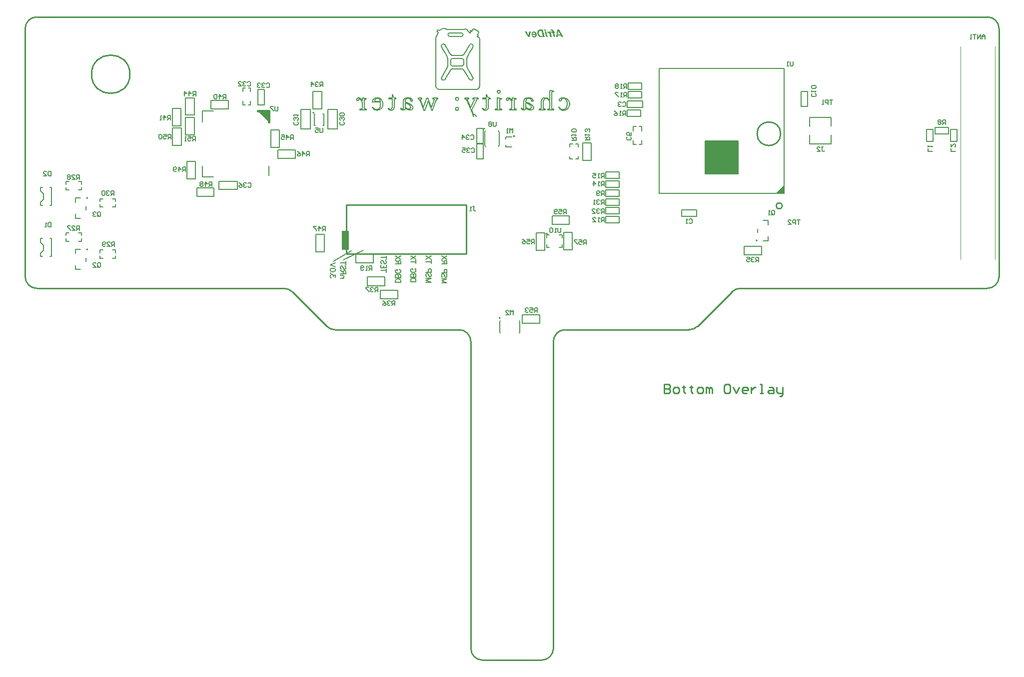
<source format=gbo>
G04 Layer_Color=8454143*
%FSLAX43Y43*%
%MOMM*%
G71*
G01*
G75*
%ADD44C,0.152*%
%ADD45C,0.254*%
%ADD88C,0.127*%
%ADD90C,0.178*%
%ADD92C,0.200*%
%ADD164C,0.406*%
%ADD165C,0.100*%
%ADD166R,5.600X5.600*%
%ADD167R,1.143X3.302*%
G36*
X5775Y101621D02*
X5525D01*
X5479Y101847D01*
X5727D01*
X5775Y101621D01*
D02*
G37*
G36*
X2960Y100565D02*
X2746D01*
X2174Y101495D01*
X2444D01*
X2675Y101100D01*
X2681Y101089D01*
X2690Y101073D01*
X2701Y101054D01*
X2712Y101034D01*
X2723Y101013D01*
X2733Y100997D01*
X2740Y100986D01*
X2742Y100984D01*
Y100982D01*
X2751Y100965D01*
X2760Y100949D01*
X2773Y100923D01*
X2785Y100904D01*
X2792Y100889D01*
X2798Y100880D01*
X2801Y100875D01*
X2803Y100871D01*
X2805Y100882D01*
X2807Y100895D01*
X2810Y100926D01*
X2816Y100962D01*
X2822Y100999D01*
X2827Y101032D01*
X2831Y101049D01*
X2833Y101062D01*
X2835Y101073D01*
Y101080D01*
X2836Y101086D01*
Y101088D01*
X2899Y101495D01*
X3146D01*
X2960Y100565D01*
D02*
G37*
G36*
X3705Y101513D02*
X3751Y101506D01*
X3794Y101497D01*
X3833Y101484D01*
X3870Y101469D01*
X3903Y101452D01*
X3934Y101434D01*
X3962Y101415D01*
X3986Y101395D01*
X4009Y101378D01*
X4025Y101360D01*
X4042Y101345D01*
X4053Y101332D01*
X4060Y101323D01*
X4066Y101315D01*
X4068Y101313D01*
X4086Y101286D01*
X4103Y101256D01*
X4116Y101226D01*
X4129Y101197D01*
X4138Y101167D01*
X4147Y101139D01*
X4160Y101088D01*
X4164Y101063D01*
X4168Y101041D01*
X4170Y101021D01*
X4171Y101004D01*
X4173Y100991D01*
Y100982D01*
Y100975D01*
Y100973D01*
X4171Y100938D01*
X4168Y100904D01*
X4162Y100871D01*
X4155Y100841D01*
X4146Y100813D01*
X4136Y100788D01*
X4125Y100765D01*
X4114Y100743D01*
X4105Y100725D01*
X4094Y100708D01*
X4084Y100693D01*
X4075Y100682D01*
X4068Y100673D01*
X4062Y100665D01*
X4059Y100662D01*
X4057Y100660D01*
X4034Y100639D01*
X4010Y100621D01*
X3984Y100604D01*
X3960Y100591D01*
X3934Y100580D01*
X3909Y100571D01*
X3860Y100556D01*
X3838Y100551D01*
X3818Y100547D01*
X3799Y100545D01*
X3783Y100543D01*
X3770Y100541D01*
X3751D01*
X3701Y100545D01*
X3657Y100552D01*
X3614Y100562D01*
X3579Y100575D01*
X3547Y100588D01*
X3536Y100593D01*
X3525Y100597D01*
X3518Y100602D01*
X3512Y100604D01*
X3509Y100608D01*
X3507D01*
X3468Y100636D01*
X3433Y100669D01*
X3401Y100702D01*
X3375Y100736D01*
X3357Y100767D01*
X3347Y100780D01*
X3342Y100791D01*
X3336Y100801D01*
X3333Y100808D01*
X3329Y100812D01*
Y100813D01*
X3553Y100851D01*
X3566Y100828D01*
X3581Y100808D01*
X3597Y100791D01*
X3614Y100776D01*
X3629Y100763D01*
X3646Y100752D01*
X3662Y100743D01*
X3677Y100738D01*
X3705Y100728D01*
X3718Y100725D01*
X3729Y100723D01*
X3736Y100721D01*
X3749D01*
X3777Y100723D01*
X3803Y100730D01*
X3825Y100739D01*
X3844Y100749D01*
X3860Y100760D01*
X3871Y100767D01*
X3879Y100775D01*
X3881Y100776D01*
X3897Y100799D01*
X3910Y100825D01*
X3920Y100849D01*
X3925Y100873D01*
X3929Y100895D01*
X3933Y100912D01*
Y100923D01*
Y100925D01*
Y100926D01*
Y100934D01*
X3931Y100941D01*
Y100949D01*
Y100951D01*
X3301D01*
X3290Y101006D01*
X3286Y101034D01*
X3285Y101060D01*
X3283Y101080D01*
Y101099D01*
Y101110D01*
Y101112D01*
Y101113D01*
X3285Y101149D01*
X3286Y101180D01*
X3292Y101212D01*
X3299Y101239D01*
X3307Y101267D01*
X3314Y101291D01*
X3323Y101313D01*
X3333Y101334D01*
X3344Y101350D01*
X3353Y101367D01*
X3360Y101380D01*
X3368Y101391D01*
X3375Y101399D01*
X3381Y101404D01*
X3383Y101408D01*
X3385Y101410D01*
X3405Y101428D01*
X3425Y101445D01*
X3447Y101458D01*
X3470Y101471D01*
X3492Y101482D01*
X3514Y101489D01*
X3559Y101502D01*
X3579Y101506D01*
X3597Y101510D01*
X3614Y101512D01*
X3629Y101513D01*
X3640Y101515D01*
X3657D01*
X3705Y101513D01*
D02*
G37*
G36*
X8671Y100565D02*
X8401D01*
X8247Y100849D01*
X7740D01*
X7697Y100565D01*
X7447D01*
X7653Y101847D01*
X7951D01*
X8671Y100565D01*
D02*
G37*
G36*
X6795Y101869D02*
X6825Y101865D01*
X6853Y101860D01*
X6875Y101854D01*
X6892Y101849D01*
X6905Y101843D01*
X6912Y101839D01*
X6916Y101837D01*
X6936Y101824D01*
X6955Y101810D01*
X6969Y101795D01*
X6982Y101780D01*
X6992Y101767D01*
X6999Y101758D01*
X7003Y101750D01*
X7004Y101749D01*
X7012Y101730D01*
X7021Y101706D01*
X7029Y101680D01*
X7036Y101652D01*
X7042Y101628D01*
X7047Y101608D01*
X7049Y101600D01*
Y101595D01*
X7051Y101591D01*
Y101589D01*
X7069Y101495D01*
X7210D01*
X7249Y101312D01*
X7108D01*
X7264Y100565D01*
X7016D01*
X6858Y101312D01*
X6679D01*
X6640Y101495D01*
X6821D01*
X6806Y101558D01*
X6801Y101584D01*
X6795Y101606D01*
X6790Y101623D01*
X6786Y101634D01*
X6782Y101643D01*
X6779Y101649D01*
X6777Y101652D01*
X6767Y101662D01*
X6758Y101669D01*
X6747Y101675D01*
X6738Y101678D01*
X6729Y101680D01*
X6721Y101682D01*
X6714D01*
X6692Y101680D01*
X6668Y101676D01*
X6642Y101673D01*
X6619Y101667D01*
X6599Y101660D01*
X6582Y101656D01*
X6571Y101652D01*
X6569Y101650D01*
X6568D01*
X6518Y101828D01*
X6564Y101843D01*
X6610Y101852D01*
X6651Y101860D01*
X6688Y101865D01*
X6717Y101869D01*
X6730D01*
X6742Y101871D01*
X6762D01*
X6795Y101869D01*
D02*
G37*
G36*
X6060Y101513D02*
X6088Y101506D01*
X6116Y101497D01*
X6140Y101484D01*
X6166Y101469D01*
X6188Y101452D01*
X6231Y101415D01*
X6249Y101397D01*
X6266Y101378D01*
X6280Y101362D01*
X6293Y101347D01*
X6303Y101334D01*
X6310Y101325D01*
X6314Y101317D01*
X6316Y101315D01*
X6279Y101495D01*
X6512D01*
X6706Y100565D01*
X6458D01*
X6397Y100856D01*
X6390Y100888D01*
X6384Y100919D01*
X6377Y100947D01*
X6369Y100971D01*
X6364Y100995D01*
X6358Y101017D01*
X6351Y101036D01*
X6345Y101052D01*
X6342Y101067D01*
X6336Y101080D01*
X6332Y101091D01*
X6329Y101100D01*
X6327Y101106D01*
X6325Y101112D01*
X6323Y101115D01*
X6308Y101145D01*
X6292Y101171D01*
X6273Y101193D01*
X6256Y101212D01*
X6242Y101225D01*
X6231Y101236D01*
X6223Y101243D01*
X6219Y101245D01*
X6193Y101262D01*
X6169Y101275D01*
X6147Y101282D01*
X6127Y101289D01*
X6110Y101293D01*
X6097Y101295D01*
X6086D01*
X6058Y101293D01*
X6034Y101289D01*
X6025Y101286D01*
X6018Y101284D01*
X6014Y101282D01*
X6012D01*
X5916Y101487D01*
X5938Y101497D01*
X5960Y101504D01*
X5981Y101508D01*
X5997Y101512D01*
X6012Y101513D01*
X6023Y101515D01*
X6032D01*
X6060Y101513D01*
D02*
G37*
G36*
X5995Y100565D02*
X5747D01*
X5551Y101495D01*
X5801D01*
X5995Y100565D01*
D02*
G37*
G36*
X5494D02*
X4982D01*
X4955Y100567D01*
X4931Y100569D01*
X4907D01*
X4886Y100571D01*
X4868Y100573D01*
X4851Y100575D01*
X4836Y100576D01*
X4823Y100578D01*
X4812Y100580D01*
X4803D01*
X4797Y100582D01*
X4792Y100584D01*
X4788D01*
X4736Y100599D01*
X4690Y100615D01*
X4649Y100634D01*
X4616Y100651D01*
X4588Y100667D01*
X4577Y100673D01*
X4568Y100680D01*
X4560Y100684D01*
X4555Y100688D01*
X4553Y100691D01*
X4551D01*
X4508Y100730D01*
X4470Y100771D01*
X4434Y100813D01*
X4407Y100854D01*
X4383Y100891D01*
X4373Y100906D01*
X4366Y100921D01*
X4358Y100932D01*
X4355Y100939D01*
X4351Y100945D01*
Y100947D01*
X4336Y100978D01*
X4325Y101010D01*
X4305Y101073D01*
X4290Y101134D01*
X4286Y101163D01*
X4281Y101191D01*
X4279Y101217D01*
X4275Y101241D01*
X4273Y101262D01*
Y101280D01*
X4271Y101295D01*
Y101306D01*
Y101313D01*
Y101315D01*
Y101350D01*
X4275Y101382D01*
X4277Y101413D01*
X4281Y101439D01*
X4284Y101460D01*
X4288Y101476D01*
X4290Y101487D01*
X4292Y101491D01*
X4299Y101521D01*
X4308Y101549D01*
X4320Y101573D01*
X4329Y101593D01*
X4336Y101610D01*
X4344Y101623D01*
X4347Y101632D01*
X4349Y101634D01*
X4364Y101656D01*
X4379Y101676D01*
X4394Y101695D01*
X4407Y101710D01*
X4420Y101723D01*
X4429Y101732D01*
X4436Y101737D01*
X4438Y101739D01*
X4458Y101756D01*
X4477Y101769D01*
X4497Y101780D01*
X4514Y101791D01*
X4531Y101799D01*
X4542Y101804D01*
X4549Y101806D01*
X4553Y101808D01*
X4601Y101824D01*
X4625Y101830D01*
X4647Y101834D01*
X4668Y101837D01*
X4683Y101839D01*
X4692Y101841D01*
X4695D01*
X4705Y101843D01*
X4714D01*
X4740Y101845D01*
X4771D01*
X4803Y101847D01*
X5225D01*
X5494Y100565D01*
D02*
G37*
G36*
X-41231Y86239D02*
X-43081Y88089D01*
X-41231D01*
Y86239D01*
D02*
G37*
G36*
X46098Y75564D02*
X46097Y75563D01*
X46097Y75565D01*
X46098Y75564D01*
D02*
G37*
G36*
X46100Y74100D02*
X44622D01*
X46097Y75563D01*
X46100Y74100D01*
D02*
G37*
%LPC*%
G36*
X3696Y101336D02*
X3683D01*
X3655Y101334D01*
X3631Y101328D01*
X3609Y101319D01*
X3592Y101310D01*
X3577Y101300D01*
X3568Y101291D01*
X3560Y101286D01*
X3559Y101284D01*
X3544Y101262D01*
X3533Y101238D01*
X3523Y101212D01*
X3518Y101188D01*
X3514Y101163D01*
X3512Y101145D01*
Y101138D01*
Y101132D01*
Y101130D01*
Y101128D01*
Y101121D01*
Y101113D01*
Y101106D01*
Y101104D01*
X3907D01*
X3897Y101145D01*
X3884Y101178D01*
X3870Y101208D01*
X3857Y101232D01*
X3844Y101252D01*
X3833Y101265D01*
X3825Y101275D01*
X3823Y101276D01*
X3799Y101297D01*
X3775Y101312D01*
X3751Y101321D01*
X3729Y101328D01*
X3710Y101332D01*
X3696Y101336D01*
D02*
G37*
G36*
X7847Y101578D02*
X7771Y101063D01*
X8128D01*
X7847Y101578D01*
D02*
G37*
G36*
X5007Y101636D02*
X4812D01*
X4779Y101634D01*
X4751Y101630D01*
X4729Y101628D01*
X4712Y101625D01*
X4701Y101621D01*
X4694Y101619D01*
X4692D01*
X4668Y101608D01*
X4645Y101595D01*
X4627Y101580D01*
X4610Y101565D01*
X4597Y101550D01*
X4588Y101539D01*
X4583Y101532D01*
X4581Y101528D01*
X4566Y101500D01*
X4555Y101467D01*
X4547Y101434D01*
X4542Y101400D01*
X4538Y101369D01*
Y101356D01*
X4536Y101345D01*
Y101336D01*
Y101328D01*
Y101325D01*
Y101323D01*
X4538Y101265D01*
X4544Y101212D01*
X4553Y101163D01*
X4558Y101141D01*
X4562Y101123D01*
X4568Y101104D01*
X4573Y101089D01*
X4577Y101076D01*
X4581Y101063D01*
X4584Y101056D01*
X4588Y101049D01*
X4590Y101045D01*
Y101043D01*
X4610Y101002D01*
X4633Y100965D01*
X4655Y100932D01*
X4677Y100904D01*
X4695Y100884D01*
X4710Y100867D01*
X4720Y100858D01*
X4721Y100854D01*
X4723D01*
X4744Y100838D01*
X4764Y100823D01*
X4784Y100812D01*
X4803Y100802D01*
X4820Y100797D01*
X4832Y100791D01*
X4840Y100789D01*
X4844Y100788D01*
X4857Y100784D01*
X4871Y100782D01*
X4905Y100778D01*
X4938Y100775D01*
X4973Y100773D01*
X5005D01*
X5020Y100771D01*
X5188D01*
X5007Y101636D01*
D02*
G37*
%LPD*%
D44*
X-52431Y86239D02*
Y88089D01*
X-50581D01*
X-52431Y76889D02*
X-50581D01*
X-52431D02*
Y78739D01*
X-41231Y77106D02*
Y78739D01*
X-30291Y62550D02*
X-27268Y64354D01*
X-28577Y62843D02*
X-25171Y64467D01*
X48773Y69602D02*
X48266D01*
X48520D01*
Y68840D01*
X48012D02*
Y69602D01*
X47631D01*
X47504Y69475D01*
Y69221D01*
X47631Y69094D01*
X48012D01*
X46742Y68840D02*
X47250D01*
X46742Y69348D01*
Y69475D01*
X46869Y69602D01*
X47123D01*
X47250Y69475D01*
X47600Y96462D02*
Y95827D01*
X47473Y95700D01*
X47219D01*
X47092Y95827D01*
Y96462D01*
X46838Y95700D02*
X46584D01*
X46711D01*
Y96462D01*
X46838Y96335D01*
X15600Y70750D02*
Y71512D01*
X15219D01*
X15092Y71385D01*
Y71131D01*
X15219Y71004D01*
X15600D01*
X15346D02*
X15092Y70750D01*
X14838Y71385D02*
X14711Y71512D01*
X14457D01*
X14330Y71385D01*
Y71258D01*
X14457Y71131D01*
X14584D01*
X14457D01*
X14330Y71004D01*
Y70877D01*
X14457Y70750D01*
X14711D01*
X14838Y70877D01*
X13569Y70750D02*
X14076D01*
X13569Y71258D01*
Y71385D01*
X13696Y71512D01*
X13950D01*
X14076Y71385D01*
X15600Y72250D02*
Y73012D01*
X15219D01*
X15092Y72885D01*
Y72631D01*
X15219Y72504D01*
X15600D01*
X15346D02*
X15092Y72250D01*
X14838Y72885D02*
X14711Y73012D01*
X14457D01*
X14330Y72885D01*
Y72758D01*
X14457Y72631D01*
X14584D01*
X14457D01*
X14330Y72504D01*
Y72377D01*
X14457Y72250D01*
X14711D01*
X14838Y72377D01*
X14076Y72250D02*
X13823D01*
X13950D01*
Y73012D01*
X14076Y72885D01*
X29992Y69635D02*
X30119Y69762D01*
X30373D01*
X30500Y69635D01*
Y69127D01*
X30373Y69000D01*
X30119D01*
X29992Y69127D01*
X29738Y69000D02*
X29484D01*
X29611D01*
Y69762D01*
X29738Y69635D01*
X18717Y89435D02*
X18844Y89562D01*
X19098D01*
X19225Y89435D01*
Y88927D01*
X19098Y88800D01*
X18844D01*
X18717Y88927D01*
X18463Y89435D02*
X18336Y89562D01*
X18082D01*
X17955Y89435D01*
Y89308D01*
X18082Y89181D01*
X18209D01*
X18082D01*
X17955Y89054D01*
Y88927D01*
X18082Y88800D01*
X18336D01*
X18463Y88927D01*
X20035Y83708D02*
X20162Y83581D01*
Y83327D01*
X20035Y83200D01*
X19527D01*
X19400Y83327D01*
Y83581D01*
X19527Y83708D01*
X20162Y84470D02*
Y83962D01*
X19781D01*
X19908Y84216D01*
Y84343D01*
X19781Y84470D01*
X19527D01*
X19400Y84343D01*
Y84089D01*
X19527Y83962D01*
X51335Y91008D02*
X51462Y90881D01*
Y90627D01*
X51335Y90500D01*
X50827D01*
X50700Y90627D01*
Y90881D01*
X50827Y91008D01*
X50700Y91262D02*
Y91516D01*
Y91389D01*
X51462D01*
X51335Y91262D01*
Y91897D02*
X51462Y92024D01*
Y92277D01*
X51335Y92404D01*
X50827D01*
X50700Y92277D01*
Y92024D01*
X50827Y91897D01*
X51335D01*
X-78089Y77838D02*
Y77076D01*
X-78470D01*
X-78597Y77203D01*
Y77711D01*
X-78470Y77838D01*
X-78089D01*
X-79359Y77076D02*
X-78851D01*
X-79359Y77584D01*
Y77711D01*
X-79232Y77838D01*
X-78978D01*
X-78851Y77711D01*
X-6660Y71873D02*
X-6406D01*
X-6533D01*
Y71238D01*
X-6406Y71111D01*
X-6279D01*
X-6152Y71238D01*
X-6914Y71111D02*
X-7168D01*
X-7041D01*
Y71873D01*
X-6914Y71746D01*
X52392Y81962D02*
X52646D01*
X52519D01*
Y81327D01*
X52646Y81200D01*
X52773D01*
X52900Y81327D01*
X51630Y81200D02*
X52138D01*
X51630Y81708D01*
Y81835D01*
X51757Y81962D01*
X52011D01*
X52138Y81835D01*
X71262Y81200D02*
X70500D01*
Y81708D01*
Y81962D02*
Y82216D01*
Y82089D01*
X71262D01*
X71135Y81962D01*
X43932Y70548D02*
Y71056D01*
X44059Y71183D01*
X44313D01*
X44440Y71056D01*
Y70548D01*
X44313Y70421D01*
X44059D01*
X44186Y70675D02*
X43932Y70421D01*
X44059D02*
X43932Y70548D01*
X43678Y70421D02*
X43424D01*
X43551D01*
Y71183D01*
X43678Y71056D01*
X-70208Y61727D02*
Y62235D01*
X-70081Y62362D01*
X-69827D01*
X-69700Y62235D01*
Y61727D01*
X-69827Y61600D01*
X-70081D01*
X-69954Y61854D02*
X-70208Y61600D01*
X-70081D02*
X-70208Y61727D01*
X-70970Y61600D02*
X-70462D01*
X-70970Y62108D01*
Y62235D01*
X-70843Y62362D01*
X-70589D01*
X-70462Y62235D01*
X-70208Y70327D02*
Y70835D01*
X-70081Y70962D01*
X-69827D01*
X-69700Y70835D01*
Y70327D01*
X-69827Y70200D01*
X-70081D01*
X-69954Y70454D02*
X-70208Y70200D01*
X-70081D02*
X-70208Y70327D01*
X-70462Y70835D02*
X-70589Y70962D01*
X-70843D01*
X-70970Y70835D01*
Y70708D01*
X-70843Y70581D01*
X-70716D01*
X-70843D01*
X-70970Y70454D01*
Y70327D01*
X-70843Y70200D01*
X-70589D01*
X-70462Y70327D01*
X73400Y85800D02*
Y86562D01*
X73019D01*
X72892Y86435D01*
Y86181D01*
X73019Y86054D01*
X73400D01*
X73146D02*
X72892Y85800D01*
X72638Y86435D02*
X72511Y86562D01*
X72257D01*
X72130Y86435D01*
Y86308D01*
X72257Y86181D01*
X72130Y86054D01*
Y85927D01*
X72257Y85800D01*
X72511D01*
X72638Y85927D01*
Y86054D01*
X72511Y86181D01*
X72638Y86308D01*
Y86435D01*
X72511Y86181D02*
X72257D01*
X15600Y73750D02*
Y74512D01*
X15219D01*
X15092Y74385D01*
Y74131D01*
X15219Y74004D01*
X15600D01*
X15346D02*
X15092Y73750D01*
X14838Y73877D02*
X14711Y73750D01*
X14457D01*
X14330Y73877D01*
Y74385D01*
X14457Y74512D01*
X14711D01*
X14838Y74385D01*
Y74258D01*
X14711Y74131D01*
X14330D01*
X10100Y83100D02*
X10862D01*
Y83481D01*
X10735Y83608D01*
X10481D01*
X10354Y83481D01*
Y83100D01*
Y83354D02*
X10100Y83608D01*
Y83862D02*
Y84116D01*
Y83989D01*
X10862D01*
X10735Y83862D01*
Y84497D02*
X10862Y84624D01*
Y84877D01*
X10735Y85004D01*
X10227D01*
X10100Y84877D01*
Y84624D01*
X10227Y84497D01*
X10735D01*
X15600Y69250D02*
Y70012D01*
X15219D01*
X15092Y69885D01*
Y69631D01*
X15219Y69504D01*
X15600D01*
X15346D02*
X15092Y69250D01*
X14838D02*
X14584D01*
X14711D01*
Y70012D01*
X14838Y69885D01*
X13696Y69250D02*
X14203D01*
X13696Y69758D01*
Y69885D01*
X13823Y70012D01*
X14076D01*
X14203Y69885D01*
X12404Y83137D02*
X13165D01*
Y83518D01*
X13038Y83645D01*
X12784D01*
X12657Y83518D01*
Y83137D01*
Y83391D02*
X12404Y83645D01*
Y83899D02*
Y84153D01*
Y84026D01*
X13165D01*
X13038Y83899D01*
Y84534D02*
X13165Y84661D01*
Y84914D01*
X13038Y85041D01*
X12911D01*
X12784Y84914D01*
Y84787D01*
Y84914D01*
X12657Y85041D01*
X12531D01*
X12404Y84914D01*
Y84661D01*
X12531Y84534D01*
X15600Y75360D02*
Y76121D01*
X15219D01*
X15092Y75994D01*
Y75740D01*
X15219Y75614D01*
X15600D01*
X15346D02*
X15092Y75360D01*
X14838D02*
X14584D01*
X14711D01*
Y76121D01*
X14838Y75994D01*
X13823Y75360D02*
Y76121D01*
X14203Y75740D01*
X13696D01*
X15600Y76760D02*
Y77521D01*
X15219D01*
X15092Y77394D01*
Y77140D01*
X15219Y77014D01*
X15600D01*
X15346D02*
X15092Y76760D01*
X14838D02*
X14584D01*
X14711D01*
Y77521D01*
X14838Y77394D01*
X13696Y77521D02*
X14203D01*
Y77140D01*
X13950Y77267D01*
X13823D01*
X13696Y77140D01*
Y76887D01*
X13823Y76760D01*
X14076D01*
X14203Y76887D01*
X19238Y87294D02*
Y88056D01*
X18857D01*
X18730Y87929D01*
Y87675D01*
X18857Y87548D01*
X19238D01*
X18984D02*
X18730Y87294D01*
X18476D02*
X18222D01*
X18349D01*
Y88056D01*
X18476Y87929D01*
X17334Y88056D02*
X17588Y87929D01*
X17842Y87675D01*
Y87421D01*
X17715Y87294D01*
X17461D01*
X17334Y87421D01*
Y87548D01*
X17461Y87675D01*
X17842D01*
X19400Y90400D02*
Y91162D01*
X19019D01*
X18892Y91035D01*
Y90781D01*
X19019Y90654D01*
X19400D01*
X19146D02*
X18892Y90400D01*
X18638D02*
X18384D01*
X18511D01*
Y91162D01*
X18638Y91035D01*
X18003Y91162D02*
X17496D01*
Y91035D01*
X18003Y90527D01*
Y90400D01*
X19400Y91900D02*
Y92662D01*
X19019D01*
X18892Y92535D01*
Y92281D01*
X19019Y92154D01*
X19400D01*
X19146D02*
X18892Y91900D01*
X18638D02*
X18384D01*
X18511D01*
Y92662D01*
X18638Y92535D01*
X18003D02*
X17876Y92662D01*
X17623D01*
X17496Y92535D01*
Y92408D01*
X17623Y92281D01*
X17496Y92154D01*
Y92027D01*
X17623Y91900D01*
X17876D01*
X18003Y92027D01*
Y92154D01*
X17876Y92281D01*
X18003Y92408D01*
Y92535D01*
X17876Y92281D02*
X17623D01*
X-23750Y61061D02*
Y61823D01*
X-24131D01*
X-24257Y61696D01*
Y61442D01*
X-24131Y61315D01*
X-23750D01*
X-24004D02*
X-24257Y61061D01*
X-24511D02*
X-24765D01*
X-24638D01*
Y61823D01*
X-24511Y61696D01*
X-25146Y61188D02*
X-25273Y61061D01*
X-25527D01*
X-25654Y61188D01*
Y61696D01*
X-25527Y61823D01*
X-25273D01*
X-25146Y61696D01*
Y61569D01*
X-25273Y61442D01*
X-25654D01*
X-73300Y67800D02*
Y68562D01*
X-73681D01*
X-73808Y68435D01*
Y68181D01*
X-73681Y68054D01*
X-73300D01*
X-73554D02*
X-73808Y67800D01*
X-74570D02*
X-74062D01*
X-74570Y68308D01*
Y68435D01*
X-74443Y68562D01*
X-74189D01*
X-74062Y68435D01*
X-74824Y68562D02*
X-75331D01*
Y68435D01*
X-74824Y67927D01*
Y67800D01*
X-73300Y76500D02*
Y77262D01*
X-73681D01*
X-73808Y77135D01*
Y76881D01*
X-73681Y76754D01*
X-73300D01*
X-73554D02*
X-73808Y76500D01*
X-74570D02*
X-74062D01*
X-74570Y77008D01*
Y77135D01*
X-74443Y77262D01*
X-74189D01*
X-74062Y77135D01*
X-74824D02*
X-74950Y77262D01*
X-75204D01*
X-75331Y77135D01*
Y77008D01*
X-75204Y76881D01*
X-75331Y76754D01*
Y76627D01*
X-75204Y76500D01*
X-74950D01*
X-74824Y76627D01*
Y76754D01*
X-74950Y76881D01*
X-74824Y77008D01*
Y77135D01*
X-74950Y76881D02*
X-75204D01*
X-67368Y65088D02*
Y65850D01*
X-67749D01*
X-67876Y65723D01*
Y65469D01*
X-67749Y65342D01*
X-67368D01*
X-67622D02*
X-67876Y65088D01*
X-68638D02*
X-68130D01*
X-68638Y65596D01*
Y65723D01*
X-68511Y65850D01*
X-68257D01*
X-68130Y65723D01*
X-68892Y65215D02*
X-69019Y65088D01*
X-69273D01*
X-69400Y65215D01*
Y65723D01*
X-69273Y65850D01*
X-69019D01*
X-68892Y65723D01*
Y65596D01*
X-69019Y65469D01*
X-69400D01*
X-67456Y73763D02*
Y74525D01*
X-67837D01*
X-67964Y74398D01*
Y74144D01*
X-67837Y74017D01*
X-67456D01*
X-67710D02*
X-67964Y73763D01*
X-68218Y74398D02*
X-68345Y74525D01*
X-68599D01*
X-68726Y74398D01*
Y74271D01*
X-68599Y74144D01*
X-68472D01*
X-68599D01*
X-68726Y74017D01*
Y73890D01*
X-68599Y73763D01*
X-68345D01*
X-68218Y73890D01*
X-68980Y74398D02*
X-69107Y74525D01*
X-69361D01*
X-69488Y74398D01*
Y73890D01*
X-69361Y73763D01*
X-69107D01*
X-68980Y73890D01*
Y74398D01*
X-78089Y69151D02*
Y68389D01*
X-78470D01*
X-78597Y68516D01*
Y69024D01*
X-78470Y69151D01*
X-78089D01*
X-78851Y68389D02*
X-79105D01*
X-78978D01*
Y69151D01*
X-78851Y69024D01*
X54300Y89962D02*
X53792D01*
X54046D01*
Y89200D01*
X53538D02*
Y89962D01*
X53157D01*
X53030Y89835D01*
Y89581D01*
X53157Y89454D01*
X53538D01*
X52776Y89200D02*
X52523D01*
X52650D01*
Y89962D01*
X52776Y89835D01*
X80150Y100300D02*
Y100808D01*
X79896Y101062D01*
X79642Y100808D01*
Y100300D01*
Y100681D01*
X80150D01*
X79388Y100300D02*
Y101062D01*
X78880Y100300D01*
Y101062D01*
X78626D02*
X78119D01*
X78373D01*
Y100300D01*
X77865D02*
X77611D01*
X77738D01*
Y101062D01*
X77865Y100935D01*
X-32100Y85162D02*
Y84527D01*
X-32227Y84400D01*
X-32481D01*
X-32608Y84527D01*
Y85162D01*
X-33370D02*
X-32862D01*
Y84781D01*
X-33116Y84908D01*
X-33243D01*
X-33370Y84781D01*
Y84527D01*
X-33243Y84400D01*
X-32989D01*
X-32862Y84527D01*
X-36365Y86208D02*
X-36238Y86081D01*
Y85827D01*
X-36365Y85700D01*
X-36873D01*
X-37000Y85827D01*
Y86081D01*
X-36873Y86208D01*
X-36365Y86462D02*
X-36238Y86589D01*
Y86843D01*
X-36365Y86970D01*
X-36492D01*
X-36619Y86843D01*
Y86716D01*
Y86843D01*
X-36746Y86970D01*
X-36873D01*
X-37000Y86843D01*
Y86589D01*
X-36873Y86462D01*
X-37000Y87224D02*
Y87477D01*
Y87350D01*
X-36238D01*
X-36365Y87224D01*
X-28565Y86208D02*
X-28438Y86081D01*
Y85827D01*
X-28565Y85700D01*
X-29073D01*
X-29200Y85827D01*
Y86081D01*
X-29073Y86208D01*
X-28565Y86462D02*
X-28438Y86589D01*
Y86843D01*
X-28565Y86970D01*
X-28692D01*
X-28819Y86843D01*
Y86716D01*
Y86843D01*
X-28946Y86970D01*
X-29073D01*
X-29200Y86843D01*
Y86589D01*
X-29073Y86462D01*
X-28565Y87224D02*
X-28438Y87350D01*
Y87604D01*
X-28565Y87731D01*
X-29073D01*
X-29200Y87604D01*
Y87350D01*
X-29073Y87224D01*
X-28565D01*
X-32090Y92215D02*
Y92976D01*
X-32471D01*
X-32598Y92849D01*
Y92596D01*
X-32471Y92469D01*
X-32090D01*
X-32344D02*
X-32598Y92215D01*
X-32852Y92849D02*
X-32979Y92976D01*
X-33233D01*
X-33360Y92849D01*
Y92722D01*
X-33233Y92596D01*
X-33106D01*
X-33233D01*
X-33360Y92469D01*
Y92342D01*
X-33233Y92215D01*
X-32979D01*
X-32852Y92342D01*
X-33994Y92215D02*
Y92976D01*
X-33614Y92596D01*
X-34121D01*
X75162Y81200D02*
X74400D01*
Y81708D01*
Y82470D02*
Y81962D01*
X74908Y82470D01*
X75035D01*
X75162Y82343D01*
Y82089D01*
X75035Y81962D01*
X41800Y62500D02*
Y63262D01*
X41419D01*
X41292Y63135D01*
Y62881D01*
X41419Y62754D01*
X41800D01*
X41546D02*
X41292Y62500D01*
X41038Y63135D02*
X40911Y63262D01*
X40657D01*
X40530Y63135D01*
Y63008D01*
X40657Y62881D01*
X40784D01*
X40657D01*
X40530Y62754D01*
Y62627D01*
X40657Y62500D01*
X40911D01*
X41038Y62627D01*
X39769Y63262D02*
X40276D01*
Y62881D01*
X40023Y63008D01*
X39896D01*
X39769Y62881D01*
Y62627D01*
X39896Y62500D01*
X40150D01*
X40276Y62627D01*
X-44845Y92907D02*
X-44718Y93034D01*
X-44464D01*
X-44337Y92907D01*
Y92399D01*
X-44464Y92272D01*
X-44718D01*
X-44845Y92399D01*
X-45099Y92907D02*
X-45226Y93034D01*
X-45480D01*
X-45607Y92907D01*
Y92780D01*
X-45480Y92653D01*
X-45353D01*
X-45480D01*
X-45607Y92526D01*
Y92399D01*
X-45480Y92272D01*
X-45226D01*
X-45099Y92399D01*
X-46368Y92272D02*
X-45861D01*
X-46368Y92780D01*
Y92907D01*
X-46242Y93034D01*
X-45988D01*
X-45861Y92907D01*
X-41612Y92658D02*
X-41485Y92785D01*
X-41231D01*
X-41104Y92658D01*
Y92150D01*
X-41231Y92023D01*
X-41485D01*
X-41612Y92150D01*
X-41866Y92658D02*
X-41993Y92785D01*
X-42247D01*
X-42374Y92658D01*
Y92531D01*
X-42247Y92404D01*
X-42120D01*
X-42247D01*
X-42374Y92277D01*
Y92150D01*
X-42247Y92023D01*
X-41993D01*
X-41866Y92150D01*
X-42628Y92658D02*
X-42755Y92785D01*
X-43009D01*
X-43136Y92658D01*
Y92531D01*
X-43009Y92404D01*
X-42882D01*
X-43009D01*
X-43136Y92277D01*
Y92150D01*
X-43009Y92023D01*
X-42755D01*
X-42628Y92150D01*
X-7038Y83873D02*
X-6911Y84000D01*
X-6658D01*
X-6531Y83873D01*
Y83365D01*
X-6658Y83238D01*
X-6911D01*
X-7038Y83365D01*
X-7292Y83873D02*
X-7419Y84000D01*
X-7673D01*
X-7800Y83873D01*
Y83746D01*
X-7673Y83619D01*
X-7546D01*
X-7673D01*
X-7800Y83492D01*
Y83365D01*
X-7673Y83238D01*
X-7419D01*
X-7292Y83365D01*
X-8435Y83238D02*
Y84000D01*
X-8054Y83619D01*
X-8562D01*
X-6913Y81648D02*
X-6786Y81775D01*
X-6533D01*
X-6406Y81648D01*
Y81140D01*
X-6533Y81013D01*
X-6786D01*
X-6913Y81140D01*
X-7167Y81648D02*
X-7294Y81775D01*
X-7548D01*
X-7675Y81648D01*
Y81521D01*
X-7548Y81394D01*
X-7421D01*
X-7548D01*
X-7675Y81267D01*
Y81140D01*
X-7548Y81013D01*
X-7294D01*
X-7167Y81140D01*
X-8437Y81775D02*
X-7929D01*
Y81394D01*
X-8183Y81521D01*
X-8310D01*
X-8437Y81394D01*
Y81140D01*
X-8310Y81013D01*
X-8056D01*
X-7929Y81140D01*
X-44762Y75755D02*
X-44635Y75882D01*
X-44382D01*
X-44255Y75755D01*
Y75247D01*
X-44382Y75121D01*
X-44635D01*
X-44762Y75247D01*
X-45016Y75755D02*
X-45143Y75882D01*
X-45397D01*
X-45524Y75755D01*
Y75628D01*
X-45397Y75501D01*
X-45270D01*
X-45397D01*
X-45524Y75374D01*
Y75247D01*
X-45397Y75121D01*
X-45143D01*
X-45016Y75247D01*
X-46286Y75882D02*
X-46032Y75755D01*
X-45778Y75501D01*
Y75247D01*
X-45905Y75121D01*
X-46159D01*
X-46286Y75247D01*
Y75374D01*
X-46159Y75501D01*
X-45778D01*
X67Y84375D02*
Y85137D01*
X-187Y84883D01*
X-440Y85137D01*
Y84375D01*
X-694D02*
X-948D01*
X-821D01*
Y85137D01*
X-694Y85010D01*
X204Y53515D02*
Y54277D01*
X-50Y54023D01*
X-304Y54277D01*
Y53515D01*
X-1066D02*
X-558D01*
X-1066Y54023D01*
Y54150D01*
X-939Y54277D01*
X-685D01*
X-558Y54150D01*
X-19848Y55129D02*
Y55891D01*
X-20228D01*
X-20355Y55764D01*
Y55510D01*
X-20228Y55383D01*
X-19848D01*
X-20101D02*
X-20355Y55129D01*
X-20609Y55764D02*
X-20736Y55891D01*
X-20990D01*
X-21117Y55764D01*
Y55637D01*
X-20990Y55510D01*
X-20863D01*
X-20990D01*
X-21117Y55383D01*
Y55256D01*
X-20990Y55129D01*
X-20736D01*
X-20609Y55256D01*
X-21879Y55891D02*
X-21625Y55764D01*
X-21371Y55510D01*
Y55256D01*
X-21498Y55129D01*
X-21752D01*
X-21879Y55256D01*
Y55383D01*
X-21752Y55510D01*
X-21371D01*
X-22712Y57407D02*
Y58169D01*
X-23093D01*
X-23220Y58042D01*
Y57788D01*
X-23093Y57661D01*
X-22712D01*
X-22966D02*
X-23220Y57407D01*
X-23474Y58042D02*
X-23601Y58169D01*
X-23855D01*
X-23982Y58042D01*
Y57915D01*
X-23855Y57788D01*
X-23728D01*
X-23855D01*
X-23982Y57661D01*
Y57534D01*
X-23855Y57407D01*
X-23601D01*
X-23474Y57534D01*
X-24236Y58169D02*
X-24743D01*
Y58042D01*
X-24236Y57534D01*
Y57407D01*
X-48471Y90127D02*
Y90889D01*
X-48852D01*
X-48979Y90762D01*
Y90508D01*
X-48852Y90381D01*
X-48471D01*
X-48725D02*
X-48979Y90127D01*
X-49614D02*
Y90889D01*
X-49233Y90508D01*
X-49741D01*
X-49995Y90762D02*
X-50122Y90889D01*
X-50376D01*
X-50503Y90762D01*
Y90254D01*
X-50376Y90127D01*
X-50122D01*
X-49995Y90254D01*
Y90762D01*
X-57856Y86572D02*
Y87334D01*
X-58236D01*
X-58363Y87207D01*
Y86953D01*
X-58236Y86826D01*
X-57856D01*
X-58110D02*
X-58363Y86572D01*
X-58998D02*
Y87334D01*
X-58617Y86953D01*
X-59125D01*
X-59379Y86572D02*
X-59633D01*
X-59506D01*
Y87334D01*
X-59379Y87207D01*
X-53610Y90624D02*
Y91386D01*
X-53991D01*
X-54118Y91259D01*
Y91005D01*
X-53991Y90878D01*
X-53610D01*
X-53864D02*
X-54118Y90624D01*
X-54752D02*
Y91386D01*
X-54371Y91005D01*
X-54879D01*
X-55514Y90624D02*
Y91386D01*
X-55133Y91005D01*
X-55641D01*
X-37063Y83226D02*
Y83988D01*
X-37444D01*
X-37571Y83861D01*
Y83607D01*
X-37444Y83480D01*
X-37063D01*
X-37317D02*
X-37571Y83226D01*
X-38206D02*
Y83988D01*
X-37825Y83607D01*
X-38333D01*
X-39095Y83988D02*
X-38587D01*
Y83607D01*
X-38841Y83734D01*
X-38968D01*
X-39095Y83607D01*
Y83353D01*
X-38968Y83226D01*
X-38714D01*
X-38587Y83353D01*
X-34390Y80429D02*
Y81190D01*
X-34771D01*
X-34898Y81063D01*
Y80809D01*
X-34771Y80682D01*
X-34390D01*
X-34644D02*
X-34898Y80429D01*
X-35533D02*
Y81190D01*
X-35152Y80809D01*
X-35660D01*
X-36421Y81190D02*
X-36167Y81063D01*
X-35914Y80809D01*
Y80556D01*
X-36041Y80429D01*
X-36294D01*
X-36421Y80556D01*
Y80682D01*
X-36294Y80809D01*
X-35914D01*
X-31605Y67767D02*
Y68528D01*
X-31986D01*
X-32113Y68401D01*
Y68147D01*
X-31986Y68021D01*
X-31605D01*
X-31859D02*
X-32113Y67767D01*
X-32748D02*
Y68528D01*
X-32367Y68147D01*
X-32875D01*
X-33129Y68528D02*
X-33637D01*
Y68401D01*
X-33129Y67894D01*
Y67767D01*
X-50826Y75297D02*
Y76058D01*
X-51207D01*
X-51334Y75932D01*
Y75678D01*
X-51207Y75551D01*
X-50826D01*
X-51080D02*
X-51334Y75297D01*
X-51969D02*
Y76058D01*
X-51588Y75678D01*
X-52096D01*
X-52350Y75932D02*
X-52477Y76058D01*
X-52730D01*
X-52857Y75932D01*
Y75805D01*
X-52730Y75678D01*
X-52857Y75551D01*
Y75424D01*
X-52730Y75297D01*
X-52477D01*
X-52350Y75424D01*
Y75551D01*
X-52477Y75678D01*
X-52350Y75805D01*
Y75932D01*
X-52477Y75678D02*
X-52730D01*
X-55336Y77798D02*
Y78560D01*
X-55717D01*
X-55844Y78433D01*
Y78179D01*
X-55717Y78052D01*
X-55336D01*
X-55590D02*
X-55844Y77798D01*
X-56479D02*
Y78560D01*
X-56098Y78179D01*
X-56606D01*
X-56860Y77925D02*
X-56987Y77798D01*
X-57241D01*
X-57368Y77925D01*
Y78433D01*
X-57241Y78560D01*
X-56987D01*
X-56860Y78433D01*
Y78306D01*
X-56987Y78179D01*
X-57368D01*
X-57820Y83366D02*
Y84127D01*
X-58201D01*
X-58328Y84000D01*
Y83747D01*
X-58201Y83620D01*
X-57820D01*
X-58074D02*
X-58328Y83366D01*
X-59090Y84127D02*
X-58582D01*
Y83747D01*
X-58836Y83874D01*
X-58963D01*
X-59090Y83747D01*
Y83493D01*
X-58963Y83366D01*
X-58709D01*
X-58582Y83493D01*
X-59344Y84000D02*
X-59471Y84127D01*
X-59725D01*
X-59852Y84000D01*
Y83493D01*
X-59725Y83366D01*
X-59471D01*
X-59344Y83493D01*
Y84000D01*
X-53663Y82996D02*
Y83757D01*
X-54043D01*
X-54170Y83631D01*
Y83377D01*
X-54043Y83250D01*
X-53663D01*
X-53916D02*
X-54170Y82996D01*
X-54932Y83757D02*
X-54424D01*
Y83377D01*
X-54678Y83504D01*
X-54805D01*
X-54932Y83377D01*
Y83123D01*
X-54805Y82996D01*
X-54551D01*
X-54424Y83123D01*
X-55186Y82996D02*
X-55440D01*
X-55313D01*
Y83757D01*
X-55186Y83631D01*
X4270Y53942D02*
Y54704D01*
X3889D01*
X3762Y54577D01*
Y54323D01*
X3889Y54196D01*
X4270D01*
X4016D02*
X3762Y53942D01*
X3001Y54704D02*
X3508D01*
Y54323D01*
X3255Y54450D01*
X3128D01*
X3001Y54323D01*
Y54069D01*
X3128Y53942D01*
X3382D01*
X3508Y54069D01*
X2747Y54577D02*
X2620Y54704D01*
X2366D01*
X2239Y54577D01*
Y54450D01*
X2366Y54323D01*
X2493D01*
X2366D01*
X2239Y54196D01*
Y54069D01*
X2366Y53942D01*
X2620D01*
X2747Y54069D01*
X3767Y65566D02*
Y66328D01*
X3386D01*
X3259Y66201D01*
Y65947D01*
X3386Y65820D01*
X3767D01*
X3513D02*
X3259Y65566D01*
X2497Y66328D02*
X3005D01*
Y65947D01*
X2751Y66074D01*
X2624D01*
X2497Y65947D01*
Y65693D01*
X2624Y65566D01*
X2878D01*
X3005Y65693D01*
X1735Y66328D02*
X1989Y66201D01*
X2243Y65947D01*
Y65693D01*
X2116Y65566D01*
X1862D01*
X1735Y65693D01*
Y65820D01*
X1862Y65947D01*
X2243D01*
X12574Y65425D02*
Y66187D01*
X12193D01*
X12066Y66060D01*
Y65806D01*
X12193Y65679D01*
X12574D01*
X12320D02*
X12066Y65425D01*
X11305Y66187D02*
X11812D01*
Y65806D01*
X11558Y65933D01*
X11431D01*
X11305Y65806D01*
Y65552D01*
X11431Y65425D01*
X11685D01*
X11812Y65552D01*
X11051Y66187D02*
X10543D01*
Y66060D01*
X11051Y65552D01*
Y65425D01*
X9201Y70637D02*
Y71399D01*
X8820D01*
X8693Y71272D01*
Y71018D01*
X8820Y70891D01*
X9201D01*
X8947D02*
X8693Y70637D01*
X7931Y71399D02*
X8439D01*
Y71018D01*
X8185Y71145D01*
X8058D01*
X7931Y71018D01*
Y70764D01*
X8058Y70637D01*
X8312D01*
X8439Y70764D01*
X7677D02*
X7550Y70637D01*
X7296D01*
X7169Y70764D01*
Y71272D01*
X7296Y71399D01*
X7550D01*
X7677Y71272D01*
Y71145D01*
X7550Y71018D01*
X7169D01*
X-39672Y88820D02*
Y88185D01*
X-39799Y88058D01*
X-40053D01*
X-40180Y88185D01*
Y88820D01*
X-40434D02*
X-40941D01*
Y88693D01*
X-40434Y88185D01*
Y88058D01*
X-2698Y86246D02*
Y85612D01*
X-2825Y85485D01*
X-3079D01*
X-3206Y85612D01*
Y86246D01*
X-3460Y86119D02*
X-3587Y86246D01*
X-3840D01*
X-3967Y86119D01*
Y85992D01*
X-3840Y85866D01*
X-3967Y85739D01*
Y85612D01*
X-3840Y85485D01*
X-3587D01*
X-3460Y85612D01*
Y85739D01*
X-3587Y85866D01*
X-3460Y85992D01*
Y86119D01*
X-3587Y85866D02*
X-3840D01*
X8271Y68247D02*
Y67612D01*
X8144Y67486D01*
X7891D01*
X7764Y67612D01*
Y68247D01*
X7510Y67486D02*
X7256D01*
X7383D01*
Y68247D01*
X7510Y68120D01*
X6875D02*
X6748Y68247D01*
X6494D01*
X6367Y68120D01*
Y67612D01*
X6494Y67486D01*
X6748D01*
X6875Y67612D01*
Y68120D01*
D45*
X45765Y71985D02*
G03*
X45765Y71985I-515J0D01*
G01*
X45500Y84200D02*
G03*
X45500Y84200I-2000J0D01*
G01*
X-64750Y94285D02*
G03*
X-64750Y94285I-3250J0D01*
G01*
X-28056Y63850D02*
X-28056Y72156D01*
X-7736Y72156D01*
X-28056Y63850D02*
X-7736D01*
Y72156D01*
X25800Y41724D02*
Y40200D01*
X26562D01*
X26816Y40454D01*
Y40708D01*
X26562Y40962D01*
X25800D01*
X26562D01*
X26816Y41216D01*
Y41470D01*
X26562Y41724D01*
X25800D01*
X27577Y40200D02*
X28085D01*
X28339Y40454D01*
Y40962D01*
X28085Y41216D01*
X27577D01*
X27324Y40962D01*
Y40454D01*
X27577Y40200D01*
X29101Y41470D02*
Y41216D01*
X28847D01*
X29355D01*
X29101D01*
Y40454D01*
X29355Y40200D01*
X30371Y41470D02*
Y41216D01*
X30117D01*
X30624D01*
X30371D01*
Y40454D01*
X30624Y40200D01*
X31640D02*
X32148D01*
X32402Y40454D01*
Y40962D01*
X32148Y41216D01*
X31640D01*
X31386Y40962D01*
Y40454D01*
X31640Y40200D01*
X32910D02*
Y41216D01*
X33164D01*
X33418Y40962D01*
Y40200D01*
Y40962D01*
X33671Y41216D01*
X33925Y40962D01*
Y40200D01*
X36718Y41724D02*
X36211D01*
X35957Y41470D01*
Y40454D01*
X36211Y40200D01*
X36718D01*
X36972Y40454D01*
Y41470D01*
X36718Y41724D01*
X37480Y41216D02*
X37988Y40200D01*
X38496Y41216D01*
X39765Y40200D02*
X39258D01*
X39004Y40454D01*
Y40962D01*
X39258Y41216D01*
X39765D01*
X40019Y40962D01*
Y40708D01*
X39004D01*
X40527Y41216D02*
Y40200D01*
Y40708D01*
X40781Y40962D01*
X41035Y41216D01*
X41289D01*
X42051Y40200D02*
X42559D01*
X42305D01*
Y41724D01*
X42051D01*
X43574Y41216D02*
X44082D01*
X44336Y40962D01*
Y40200D01*
X43574D01*
X43320Y40454D01*
X43574Y40708D01*
X44336D01*
X44844Y41216D02*
Y40454D01*
X45098Y40200D01*
X45860D01*
Y39946D01*
X45606Y39692D01*
X45352D01*
X45860Y40200D02*
Y41216D01*
X5000Y-5000D02*
G03*
X7000Y-3000I0J2000D01*
G01*
X-7000D02*
G03*
X-5000Y-5000I2000J0D01*
G01*
X-7000Y49000D02*
G03*
X-9000Y51000I-2000J0D01*
G01*
X-31414Y51586D02*
G03*
X-30000Y51000I1414J1414D01*
G01*
X-37243Y57414D02*
G03*
X-38657Y58000I-1414J-1414D01*
G01*
X-82500Y60000D02*
G03*
X-80500Y58000I2000J0D01*
G01*
Y104000D02*
G03*
X-82500Y102000I0J-2000D01*
G01*
X82500D02*
G03*
X80500Y104000I-2000J0D01*
G01*
Y58000D02*
G03*
X82500Y60000I0J2000D01*
G01*
X38657Y58000D02*
G03*
X37243Y57414I0J-2000D01*
G01*
X30000Y51000D02*
G03*
X31414Y51586I0J2000D01*
G01*
X9000Y51000D02*
G03*
X7000Y49000I0J-2000D01*
G01*
X7000Y-3000D02*
Y49000D01*
X-5000Y-5000D02*
X5000D01*
X-7000Y-3000D02*
Y49000D01*
X-30000Y51000D02*
X-9000D01*
X-37243Y57414D02*
X-31414Y51586D01*
X-80500Y58000D02*
X-38657D01*
X-82500Y60000D02*
Y102000D01*
X-80500Y104000D02*
X80500D01*
X82500Y60000D02*
Y102000D01*
X38657Y58000D02*
X80500D01*
X31414Y51586D02*
X37243Y57414D01*
X9000Y51000D02*
X30000D01*
D88*
X-4503Y84719D02*
G03*
X-4652Y84536I37J-183D01*
G01*
X-2212D02*
G03*
X-2362Y84719I-186J0D01*
G01*
Y82013D02*
G03*
X-2212Y82196I-37J183D01*
G01*
X-4652D02*
G03*
X-4503Y82013I186J0D01*
G01*
X1224Y50412D02*
G03*
X1318Y50574I-94J162D01*
G01*
Y52336D02*
G03*
X1224Y52499I-187J0D01*
G01*
X-2009D02*
G03*
X-2102Y52336I94J-162D01*
G01*
Y50574D02*
G03*
X-2009Y50412I187J0D01*
G01*
X-69800Y73200D02*
X-69300D01*
X-69800Y72750D02*
Y73200D01*
Y71800D02*
Y72250D01*
Y71800D02*
X-69300D01*
X-67700D02*
X-67200D01*
Y72250D01*
Y72750D02*
Y73200D01*
X-67700D02*
X-67200D01*
X-69800Y64500D02*
X-69300D01*
X-69800Y64050D02*
Y64500D01*
Y63100D02*
Y63550D01*
Y63100D02*
X-69300D01*
X-67700D02*
X-67200D01*
Y63550D01*
Y64050D02*
Y64500D01*
X-67700D02*
X-67200D01*
X-49713Y74757D02*
X-46513D01*
Y76157D01*
X-49713D02*
X-46513D01*
X-49713Y74757D02*
Y76157D01*
X-53433Y73591D02*
Y75041D01*
Y73591D02*
X-50483D01*
Y75041D01*
X-53433D02*
X-50483D01*
X-55064Y76573D02*
X-53614D01*
Y79523D01*
X-55064D02*
X-53614D01*
X-55064Y76573D02*
Y79523D01*
X-55314Y87352D02*
X-53864D01*
Y90302D01*
X-55314D02*
X-53864D01*
X-55314Y87352D02*
Y90302D01*
Y84009D02*
X-53864D01*
Y86959D01*
X-55314D02*
X-53864D01*
X-55314Y84009D02*
Y86959D01*
X-57529Y85514D02*
X-56079D01*
Y88464D01*
X-57529D02*
X-56079D01*
X-57529Y85514D02*
Y88464D01*
X-57515Y82268D02*
X-56065D01*
Y85218D01*
X-57515D02*
X-56065D01*
X-57515Y82268D02*
Y85218D01*
X-48088Y88382D02*
Y89832D01*
X-51038D02*
X-48088D01*
X-51038Y88382D02*
Y89832D01*
Y88382D02*
X-48088D01*
X-45592Y91976D02*
X-45217D01*
X-45592Y91346D02*
Y91976D01*
Y89116D02*
Y89746D01*
Y89116D02*
X-45217D01*
X-44717D02*
X-44342D01*
Y89746D01*
Y91346D02*
Y91976D01*
X-44717D02*
X-44342D01*
X-41931Y89080D02*
Y91680D01*
X-43031Y89080D02*
X-41931D01*
X-43031Y91680D02*
X-41931D01*
X-43031Y89080D02*
Y91680D01*
X-40851Y81876D02*
X-39401D01*
Y84826D01*
X-40851D02*
X-39401D01*
X-40851Y81876D02*
Y84826D01*
X-39706Y80040D02*
Y81490D01*
Y80040D02*
X-36756D01*
Y81490D01*
X-39706D02*
X-36756D01*
X-6010Y82541D02*
Y85141D01*
X-4910D01*
X-6010Y82541D02*
X-4910D01*
Y85141D01*
X-5997Y79899D02*
Y82499D01*
X-4897D01*
X-5997Y79899D02*
X-4897D01*
Y82499D01*
X-1068Y83330D02*
Y83630D01*
X-18D01*
X-1068Y81980D02*
X-18D01*
X-1068D02*
Y82280D01*
X-2212Y82196D02*
Y84536D01*
X-4652Y82196D02*
Y84536D01*
X1709Y52106D02*
Y53556D01*
Y52106D02*
X4659D01*
Y53556D01*
X1709D02*
X4659D01*
X-2102Y50574D02*
Y52336D01*
X1318Y50574D02*
Y52336D01*
X-33271Y64232D02*
X-31821D01*
Y67182D01*
X-33271D02*
X-31821D01*
X-33271Y64232D02*
Y67182D01*
X-24540Y58473D02*
Y59924D01*
Y58473D02*
X-21590D01*
Y59924D01*
X-24540D02*
X-21590D01*
X-22326Y56214D02*
Y57664D01*
Y56214D02*
X-19376D01*
Y57664D01*
X-22326D02*
X-19376D01*
X5831Y66531D02*
Y67031D01*
X6331D01*
X7981D02*
X8481D01*
Y66531D02*
Y67031D01*
X7981Y64931D02*
X8481D01*
Y65431D01*
X5831Y64931D02*
Y65431D01*
Y64931D02*
X6331D01*
X8759Y64507D02*
X10209D01*
Y67457D01*
X8759D02*
X10209D01*
X8759Y64507D02*
Y67457D01*
X15850Y71700D02*
X18150D01*
Y70600D02*
Y71700D01*
X15850Y70600D02*
Y71700D01*
Y70600D02*
X18150D01*
X15850Y73200D02*
X18150D01*
Y72100D02*
Y73200D01*
X15850Y72100D02*
Y73200D01*
Y72100D02*
X18150D01*
X28700Y70164D02*
X31300D01*
X28700D02*
Y71264D01*
X31300Y70164D02*
Y71264D01*
X28700D02*
X31300D01*
X19525Y88650D02*
X22125D01*
X19525D02*
Y89750D01*
X22125Y88650D02*
Y89750D01*
X19525D02*
X22125D01*
X21980Y84700D02*
Y85420D01*
X21500D02*
X21980D01*
X20520D02*
X21000D01*
X20520Y84700D02*
Y85420D01*
Y82380D02*
Y83100D01*
Y82380D02*
X21000D01*
X21500D02*
X21980D01*
Y83100D01*
X50050Y88800D02*
Y91400D01*
X48950Y88800D02*
X50050D01*
X48950Y91400D02*
X50050D01*
X48950Y88800D02*
Y91400D01*
X-78265Y75148D02*
X-78011D01*
Y72100D02*
Y75148D01*
X-78265Y72100D02*
X-78011D01*
X-79916D02*
X-79535D01*
X-79916D02*
Y72608D01*
X-79408Y73116D01*
Y74005D01*
X-79916Y74513D02*
X-79408Y74005D01*
X-79916Y74513D02*
Y75148D01*
X-79535D01*
X54025Y85500D02*
Y86950D01*
X53425D02*
X54025D01*
X50375D02*
X53425D01*
X50375Y85425D02*
Y86950D01*
X54025Y82450D02*
Y83975D01*
X50975Y82450D02*
X54025D01*
X50375D02*
X50975D01*
X50375D02*
Y83375D01*
Y84000D01*
X71350Y82900D02*
Y84900D01*
X70250D02*
X71350D01*
X70250Y82900D02*
Y84900D01*
Y82900D02*
X71350D01*
X42500Y69510D02*
X43385D01*
Y68800D02*
Y69510D01*
X41615Y67520D02*
Y68080D01*
X43385Y66090D02*
Y66800D01*
X42500Y66090D02*
X43385D01*
X-73985Y61190D02*
X-73100D01*
X-73985D02*
Y61900D01*
X-72215Y62620D02*
Y63180D01*
X-73985Y63900D02*
Y64610D01*
X-73100D01*
X-73985Y69890D02*
X-73100D01*
X-73985D02*
Y70600D01*
X-72215Y71320D02*
Y71880D01*
X-73985Y72600D02*
Y73310D01*
X-73100D01*
X71650Y85250D02*
X73950D01*
Y84150D02*
Y85250D01*
X71650Y84150D02*
Y85250D01*
Y84150D02*
X73950D01*
X15850Y74700D02*
X18150D01*
Y73600D02*
Y74700D01*
X15850Y73600D02*
Y74700D01*
Y73600D02*
X18150D01*
X11200Y82000D02*
Y82500D01*
X10750D02*
X11200D01*
X9800D02*
X10250D01*
X9800Y82000D02*
Y82500D01*
Y79900D02*
Y80400D01*
Y79900D02*
X10250D01*
X10750D02*
X11200D01*
Y80400D01*
X15850Y70200D02*
X18150D01*
Y69100D02*
Y70200D01*
X15850Y69100D02*
Y70200D01*
Y69100D02*
X18150D01*
X11975Y79725D02*
Y82675D01*
X13425D01*
Y79725D02*
Y82675D01*
X11975Y79725D02*
X13425D01*
X15850Y76210D02*
X18150D01*
Y75110D02*
Y76210D01*
X15850Y75110D02*
Y76210D01*
Y75110D02*
X18150D01*
X15850Y77710D02*
X18150D01*
Y76610D02*
Y77710D01*
X15850Y76610D02*
Y77710D01*
Y76610D02*
X18150D01*
X19488Y87144D02*
X21788D01*
X19488D02*
Y88244D01*
X21788Y87144D02*
Y88244D01*
X19488D02*
X21788D01*
X19650Y90250D02*
X21950D01*
X19650D02*
Y91350D01*
X21950Y90250D02*
Y91350D01*
X19650D02*
X21950D01*
X19650Y91750D02*
X21950D01*
X19650D02*
Y92850D01*
X21950Y91750D02*
Y92850D01*
X19650D02*
X21950D01*
X-26470Y63808D02*
X-23520D01*
Y62358D02*
Y63808D01*
X-26470Y62358D02*
X-23520D01*
X-26470D02*
Y63808D01*
X-73500Y66000D02*
X-73000D01*
Y66450D01*
Y66950D02*
Y67400D01*
X-73500D02*
X-73000D01*
X-75600D02*
X-75100D01*
X-75600Y66950D02*
Y67400D01*
Y66000D02*
Y66450D01*
Y66000D02*
X-75100D01*
X-73500Y74700D02*
X-73000D01*
Y75150D01*
Y75650D02*
Y76100D01*
X-73500D02*
X-73000D01*
X-75600D02*
X-75100D01*
X-75600Y75650D02*
Y76100D01*
Y74700D02*
Y75150D01*
Y74700D02*
X-75100D01*
X-78265Y66448D02*
X-78011D01*
Y63400D02*
Y66448D01*
X-78265Y63400D02*
X-78011D01*
X-79916D02*
X-79535D01*
X-79916D02*
Y63908D01*
X-79408Y64416D01*
Y65305D01*
X-79916Y65813D02*
X-79408Y65305D01*
X-79916Y65813D02*
Y66448D01*
X-79535D01*
X-33500Y85600D02*
Y87350D01*
X-33300Y87550D01*
X-31900Y85600D02*
Y87600D01*
X-32100D02*
X-31900D01*
X-32100Y85600D02*
X-31900D01*
X-33500D02*
X-33300D01*
X-35780Y88350D02*
X-34220D01*
Y85050D02*
Y88350D01*
X-35780Y85050D02*
Y88350D01*
Y85050D02*
X-34220D01*
X-31180Y88350D02*
X-29620D01*
Y85050D02*
Y88350D01*
X-31180Y85050D02*
Y88350D01*
Y85050D02*
X-29620D01*
X-32275Y88425D02*
Y91375D01*
X-33725Y88425D02*
X-32275D01*
X-33725D02*
Y91375D01*
X-32275D01*
X75350Y82900D02*
Y84900D01*
X74250D02*
X75350D01*
X74250Y82900D02*
Y84900D01*
Y82900D02*
X75350D01*
X39325Y63675D02*
X42275D01*
X39325D02*
Y65125D01*
X42275D01*
Y63675D02*
Y65125D01*
X4086Y64471D02*
X5536D01*
Y67421D01*
X4086D02*
X5536D01*
X4086Y64471D02*
Y67421D01*
X9713Y68868D02*
Y70318D01*
X6763D02*
X9713D01*
X6763Y68868D02*
Y70318D01*
Y68868D02*
X9713D01*
D90*
X-28493Y59728D02*
X-29086D01*
X-28663D02*
X-28536Y59855D01*
X-28493Y59939D01*
Y60066D01*
X-28536Y60151D01*
X-28663Y60193D01*
X-29086D01*
X-28197Y60426D02*
X-29086D01*
X-28197D02*
Y60807D01*
X-28239Y60934D01*
X-28282Y60976D01*
X-28366Y61019D01*
X-28451D01*
X-28536Y60976D01*
X-28578Y60934D01*
X-28620Y60807D01*
Y60426D01*
Y60722D02*
X-29086Y61019D01*
X-28324Y61810D02*
X-28239Y61725D01*
X-28197Y61598D01*
Y61429D01*
X-28239Y61302D01*
X-28324Y61217D01*
X-28409D01*
X-28493Y61260D01*
X-28536Y61302D01*
X-28578Y61387D01*
X-28663Y61641D01*
X-28705Y61725D01*
X-28747Y61768D01*
X-28832Y61810D01*
X-28959D01*
X-29044Y61725D01*
X-29086Y61598D01*
Y61429D01*
X-29044Y61302D01*
X-28959Y61217D01*
X-28197Y62305D02*
X-29086D01*
X-28197Y62009D02*
Y62601D01*
X-18869Y59008D02*
X-19757D01*
X-18869D02*
Y59305D01*
X-18911Y59432D01*
X-18996Y59516D01*
X-19080Y59559D01*
X-19207Y59601D01*
X-19419D01*
X-19546Y59559D01*
X-19630Y59516D01*
X-19715Y59432D01*
X-19757Y59305D01*
Y59008D01*
X-18869Y59800D02*
X-19757D01*
X-18869D02*
Y60181D01*
X-18911Y60308D01*
X-18953Y60350D01*
X-19038Y60392D01*
X-19122D01*
X-19207Y60350D01*
X-19249Y60308D01*
X-19292Y60181D01*
Y59800D02*
Y60181D01*
X-19334Y60308D01*
X-19376Y60350D01*
X-19461Y60392D01*
X-19588D01*
X-19673Y60350D01*
X-19715Y60308D01*
X-19757Y60181D01*
Y59800D01*
X-19080Y61226D02*
X-18996Y61184D01*
X-18911Y61099D01*
X-18869Y61015D01*
Y60845D01*
X-18911Y60761D01*
X-18996Y60676D01*
X-19080Y60634D01*
X-19207Y60591D01*
X-19419D01*
X-19546Y60634D01*
X-19630Y60676D01*
X-19715Y60761D01*
X-19757Y60845D01*
Y61015D01*
X-19715Y61099D01*
X-19630Y61184D01*
X-19546Y61226D01*
X-19419D01*
Y61015D02*
Y61226D01*
X-18869Y62128D02*
X-19757D01*
X-18869D02*
Y62509D01*
X-18911Y62636D01*
X-18953Y62678D01*
X-19038Y62720D01*
X-19122D01*
X-19207Y62678D01*
X-19249Y62636D01*
X-19292Y62509D01*
Y62128D01*
Y62424D02*
X-19757Y62720D01*
X-18869Y62919D02*
X-19757Y63512D01*
X-18869D02*
X-19757Y62919D01*
X-21350Y61042D02*
X-22238D01*
X-21350Y60745D02*
Y61338D01*
Y61994D02*
Y61444D01*
X-22238D01*
Y61994D01*
X-21773Y61444D02*
Y61782D01*
X-21477Y62734D02*
X-21392Y62650D01*
X-21350Y62523D01*
Y62354D01*
X-21392Y62227D01*
X-21477Y62142D01*
X-21561D01*
X-21646Y62184D01*
X-21688Y62227D01*
X-21731Y62311D01*
X-21815Y62565D01*
X-21858Y62650D01*
X-21900Y62692D01*
X-21985Y62734D01*
X-22111D01*
X-22196Y62650D01*
X-22238Y62523D01*
Y62354D01*
X-22196Y62227D01*
X-22111Y62142D01*
X-21350Y63230D02*
X-22238D01*
X-21350Y62933D02*
Y63526D01*
X-29921Y59837D02*
Y60303D01*
X-30259Y60049D01*
Y60176D01*
X-30302Y60261D01*
X-30344Y60303D01*
X-30471Y60345D01*
X-30556D01*
X-30683Y60303D01*
X-30767Y60218D01*
X-30809Y60091D01*
Y59964D01*
X-30767Y59837D01*
X-30725Y59795D01*
X-30640Y59753D01*
X-30725Y60587D02*
X-30767Y60544D01*
X-30809Y60587D01*
X-30767Y60629D01*
X-30725Y60587D01*
X-29921Y61078D02*
X-29963Y60951D01*
X-30090Y60866D01*
X-30302Y60824D01*
X-30429D01*
X-30640Y60866D01*
X-30767Y60951D01*
X-30809Y61078D01*
Y61162D01*
X-30767Y61289D01*
X-30640Y61374D01*
X-30429Y61416D01*
X-30302D01*
X-30090Y61374D01*
X-29963Y61289D01*
X-29921Y61162D01*
Y61078D01*
Y61615D02*
X-30809Y61954D01*
X-29921Y62292D02*
X-30809Y61954D01*
X-11064Y58918D02*
X-11953D01*
X-11064D02*
X-11953Y59257D01*
X-11064Y59595D02*
X-11953Y59257D01*
X-11064Y59595D02*
X-11953D01*
X-11191Y60442D02*
X-11107Y60357D01*
X-11064Y60230D01*
Y60061D01*
X-11107Y59934D01*
X-11191Y59849D01*
X-11276D01*
X-11361Y59892D01*
X-11403Y59934D01*
X-11445Y60019D01*
X-11530Y60273D01*
X-11572Y60357D01*
X-11615Y60400D01*
X-11699Y60442D01*
X-11826D01*
X-11911Y60357D01*
X-11953Y60230D01*
Y60061D01*
X-11911Y59934D01*
X-11826Y59849D01*
X-11530Y60641D02*
Y61022D01*
X-11488Y61149D01*
X-11445Y61191D01*
X-11361Y61233D01*
X-11234D01*
X-11149Y61191D01*
X-11107Y61149D01*
X-11064Y61022D01*
Y60641D01*
X-11953D01*
X-11064Y62131D02*
X-11953D01*
X-11064D02*
Y62512D01*
X-11107Y62639D01*
X-11149Y62681D01*
X-11234Y62723D01*
X-11318D01*
X-11403Y62681D01*
X-11445Y62639D01*
X-11488Y62512D01*
Y62131D01*
Y62427D02*
X-11953Y62723D01*
X-11064Y62922D02*
X-11953Y63515D01*
X-11064D02*
X-11953Y62922D01*
X-13703Y59008D02*
X-14592D01*
X-13703D02*
X-14592Y59347D01*
X-13703Y59686D02*
X-14592Y59347D01*
X-13703Y59686D02*
X-14592D01*
X-13830Y60532D02*
X-13746Y60447D01*
X-13703Y60321D01*
Y60151D01*
X-13746Y60024D01*
X-13830Y59940D01*
X-13915D01*
X-14000Y59982D01*
X-14042Y60024D01*
X-14084Y60109D01*
X-14169Y60363D01*
X-14211Y60447D01*
X-14254Y60490D01*
X-14338Y60532D01*
X-14465D01*
X-14550Y60447D01*
X-14592Y60321D01*
Y60151D01*
X-14550Y60024D01*
X-14465Y59940D01*
X-14169Y60731D02*
Y61112D01*
X-14127Y61239D01*
X-14084Y61281D01*
X-14000Y61324D01*
X-13873D01*
X-13788Y61281D01*
X-13746Y61239D01*
X-13703Y61112D01*
Y60731D01*
X-14592D01*
X-13703Y62517D02*
X-14592D01*
X-13703Y62221D02*
Y62813D01*
Y62919D02*
X-14592Y63512D01*
X-13703D02*
X-14592Y62919D01*
X-16275Y59121D02*
X-17163D01*
X-16275D02*
Y59418D01*
X-16317Y59544D01*
X-16402Y59629D01*
X-16486Y59671D01*
X-16613Y59714D01*
X-16825D01*
X-16952Y59671D01*
X-17037Y59629D01*
X-17121Y59544D01*
X-17163Y59418D01*
Y59121D01*
X-16275Y59913D02*
X-17163D01*
X-16275D02*
Y60294D01*
X-16317Y60421D01*
X-16359Y60463D01*
X-16444Y60505D01*
X-16529D01*
X-16613Y60463D01*
X-16656Y60421D01*
X-16698Y60294D01*
Y59913D02*
Y60294D01*
X-16740Y60421D01*
X-16783Y60463D01*
X-16867Y60505D01*
X-16994D01*
X-17079Y60463D01*
X-17121Y60421D01*
X-17163Y60294D01*
Y59913D01*
X-16486Y61339D02*
X-16402Y61297D01*
X-16317Y61212D01*
X-16275Y61127D01*
Y60958D01*
X-16317Y60873D01*
X-16402Y60789D01*
X-16486Y60747D01*
X-16613Y60704D01*
X-16825D01*
X-16952Y60747D01*
X-17037Y60789D01*
X-17121Y60873D01*
X-17163Y60958D01*
Y61127D01*
X-17121Y61212D01*
X-17037Y61297D01*
X-16952Y61339D01*
X-16825D01*
Y61127D02*
Y61339D01*
X-16275Y62537D02*
X-17163D01*
X-16275Y62241D02*
Y62833D01*
Y62939D02*
X-17163Y63531D01*
X-16275D02*
X-17163Y62939D01*
D92*
X419Y83794D02*
G03*
X419Y83794I-100J0D01*
G01*
X-4632Y85066D02*
G03*
X-4632Y85066I-100J0D01*
G01*
X-2002Y53005D02*
G03*
X-2002Y53005I-100J0D01*
G01*
X5960Y67236D02*
G03*
X5960Y67236I-100J0D01*
G01*
X41500Y66100D02*
G03*
X41500Y66100I-100J0D01*
G01*
X-71900Y64600D02*
G03*
X-71900Y64600I-100J0D01*
G01*
Y73300D02*
G03*
X-71900Y73300I-100J0D01*
G01*
X-33550Y87750D02*
G03*
X-33550Y87750I-100J0D01*
G01*
X7967Y88575D02*
G03*
X8002Y88513I691J353D01*
G01*
X8002D02*
G03*
X8063Y88431I594J375D01*
G01*
X8063D02*
G03*
X8301Y88255I507J436D01*
G01*
X8301D02*
G03*
X8372Y88227I321J719D01*
G01*
X8816Y88179D02*
G03*
X8922Y88193I-82J1069D01*
G01*
Y88193D02*
G03*
X9098Y88242I-169J952D01*
G01*
D02*
G03*
X9381Y88413I-341J883D01*
G01*
X9436Y88463D02*
G03*
X9689Y88916I-663J669D01*
G01*
D02*
G03*
X9709Y89016I-1114J273D01*
G01*
X9724Y89193D02*
G03*
X9724Y89224I-1527J31D01*
G01*
D02*
G03*
X9722Y89308I-1442J1D01*
G01*
X9697Y89495D02*
G03*
X9664Y89617I-1054J-223D01*
G01*
D02*
G03*
X9413Y90011I-931J-314D01*
G01*
X9338Y90078D02*
G03*
X9236Y90152I-698J-850D01*
G01*
D02*
G03*
X8700Y90313I-546J-848D01*
G01*
X8676Y90313D02*
G03*
X8561Y90308I-1J-1109D01*
G01*
Y90308D02*
G03*
X8334Y90257I101J-989D01*
G01*
D02*
G03*
X8205Y90201I321J-913D01*
G01*
X8024Y90047D02*
G03*
X8009Y90019I212J-127D01*
G01*
Y90019D02*
G03*
X7990Y89927I209J-92D01*
G01*
X7990D02*
G03*
X8012Y89841I176J0D01*
G01*
Y89841D02*
G03*
X8022Y89825I186J102D01*
G01*
X8030Y89814D02*
G03*
X8040Y89801I111J82D01*
G01*
D02*
G03*
X8104Y89765I92J87D01*
G01*
D02*
G03*
X8118Y89762I36J150D01*
G01*
X8202Y89767D02*
G03*
X8221Y89774I-45J171D01*
G01*
Y89774D02*
G03*
X8292Y89828I-60J151D01*
G01*
D02*
G03*
X8302Y89843I-158J119D01*
G01*
X8902Y90163D02*
G03*
X8849Y90178I-191J-570D01*
G01*
X8973Y90134D02*
G03*
X8902Y90163I-244J-487D01*
G01*
X9154Y89982D02*
G03*
X8973Y90134I-414J-309D01*
G01*
X9192Y89926D02*
G03*
X9161Y89973I-524J-310D01*
G01*
X9324Y89296D02*
G03*
X9323Y89346I-2407J0D01*
G01*
X9323Y89228D02*
G03*
X9324Y89296I-2345J68D01*
G01*
X9148Y88567D02*
G03*
X9186Y88630I-680J450D01*
G01*
X9113Y88519D02*
G03*
X9148Y88567I-500J404D01*
G01*
X9056Y88458D02*
G03*
X9113Y88519I-396J426D01*
G01*
X8841Y88335D02*
G03*
X9056Y88458I-159J529D01*
G01*
X8780Y88319D02*
G03*
X8841Y88335I-131J639D01*
G01*
X8294Y88371D02*
G03*
X8353Y88345I250J503D01*
G01*
X8083Y88564D02*
G03*
X8294Y88371I440J268D01*
G01*
X8056Y88613D02*
G03*
X8083Y88564I561J284D01*
G01*
X6169Y90104D02*
G03*
X6106Y90155I-617J-695D01*
G01*
D02*
G03*
X6018Y90212I-503J-679D01*
G01*
D02*
G03*
X5646Y90313I-385J-684D01*
G01*
X5352Y90274D02*
G03*
X5296Y90253I197J-600D01*
G01*
D02*
G03*
X5219Y90212I228J-524D01*
G01*
X5110Y90125D02*
G03*
X5081Y90091I336J-327D01*
G01*
X5081D02*
G03*
X5041Y90034I331J-265D01*
G01*
X5041Y90034D02*
G03*
X5010Y89962I351J-196D01*
G01*
X4962Y88905D02*
G03*
X4962Y88934I-16903J29D01*
G01*
X4937Y88473D02*
G03*
X4943Y88488I-147J63D01*
G01*
X4925Y88450D02*
G03*
X4937Y88473I-120J80D01*
G01*
X4892Y88416D02*
G03*
X4925Y88450I-85J113D01*
G01*
X4879Y88407D02*
G03*
X4892Y88416I-85J139D01*
G01*
X5362Y88432D02*
G03*
X5376Y88417I174J148D01*
G01*
X5345Y88455D02*
G03*
X5362Y88432I174J112D01*
G01*
X5316Y88537D02*
G03*
X5345Y88455I193J22D01*
G01*
X5433Y90056D02*
G03*
X5336Y89893I219J-240D01*
G01*
X5575Y90141D02*
G03*
X5472Y90089I123J-369D01*
G01*
X5619Y90153D02*
G03*
X5575Y90141I98J-432D01*
G01*
X5808Y90163D02*
G03*
X5742Y90166I-65J-611D01*
G01*
X6080Y90056D02*
G03*
X5808Y90163I-330J-442D01*
G01*
X6126Y90020D02*
G03*
X6080Y90056I-426J-484D01*
G01*
X6343Y88907D02*
G03*
X6343Y88934I-19624J27D01*
G01*
X6319Y88475D02*
G03*
X6326Y88494I-151J67D01*
G01*
X6267Y88412D02*
G03*
X6319Y88475I-87J126D01*
G01*
X6729Y88449D02*
G03*
X6745Y88430I168J116D01*
G01*
X6697Y88534D02*
G03*
X6729Y88449I186J21D01*
G01*
X6757Y91298D02*
G03*
X6746Y91284I82J-80D01*
G01*
X6766Y91306D02*
G03*
X6757Y91298I83J-98D01*
G01*
X1618Y88385D02*
G03*
X1635Y88355I313J165D01*
G01*
Y88355D02*
G03*
X1670Y88312I267J176D01*
G01*
X1670D02*
G03*
X1765Y88244I225J214D01*
G01*
X1765D02*
G03*
X1799Y88230I152J326D01*
G01*
X2124Y88230D02*
G03*
X2161Y88247I-114J307D01*
G01*
Y88247D02*
G03*
X2225Y88292I-139J266D01*
G01*
D02*
G03*
X2271Y88344I-221J241D01*
G01*
Y88344D02*
G03*
X2291Y88376I-300J213D01*
G01*
X3196Y88206D02*
G03*
X3252Y88213I-44J599D01*
G01*
D02*
G03*
X3334Y88234I-90J536D01*
G01*
X3334Y88234D02*
G03*
X3494Y88321I-164J490D01*
G01*
X3520Y88344D02*
G03*
X3550Y88374I-273J292D01*
G01*
D02*
G03*
X3635Y88569I-274J236D01*
G01*
X3638Y88606D02*
G03*
X3639Y88628I-487J21D01*
G01*
D02*
G03*
X3549Y88907I-475J1D01*
G01*
X2393Y90014D02*
G03*
X2375Y89970I193J-105D01*
G01*
X2407Y90036D02*
G03*
X2393Y90014I204J-140D01*
G01*
X2553Y90157D02*
G03*
X2514Y90135I161J-328D01*
G01*
X2585Y90171D02*
G03*
X2553Y90157I146J-380D01*
G01*
X3123Y90123D02*
G03*
X3100Y90140I-171J-208D01*
G01*
X3203Y90004D02*
G03*
X3123Y90123I-233J-68D01*
G01*
X3295Y89766D02*
G03*
X3311Y89752I120J121D01*
G01*
X3311D02*
G03*
X3386Y89721I96J126D01*
G01*
Y89721D02*
G03*
X3403Y89719I27J189D01*
G01*
X3493Y89733D02*
G03*
X3503Y89738I-50J111D01*
G01*
Y89738D02*
G03*
X3515Y89746I-54J96D01*
G01*
X3515D02*
G03*
X3547Y89784I-63J83D01*
G01*
X3547D02*
G03*
X3551Y89795I-111J54D01*
G01*
X3561Y89852D02*
G03*
X3561Y89860I-258J7D01*
G01*
D02*
G03*
X3558Y89895I-202J-0D01*
G01*
X3558Y89895D02*
G03*
X3553Y89917I-222J-40D01*
G01*
X3366Y90155D02*
G03*
X3321Y90188I-322J-400D01*
G01*
X2088Y90050D02*
G03*
X2070Y90022I286J-194D01*
G01*
X2003Y88796D02*
G03*
X2003Y88821I-5179J25D01*
G01*
X1961Y88433D02*
G03*
X1967Y88443I-102J67D01*
G01*
X1950Y88419D02*
G03*
X1961Y88433I-82J74D01*
G01*
X1914Y88393D02*
G03*
X1950Y88419I-42J97D01*
G01*
X1903Y88389D02*
G03*
X1914Y88393I-39J118D01*
G01*
X1798Y88388D02*
G03*
X1818Y88383I46J163D01*
G01*
X1728Y88431D02*
G03*
X1798Y88388I113J107D01*
G01*
X1716Y88443D02*
G03*
X1728Y88431I147J118D01*
G01*
X3187Y88929D02*
G03*
X3161Y88972I-460J-238D01*
G01*
X3217Y88857D02*
G03*
X3187Y88929I-446J-144D01*
G01*
X3238Y88719D02*
G03*
X3217Y88857I-447J1D01*
G01*
X3237Y88693D02*
G03*
X3238Y88719I-547J26D01*
G01*
X3205Y88549D02*
G03*
X3219Y88585I-309J138D01*
G01*
X3158Y88474D02*
G03*
X3205Y88549I-231J199D01*
G01*
X3115Y88433D02*
G03*
X3140Y88455I-163J215D01*
G01*
X3002Y88385D02*
G03*
X3115Y88433I-39J249D01*
G01*
X2975Y88382D02*
G03*
X3002Y88385I-22J301D01*
G01*
X-3Y89809D02*
G03*
X-270Y90168I-769J-292D01*
G01*
X-497Y90293D02*
G03*
X-546Y90305I-143J-470D01*
G01*
Y90305D02*
G03*
X-631Y90313I-85J-436D01*
G01*
X-733Y90302D02*
G03*
X-765Y90292I80J-323D01*
G01*
Y90292D02*
G03*
X-821Y90265I101J-282D01*
G01*
Y90265D02*
G03*
X-882Y90214I154J-249D01*
G01*
X-950Y90117D02*
G03*
X-959Y90094I252J-118D01*
G01*
X-959Y90094D02*
G03*
X-969Y90058I237J-86D01*
G01*
D02*
G03*
X-974Y90011I231J-47D01*
G01*
D02*
G03*
X-973Y89993I195J-0D01*
G01*
D02*
G03*
X-968Y89965I175J17D01*
G01*
Y89965D02*
G03*
X-937Y89902I164J43D01*
G01*
X-917Y89881D02*
G03*
X-905Y89870I114J123D01*
G01*
D02*
G03*
X-883Y89857I92J120D01*
G01*
Y89857D02*
G03*
X-829Y89841I68J131D01*
G01*
X-829D02*
G03*
X-812Y89840I17J169D01*
G01*
X-812D02*
G03*
X-792Y89841I0J154D01*
G01*
X-792D02*
G03*
X-725Y89869I-18J143D01*
G01*
D02*
G03*
X-712Y89879I-102J139D01*
G01*
X-561Y90120D02*
G03*
X-570Y90113I69J-99D01*
G01*
X-542Y90130D02*
G03*
X-561Y90120I44J-100D01*
G01*
X-508Y90139D02*
G03*
X-542Y90130I9J-107D01*
G01*
X-482Y90138D02*
G03*
X-498Y90139I-17J-160D01*
G01*
X-83Y89762D02*
G03*
X-104Y89808I-508J-206D01*
G01*
X-63Y89705D02*
G03*
X-83Y89762I-482J-131D01*
G01*
X-22Y89287D02*
G03*
X-23Y89325I-3295J0D01*
G01*
X-22Y88907D02*
G03*
X-22Y88934I-23355J27D01*
G01*
X-45Y88479D02*
G03*
X-39Y88495I-166J69D01*
G01*
X-58Y88453D02*
G03*
X-45Y88479I-137J88D01*
G01*
X-97Y88412D02*
G03*
X-58Y88453I-93J127D01*
G01*
X381Y88428D02*
G03*
X396Y88416I118J122D01*
G01*
X338Y88503D02*
G03*
X381Y88428I151J37D01*
G01*
X341Y89938D02*
G03*
X336Y89921I175J-60D01*
G01*
X353Y89964D02*
G03*
X341Y89938I146J-81D01*
G01*
X392Y90010D02*
G03*
X353Y89964I103J-125D01*
G01*
X-2476Y88906D02*
G03*
X-2476Y88934I-19333J28D01*
G01*
X-2500Y88478D02*
G03*
X-2494Y88495I-168J73D01*
G01*
X-2515Y88452D02*
G03*
X-2500Y88478I-137J92D01*
G01*
X-2554Y88411D02*
G03*
X-2515Y88452I-94J131D01*
G01*
X-2090Y88449D02*
G03*
X-2075Y88430I168J116D01*
G01*
X-2122Y88534D02*
G03*
X-2090Y88449I186J21D01*
G01*
X-2038Y90041D02*
G03*
X-2047Y90033I72J-101D01*
G01*
X-2021Y90051D02*
G03*
X-2038Y90041I48J-101D01*
G01*
X-2011Y90055D02*
G03*
X-2021Y90051I36J-101D01*
G01*
X-2010Y91323D02*
G03*
X-2011Y91346I-286J0D01*
G01*
D02*
G03*
X-2015Y91375I-259J-21D01*
G01*
Y91375D02*
G03*
X-2070Y91487I-235J-46D01*
G01*
X-2083Y91502D02*
G03*
X-2102Y91519I-200J-195D01*
G01*
X-2102Y91519D02*
G03*
X-2128Y91538I-164J-192D01*
G01*
D02*
G03*
X-2245Y91576I-129J-197D01*
G01*
X-2261Y91577D02*
G03*
X-2286Y91576I-0J-271D01*
G01*
D02*
G03*
X-2319Y91570I22J-244D01*
G01*
Y91570D02*
G03*
X-2416Y91521I53J-225D01*
G01*
Y91521D02*
G03*
X-2436Y91503I177J-210D01*
G01*
X-2453Y91484D02*
G03*
X-2472Y91458I203J-166D01*
G01*
X-2472Y91458D02*
G03*
X-2509Y91341I206J-130D01*
G01*
X-2508Y91298D02*
G03*
X-2504Y91266I266J23D01*
G01*
X-2504Y91266D02*
G03*
X-2443Y91148I242J51D01*
G01*
X-2420Y91126D02*
G03*
X-2397Y91108I166J190D01*
G01*
Y91108D02*
G03*
X-2275Y91067I131J191D01*
G01*
X-2261Y91067D02*
G03*
X-2235Y91068I0J272D01*
G01*
X-2235D02*
G03*
X-2199Y91074I-23J245D01*
G01*
X-2199D02*
G03*
X-2104Y91123I-57J228D01*
G01*
D02*
G03*
X-2084Y91141I-177J212D01*
G01*
X-2083Y91142D02*
G03*
X-2066Y91161I-196J195D01*
G01*
Y91161D02*
G03*
X-2043Y91195I-193J159D01*
G01*
D02*
G03*
X-2012Y91283I-209J120D01*
G01*
X-2012D02*
G03*
X-2010Y91311I-277J38D01*
G01*
Y91311D02*
G03*
X-2010Y91323I-303J12D01*
G01*
X-4369Y88902D02*
G03*
X-4369Y88929I-5910J27D01*
G01*
X-4403Y88526D02*
G03*
X-4393Y88558I-274J105D01*
G01*
X-4496Y88405D02*
G03*
X-4403Y88526I-156J215D01*
G01*
X-4573Y88363D02*
G03*
X-4539Y88378I-98J267D01*
G01*
X-4663Y88347D02*
G03*
X-4573Y88363I0J264D01*
G01*
X-4826Y88397D02*
G03*
X-4663Y88347I162J242D01*
G01*
X-5043Y88499D02*
G03*
X-5018Y88452I539J252D01*
G01*
X-5018D02*
G03*
X-4977Y88391I466J271D01*
G01*
X-4977Y88391D02*
G03*
X-4822Y88259I396J309D01*
G01*
X-4724Y88214D02*
G03*
X-4654Y88193I210J572D01*
G01*
D02*
G03*
X-4526Y88178I129J541D01*
G01*
X-4479Y88180D02*
G03*
X-4420Y88188I-42J512D01*
G01*
X-4420Y88188D02*
G03*
X-4220Y88281I-92J462D01*
G01*
X-4144Y88353D02*
G03*
X-4117Y88387I-334J290D01*
G01*
X-4117Y88387D02*
G03*
X-4083Y88445I-326J231D01*
G01*
X-4083Y88445D02*
G03*
X-4056Y88521I-341J163D01*
G01*
X-4023Y88975D02*
G03*
X-4023Y89004I-6972J29D01*
G01*
X-3997Y90321D02*
G03*
X-3737Y90235I271J383D01*
G01*
X-4165Y90494D02*
G03*
X-4091Y90402I516J334D01*
G01*
X-4201Y90556D02*
G03*
X-4165Y90494I613J314D01*
G01*
X-7584Y90006D02*
G03*
X-7584Y89997I102J-9D01*
G01*
X-7582Y90018D02*
G03*
X-7584Y90006I90J-20D01*
G01*
X-7562Y90057D02*
G03*
X-7582Y90018I64J-58D01*
G01*
X-7555Y90064D02*
G03*
X-7562Y90057I71J-76D01*
G01*
X-7795Y90056D02*
G03*
X-7818Y90072I-145J-180D01*
G01*
X-7774Y90037D02*
G03*
X-7795Y90056I-155J-148D01*
G01*
X-6112Y87180D02*
G03*
X-6112Y87181I-257J1D01*
G01*
D02*
G03*
X-6142Y87289I-209J-0D01*
G01*
Y87289D02*
G03*
X-6155Y87308I-219J-129D01*
G01*
X-5929Y90076D02*
G03*
X-5940Y90067I87J-125D01*
G01*
X-6400Y90061D02*
G03*
X-6404Y90066I-57J-42D01*
G01*
X-6395Y90053D02*
G03*
X-6400Y90061I-56J-30D01*
G01*
X-6388Y90026D02*
G03*
X-6395Y90053I-60J-2D01*
G01*
X-6388Y90024D02*
G03*
X-6388Y90026I-69J0D01*
G01*
X-9068Y90111D02*
G03*
X-9070Y90147I-272J0D01*
G01*
D02*
G03*
X-9124Y90272I-251J-34D01*
G01*
D02*
G03*
X-9142Y90293I-237J-188D01*
G01*
D02*
G03*
X-9160Y90310I-199J-186D01*
G01*
Y90310D02*
G03*
X-9189Y90333I-164J-184D01*
G01*
X-9189D02*
G03*
X-9283Y90368I-129J-198D01*
G01*
Y90368D02*
G03*
X-9310Y90371I-41J-274D01*
G01*
X-9326Y90371D02*
G03*
X-9353Y90370I-0J-293D01*
G01*
X-9353D02*
G03*
X-9387Y90365I24J-264D01*
G01*
Y90365D02*
G03*
X-9500Y90306I55J-242D01*
G01*
X-9511Y90295D02*
G03*
X-9529Y90276I204J-205D01*
G01*
Y90276D02*
G03*
X-9549Y90248I201J-168D01*
G01*
X-9549Y90248D02*
G03*
X-9586Y90137I209J-131D01*
G01*
D02*
G03*
X-9587Y90111I292J-26D01*
G01*
D02*
G03*
X-9586Y90084I279J-0D01*
G01*
X-9586Y90084D02*
G03*
X-9580Y90046I251J24D01*
G01*
D02*
G03*
X-9533Y89953I234J60D01*
G01*
D02*
G03*
X-9514Y89932I221J177D01*
G01*
X-9492Y89911D02*
G03*
X-9466Y89892I172J206D01*
G01*
X-9466Y89892D02*
G03*
X-9342Y89853I135J208D01*
G01*
X-9302Y89853D02*
G03*
X-9273Y89857I-22J263D01*
G01*
D02*
G03*
X-9151Y89921I-47J236D01*
G01*
X-9128Y89946D02*
G03*
X-9113Y89966I-219J184D01*
G01*
D02*
G03*
X-9094Y89997I-212J148D01*
G01*
Y89997D02*
G03*
X-9068Y90103I-219J111D01*
G01*
D02*
G03*
X-9068Y90111I-280J8D01*
G01*
Y88437D02*
G03*
X-9069Y88464I-278J0D01*
G01*
Y88464D02*
G03*
X-9077Y88509I-250J-24D01*
G01*
X-9077D02*
G03*
X-9116Y88586I-235J-68D01*
G01*
D02*
G03*
X-9134Y88609I-228J-167D01*
G01*
X-9144Y88619D02*
G03*
X-9164Y88637I-203J-203D01*
G01*
Y88637D02*
G03*
X-9194Y88659I-166J-200D01*
G01*
Y88659D02*
G03*
X-9307Y88694I-128J-210D01*
G01*
X-9326Y88695D02*
G03*
X-9352Y88694I-0J-295D01*
G01*
Y88694D02*
G03*
X-9385Y88689I23J-266D01*
G01*
X-9385D02*
G03*
X-9502Y88628I53J-242D01*
G01*
X-9527Y88602D02*
G03*
X-9544Y88579I208J-177D01*
G01*
X-9544D02*
G03*
X-9587Y88441I203J-139D01*
G01*
X-9586Y88412D02*
G03*
X-9582Y88381I264J22D01*
G01*
Y88381D02*
G03*
X-9522Y88265I239J49D01*
G01*
X-9492Y88235D02*
G03*
X-9467Y88217I174J208D01*
G01*
X-9467D02*
G03*
X-9334Y88176I137J207D01*
G01*
X-9326Y88176D02*
G03*
X-9301Y88177I0J283D01*
G01*
Y88177D02*
G03*
X-9268Y88182I-23J255D01*
G01*
D02*
G03*
X-9160Y88238I-52J234D01*
G01*
X-9128Y88271D02*
G03*
X-9112Y88293I-224J185D01*
G01*
X-9112D02*
G03*
X-9093Y88324I-217J149D01*
G01*
D02*
G03*
X-9068Y88435I-224J110D01*
G01*
Y88435D02*
G03*
X-9068Y88437I-282J2D01*
G01*
X-12764Y90077D02*
G03*
X-12772Y90069I67J-79D01*
G01*
X-13241Y90080D02*
G03*
X-13249Y90086I-66J-77D01*
G01*
X-13212Y90033D02*
G03*
X-13241Y90080I-88J-23D01*
G01*
X-13208Y89999D02*
G03*
X-13208Y90000I-166J0D01*
G01*
X-15512Y90014D02*
G03*
X-15513Y90003I99J-19D01*
G01*
X-15486Y90062D02*
G03*
X-15512Y90014I64J-65D01*
G01*
X-18818Y88387D02*
G03*
X-18801Y88358I317J165D01*
G01*
Y88358D02*
G03*
X-18771Y88319I272J175D01*
G01*
X-18771Y88319D02*
G03*
X-18665Y88242I231J206D01*
G01*
D02*
G03*
X-18631Y88229I149J332D01*
G01*
X-18314Y88229D02*
G03*
X-18277Y88245I-112J311D01*
G01*
X-18277Y88245D02*
G03*
X-18209Y88292I-136J270D01*
G01*
Y88292D02*
G03*
X-18163Y88344I-221J241D01*
G01*
D02*
G03*
X-18143Y88376I-300J212D01*
G01*
X-17237Y88207D02*
G03*
X-17181Y88213I-44J597D01*
G01*
D02*
G03*
X-17100Y88234I-91J534D01*
G01*
X-17100Y88234D02*
G03*
X-16941Y88321I-163J486D01*
G01*
X-16914Y88343D02*
G03*
X-16885Y88374I-272J292D01*
G01*
X-16885Y88374D02*
G03*
X-16799Y88567I-272J236D01*
G01*
X-16796Y88604D02*
G03*
X-16795Y88628I-488J23D01*
G01*
X-16795D02*
G03*
X-16884Y88904I-475J1D01*
G01*
X-18041Y90014D02*
G03*
X-18059Y89970I192J-105D01*
G01*
X-18027Y90036D02*
G03*
X-18041Y90014I203J-140D01*
G01*
X-17875Y90160D02*
G03*
X-17920Y90135I160J-343D01*
G01*
X-17840Y90175D02*
G03*
X-17875Y90160I143J-397D01*
G01*
X-17310Y90123D02*
G03*
X-17334Y90140I-171J-207D01*
G01*
X-17232Y90003D02*
G03*
X-17310Y90123I-233J-67D01*
G01*
X-17140Y89766D02*
G03*
X-17124Y89752I120J121D01*
G01*
X-17124D02*
G03*
X-17049Y89721I97J126D01*
G01*
D02*
G03*
X-17031Y89719I28J189D01*
G01*
X-16941Y89734D02*
G03*
X-16931Y89739I-50J110D01*
G01*
X-16931D02*
G03*
X-16917Y89748I-54J95D01*
G01*
X-16917D02*
G03*
X-16888Y89784I-65J82D01*
G01*
D02*
G03*
X-16883Y89795I-110J55D01*
G01*
X-16873Y89853D02*
G03*
X-16873Y89860I-256J7D01*
G01*
D02*
G03*
X-16876Y89895I-202J-0D01*
G01*
Y89895D02*
G03*
X-16881Y89918I-222J-40D01*
G01*
X-17068Y90155D02*
G03*
X-17113Y90188I-322J-399D01*
G01*
X-18353Y90040D02*
G03*
X-18372Y90007I286J-181D01*
G01*
X-18431Y88796D02*
G03*
X-18431Y88821I-5230J24D01*
G01*
X-18474Y88433D02*
G03*
X-18468Y88443I-101J66D01*
G01*
X-18485Y88418D02*
G03*
X-18474Y88433I-80J74D01*
G01*
X-18519Y88394D02*
G03*
X-18485Y88418I-44J97D01*
G01*
X-18531Y88389D02*
G03*
X-18519Y88394I-39J117D01*
G01*
X-18636Y88388D02*
G03*
X-18616Y88383I46J162D01*
G01*
X-18706Y88430D02*
G03*
X-18636Y88388I113J108D01*
G01*
X-18718Y88443D02*
G03*
X-18706Y88430I147J118D01*
G01*
X-17248Y88929D02*
G03*
X-17273Y88972I-460J-238D01*
G01*
X-17218Y88857D02*
G03*
X-17248Y88929I-446J-144D01*
G01*
X-17197Y88719D02*
G03*
X-17218Y88857I-448J1D01*
G01*
X-17197Y88694D02*
G03*
X-17197Y88719I-553J25D01*
G01*
X-17226Y88555D02*
G03*
X-17214Y88589I-315J133D01*
G01*
X-17276Y88474D02*
G03*
X-17226Y88555I-231J198D01*
G01*
X-17294Y88455D02*
G03*
X-17276Y88474I-205J211D01*
G01*
X-17323Y88431D02*
G03*
X-17294Y88455I-158J215D01*
G01*
X-17429Y88386D02*
G03*
X-17323Y88431I-42J249D01*
G01*
X-17457Y88382D02*
G03*
X-17429Y88386I-24J298D01*
G01*
X-20329Y88902D02*
G03*
X-20329Y88929I-5856J27D01*
G01*
X-20361Y88530D02*
G03*
X-20353Y88558I-288J106D01*
G01*
X-20380Y88490D02*
G03*
X-20361Y88530I-242J135D01*
G01*
X-20454Y88406D02*
G03*
X-20380Y88490I-158J215D01*
G01*
X-20499Y88378D02*
G03*
X-20475Y88392I-143J277D01*
G01*
X-20536Y88362D02*
G03*
X-20499Y88378I-93J266D01*
G01*
X-20623Y88347D02*
G03*
X-20536Y88362I1J264D01*
G01*
X-20784Y88396D02*
G03*
X-20623Y88347I161J242D01*
G01*
X-20979Y88454D02*
G03*
X-20942Y88398I475J274D01*
G01*
D02*
G03*
X-20781Y88259I402J302D01*
G01*
X-20686Y88215D02*
G03*
X-20616Y88194I213J570D01*
G01*
Y88194D02*
G03*
X-20485Y88178I131J543D01*
G01*
Y88178D02*
G03*
X-20436Y88180I0J561D01*
G01*
Y88180D02*
G03*
X-20371Y88190I-44J506D01*
G01*
Y88190D02*
G03*
X-20180Y88281I-101J460D01*
G01*
X-20103Y88353D02*
G03*
X-20075Y88390I-330J285D01*
G01*
X-20075Y88390D02*
G03*
X-20016Y88521I-318J222D01*
G01*
X-19983Y89003D02*
G03*
X-19983Y89004I-7341J1D01*
G01*
X-19955Y90320D02*
G03*
X-19697Y90235I269J385D01*
G01*
X-19995Y90350D02*
G03*
X-19955Y90320I365J445D01*
G01*
X-20126Y90495D02*
G03*
X-20051Y90402I515J333D01*
G01*
X-20161Y90557D02*
G03*
X-20126Y90495I612J312D01*
G01*
X-22288Y89285D02*
G03*
X-22287Y89350I-3181J65D01*
G01*
X-22511Y88486D02*
G03*
X-22477Y88528I-445J392D01*
G01*
X-22565Y88432D02*
G03*
X-22511Y88486I-349J408D01*
G01*
X-22773Y88326D02*
G03*
X-22565Y88432I-122J494D01*
G01*
X-22830Y88314D02*
G03*
X-22773Y88326I-91J595D01*
G01*
X-23154Y88334D02*
G03*
X-23093Y88320I188J674D01*
G01*
X-23232Y88362D02*
G03*
X-23154Y88334I249J583D01*
G01*
X-23464Y88539D02*
G03*
X-23232Y88362I467J369D01*
G01*
X-23504Y88593D02*
G03*
X-23464Y88539I594J391D01*
G01*
X-23678Y88700D02*
G03*
X-23645Y88615I687J218D01*
G01*
X-23645D02*
G03*
X-23428Y88353I609J284D01*
G01*
X-23371Y88315D02*
G03*
X-23232Y88245I510J843D01*
G01*
X-23232D02*
G03*
X-22879Y88176I356J883D01*
G01*
X-22870Y88176D02*
G03*
X-22395Y88302I0J953D01*
G01*
Y88302D02*
G03*
X-22063Y88609I-497J872D01*
G01*
X-22029Y88661D02*
G03*
X-21946Y88835I-759J465D01*
G01*
X-21947D02*
G03*
X-21917Y88936I-944J329D01*
G01*
X-21886Y89185D02*
G03*
X-21886Y89224I-1491J39D01*
G01*
D02*
G03*
X-21888Y89314I-1519J1D01*
G01*
X-21916Y89517D02*
G03*
X-21956Y89656I-1109J-242D01*
G01*
Y89656D02*
G03*
X-22162Y90003I-985J-351D01*
G01*
X-22219Y90063D02*
G03*
X-22292Y90127I-672J-696D01*
G01*
D02*
G03*
X-22457Y90229I-538J-681D01*
G01*
Y90229D02*
G03*
X-22697Y90302I-369J-780D01*
G01*
Y90302D02*
G03*
X-22801Y90312I-149J-971D01*
G01*
X-23141Y90273D02*
G03*
X-23217Y90245I220J-716D01*
G01*
Y90245D02*
G03*
X-23453Y90076I262J-614D01*
G01*
X-23573Y89913D02*
G03*
X-23615Y89831I716J-418D01*
G01*
D02*
G03*
X-23678Y89562I677J-303D01*
G01*
X-23230Y89953D02*
G03*
X-23243Y89915I398J-155D01*
G01*
X-23205Y90005D02*
G03*
X-23230Y89953I335J-192D01*
G01*
X-23138Y90090D02*
G03*
X-23205Y90005I247J-265D01*
G01*
X-23093Y90127D02*
G03*
X-23138Y90090I260J-360D01*
G01*
X-22906Y90202D02*
G03*
X-23093Y90127I58J-414D01*
G01*
X-22860Y90206D02*
G03*
X-22906Y90202I26J-497D01*
G01*
X-22676Y90187D02*
G03*
X-22720Y90197I-136J-486D01*
G01*
X-22620Y90167D02*
G03*
X-22676Y90187I-179J-420D01*
G01*
X-22452Y90040D02*
G03*
X-22620Y90167I-336J-266D01*
G01*
X-22424Y90001D02*
G03*
X-22452Y90040I-428J-282D01*
G01*
X-25380Y89809D02*
G03*
X-25647Y90168I-770J-292D01*
G01*
X-25877Y90294D02*
G03*
X-25927Y90306I-140J-468D01*
G01*
X-25927D02*
G03*
X-26008Y90313I-82J-436D01*
G01*
X-26110Y90302D02*
G03*
X-26142Y90292I80J-322D01*
G01*
X-26142Y90292D02*
G03*
X-26260Y90214I99J-276D01*
G01*
X-26327Y90118D02*
G03*
X-26336Y90095I253J-119D01*
G01*
D02*
G03*
X-26346Y90063I238J-88D01*
G01*
D02*
G03*
X-26351Y90011I230J-51D01*
G01*
D02*
G03*
X-26350Y89992I196J-0D01*
G01*
Y89992D02*
G03*
X-26345Y89963I176J17D01*
G01*
D02*
G03*
X-26314Y89902I165J45D01*
G01*
X-26285Y89872D02*
G03*
X-26269Y89862I98J124D01*
G01*
D02*
G03*
X-26200Y89840I77J126D01*
G01*
X-26189Y89840D02*
G03*
X-26170Y89841I0J154D01*
G01*
D02*
G03*
X-26102Y89869I-18J142D01*
G01*
D02*
G03*
X-26090Y89879I-102J139D01*
G01*
X-25940Y90119D02*
G03*
X-25949Y90112I72J-99D01*
G01*
X-25926Y90128D02*
G03*
X-25940Y90119I51J-99D01*
G01*
X-25883Y90139D02*
G03*
X-25926Y90128I6J-106D01*
G01*
X-25859Y90139D02*
G03*
X-25876Y90140I-16J-159D01*
G01*
X-25457Y89755D02*
G03*
X-25479Y89804I-508J-199D01*
G01*
X-25441Y89705D02*
G03*
X-25457Y89755I-485J-133D01*
G01*
X-25400Y89287D02*
G03*
X-25400Y89313I-3314J0D01*
G01*
X-25400Y88904D02*
G03*
X-25400Y88934I-21688J30D01*
G01*
X-25425Y88473D02*
G03*
X-25417Y88492I-158J74D01*
G01*
X-25478Y88410D02*
G03*
X-25425Y88473I-92J130D01*
G01*
X-24996Y88428D02*
G03*
X-24981Y88416I119J122D01*
G01*
X-25040Y88507D02*
G03*
X-24996Y88428I152J33D01*
G01*
X-25030Y89953D02*
G03*
X-25037Y89934I158J-71D01*
G01*
X-24978Y90016D02*
G03*
X-25030Y89953I95J-130D01*
G01*
X-11003Y97256D02*
G03*
X-11076Y97403I-1289J-550D01*
G01*
X-11965Y99096D02*
G03*
X-11963Y99056I379J-3D01*
G01*
X-11960Y99149D02*
G03*
X-11965Y99096I335J-56D01*
G01*
X-11860Y99330D02*
G03*
X-11960Y99149I206J-232D01*
G01*
X-11698Y99392D02*
G03*
X-11813Y99360I84J-523D01*
G01*
X-11621Y99398D02*
G03*
X-11658Y99397I-7J-416D01*
G01*
X-11583Y99395D02*
G03*
X-11621Y99398I-45J-371D01*
G01*
X-11414Y99320D02*
G03*
X-11583Y99395I-203J-230D01*
G01*
X-11385Y99292D02*
G03*
X-11414Y99320I-250J-222D01*
G01*
X-11365Y99267D02*
G03*
X-11385Y99292I-296J-220D01*
G01*
X-10302Y97569D02*
G03*
X-10184Y97506I241J306D01*
G01*
X-8430Y97500D02*
G03*
X-8336Y97540I-105J378D01*
G01*
X-8336Y97540D02*
G03*
X-8304Y97561I-208J353D01*
G01*
X-7196Y99297D02*
G03*
X-7221Y99268I267J-249D01*
G01*
X-7070Y99380D02*
G03*
X-7196Y99297I100J-291D01*
G01*
X-7021Y99392D02*
G03*
X-7070Y99380I56J-321D01*
G01*
X-6984Y99397D02*
G03*
X-7021Y99392I25J-359D01*
G01*
X-6782Y99365D02*
G03*
X-6916Y99396I-185J-495D01*
G01*
X-6619Y99129D02*
G03*
X-6717Y99325I-308J-31D01*
G01*
X-6617Y99086D02*
G03*
X-6619Y99129I-347J7D01*
G01*
X-6620Y99051D02*
G03*
X-6617Y99086I-381J42D01*
G01*
X-7586Y95424D02*
G03*
X-7512Y95277I1288J553D01*
G01*
X-6617Y93585D02*
G03*
X-6620Y93624I-382J-3D01*
G01*
X-6621Y93534D02*
G03*
X-6617Y93585I-339J48D01*
G01*
X-6722Y93345D02*
G03*
X-6621Y93534I-205J232D01*
G01*
X-6835Y93293D02*
G03*
X-6779Y93311I-136J522D01*
G01*
X-6891Y93282D02*
G03*
X-6835Y93293I-76J513D01*
G01*
X-6968Y93277D02*
G03*
X-6930Y93278I12J416D01*
G01*
X-7007Y93280D02*
G03*
X-6968Y93277I50J371D01*
G01*
X-7169Y93352D02*
G03*
X-7007Y93280I200J235D01*
G01*
X-7199Y93382D02*
G03*
X-7169Y93352I247J224D01*
G01*
X-7221Y93407D02*
G03*
X-7199Y93382I294J222D01*
G01*
X-8294Y95111D02*
G03*
X-8411Y95174I-242J-310D01*
G01*
X-10153Y95183D02*
G03*
X-10275Y95130I93J-378D01*
G01*
X-11392Y93376D02*
G03*
X-11369Y93403I-263J247D01*
G01*
X-11517Y93295D02*
G03*
X-11392Y93376I-98J288D01*
G01*
X-11565Y93282D02*
G03*
X-11517Y93295I-55J317D01*
G01*
X-11602Y93278D02*
G03*
X-11565Y93282I-24J354D01*
G01*
X-11801Y93310D02*
G03*
X-11670Y93279I184J487D01*
G01*
X-11963Y93547D02*
G03*
X-11870Y93354I310J31D01*
G01*
X-11965Y93590D02*
G03*
X-11963Y93547I351J-7D01*
G01*
X-11962Y93624D02*
G03*
X-11965Y93590I385J-42D01*
G01*
X-8307Y100998D02*
G03*
X-8611Y101302I-304J0D01*
G01*
Y100694D02*
G03*
X-8307Y100998I0J304D01*
G01*
X-10882D02*
G03*
X-10577Y100694I304J0D01*
G01*
Y101302D02*
G03*
X-10882Y100998I-0J-304D01*
G01*
X-12903Y100574D02*
G03*
X-12928Y100522I284J-172D01*
G01*
X-12880Y92071D02*
G03*
X-12846Y92006I652J302D01*
G01*
X-12846Y92006D02*
G03*
X-12640Y91795I524J306D01*
G01*
X-12640D02*
G03*
X-12550Y91750I335J546D01*
G01*
D02*
G03*
X-12481Y91725I271J654D01*
G01*
X-5829Y91779D02*
G03*
X-5785Y91803I-247J496D01*
G01*
D02*
G03*
X-5671Y91900I-251J410D01*
G01*
D02*
G03*
X-5626Y91962I-374J320D01*
G01*
X-5512Y92501D02*
G03*
X-5512Y92535I-2889J34D01*
G01*
Y100247D02*
G03*
X-5512Y100256I-509J0D01*
G01*
X-5521Y100339D02*
G03*
X-5570Y100453I-313J-66D01*
G01*
D02*
G03*
X-5590Y100479I-280J-193D01*
G01*
X-5638Y101377D02*
G03*
X-5635Y101383I-43J23D01*
G01*
X-5635D02*
G03*
X-5633Y101389I-50J20D01*
G01*
X-5633Y101389D02*
G03*
X-5632Y101396I-57J14D01*
G01*
D02*
G03*
X-5631Y101402I-65J9D01*
G01*
D02*
G03*
X-5631Y101408I-72J3D01*
G01*
X-6609Y101941D02*
G03*
X-6639Y101919I33J-76D01*
G01*
X-6867Y101560D02*
G03*
X-6854Y101555I47J93D01*
G01*
X-6889Y101574D02*
G03*
X-6867Y101560I73J88D01*
G01*
X-6903Y101588D02*
G03*
X-6889Y101574I94J82D01*
G01*
X-6912Y101600D02*
G03*
X-6903Y101588I113J79D01*
G01*
X-6919Y101611D02*
G03*
X-6912Y101600I132J76D01*
G01*
X-7056Y101411D02*
G03*
X-7063Y101347I95J-42D01*
G01*
X-7063D02*
G03*
X-7055Y101325I101J23D01*
G01*
Y101325D02*
G03*
X-7048Y101314I104J50D01*
G01*
X-7190Y101365D02*
G03*
X-7129Y101334I229J376D01*
G01*
X-7230Y101392D02*
G03*
X-7190Y101365I276J360D01*
G01*
X-7707Y101900D02*
G03*
X-7805Y101934I-196J-406D01*
G01*
X-7805Y101934D02*
G03*
X-7882Y101944I-95J-418D01*
G01*
D02*
G03*
X-8075Y101899I-17J-362D01*
G01*
X-8113Y101871D02*
G03*
X-8100Y101876I-6J33D01*
G01*
X-10957Y101872D02*
G03*
X-10925Y101871I31J339D01*
G01*
X-11019Y101884D02*
G03*
X-10957Y101872I92J308D01*
G01*
X-11051Y101896D02*
G03*
X-11019Y101884I113J264D01*
G01*
X-11130Y101954D02*
G03*
X-11139Y101964I-70J-54D01*
G01*
X-11139D02*
G03*
X-11146Y101970I-68J-71D01*
G01*
X-11804Y102004D02*
G03*
X-11882Y101988I87J-635D01*
G01*
X-11882Y101988D02*
G03*
X-12161Y101837I178J-661D01*
G01*
Y101837D02*
G03*
X-12239Y101757I506J-568D01*
G01*
Y101757D02*
G03*
X-12290Y101688I644J-539D01*
G01*
X-12525Y101812D02*
G03*
X-12531Y101813I-18J-65D01*
G01*
Y101813D02*
G03*
X-12544Y101814I-13J-73D01*
G01*
Y101814D02*
G03*
X-12558Y101813I-1J-81D01*
G01*
X-12558Y101813D02*
G03*
X-12569Y101811I15J-88D01*
G01*
D02*
G03*
X-12578Y101807I28J-94D01*
G01*
X-12716Y101558D02*
G03*
X-12706Y101534I68J14D01*
G01*
D02*
G03*
X-12701Y101527I60J39D01*
G01*
X-10141Y96949D02*
G03*
X-10406Y96684I-0J-265D01*
G01*
Y95965D02*
G03*
X-10141Y95700I265J0D01*
G01*
X-8484D02*
G03*
X-8219Y95965I0J265D01*
G01*
Y96684D02*
G03*
X-8484Y96949I-265J-0D01*
G01*
X38300Y81800D02*
X38300D01*
X38300Y80700D02*
X38300D01*
X38300Y79600D02*
X38300D01*
Y78300D02*
Y78500D01*
X32700Y83000D02*
Y83000D01*
X38300Y77400D02*
X38300Y77400D01*
Y83000D01*
X38300Y83000D02*
X38300Y83000D01*
X32700Y83000D02*
X38300D01*
X32700Y77400D02*
Y83000D01*
X38300Y77400D02*
X38300Y77400D01*
X32700Y77400D02*
X38300D01*
X46100Y74100D02*
Y95300D01*
X24900Y74100D02*
X46100D01*
X24900D02*
Y95300D01*
X46100D01*
X7903Y88739D02*
X8006D01*
X7903D02*
X7920Y88685D01*
X7941Y88631D01*
X7967Y88575D01*
X8372Y88227D02*
X8436Y88208D01*
X8497Y88195D01*
X8557Y88186D01*
X8617Y88180D01*
X8678Y88176D01*
X8724Y88176D01*
X8816Y88179D01*
X9381Y88413D02*
X9436Y88463D01*
X9709Y89016D02*
X9720Y89107D01*
X9724Y89193D01*
X9714Y89397D02*
X9722Y89308D01*
X9697Y89495D02*
X9714Y89397D01*
X9338Y90078D02*
X9413Y90011D01*
X8676Y90313D02*
X8700Y90313D01*
X8186Y90190D02*
X8205Y90201D01*
X8167Y90180D02*
X8186Y90190D01*
X8150Y90169D02*
X8167Y90180D01*
X8134Y90159D02*
X8150Y90169D01*
X8118Y90147D02*
X8134Y90159D01*
X8103Y90136D02*
X8118Y90147D01*
X8089Y90124D02*
X8103Y90136D01*
X8075Y90111D02*
X8089Y90124D01*
X8062Y90098D02*
X8075Y90111D01*
X8049Y90083D02*
X8062Y90098D01*
X8037Y90067D02*
X8049Y90083D01*
X8024Y90047D02*
X8037Y90067D01*
X8022Y89825D02*
X8030Y89814D01*
X8118Y89762D02*
X8130Y89761D01*
X8142Y89760D01*
X8145Y89760D01*
X8158Y89761D01*
X8172Y89762D01*
X8186Y89764D01*
X8202Y89767D01*
X8302Y89843D02*
X8310Y89856D01*
X8317Y89870D01*
X8323Y89883D01*
X8327Y89897D01*
X8332Y89911D01*
X8336Y89926D01*
X8339Y89941D01*
X8340Y89946D01*
X8344Y89963D01*
X8348Y89978D01*
X8351Y89993D01*
X8355Y90007D01*
X8360Y90020D01*
X8364Y90032D01*
X8368Y90044D01*
X8373Y90055D01*
X8377Y90066D01*
X8382Y90076D01*
X8388Y90086D01*
X8393Y90095D01*
X8398Y90104D01*
X8404Y90113D01*
X8411Y90121D01*
X8418Y90130D01*
X8425Y90138D01*
X8430Y90142D01*
X8437Y90148D01*
X8444Y90153D01*
X8451Y90157D01*
X8459Y90161D01*
X8466Y90165D01*
X8474Y90169D01*
X8482Y90172D01*
X8491Y90175D01*
X8500Y90178D01*
X8510Y90181D01*
X8520Y90183D01*
X8530Y90185D01*
X8542Y90188D01*
X8554Y90190D01*
X8566Y90191D01*
X8580Y90193D01*
X8594Y90194D01*
X8610Y90196D01*
X8626Y90197D01*
X8643Y90197D01*
X8662Y90198D01*
X8674Y90198D01*
X8716Y90197D01*
X8759Y90193D01*
X8803Y90188D01*
X8849Y90178D01*
X9154Y89982D02*
X9161Y89973D01*
X9192Y89926D02*
X9215Y89882D01*
X9235Y89840D01*
X9252Y89797D01*
X9266Y89754D01*
X9278Y89710D01*
X9289Y89664D01*
X9298Y89617D01*
X9306Y89568D01*
X9313Y89516D01*
X9317Y89462D01*
X9321Y89406D01*
X9323Y89346D01*
X9320Y89162D02*
X9323Y89228D01*
X9315Y89099D02*
X9320Y89162D01*
X9308Y89037D02*
X9315Y89099D01*
X9299Y88978D02*
X9308Y89037D01*
X9288Y88919D02*
X9299Y88978D01*
X9275Y88862D02*
X9288Y88919D01*
X9259Y88806D02*
X9275Y88862D01*
X9240Y88749D02*
X9259Y88806D01*
X9216Y88691D02*
X9240Y88749D01*
X9186Y88630D02*
X9216Y88691D01*
X8725Y88310D02*
X8780Y88319D01*
X8674Y88306D02*
X8725Y88310D01*
X8624Y88304D02*
X8674Y88306D01*
X8617Y88304D02*
X8624Y88304D01*
X8573Y88305D02*
X8617Y88304D01*
X8531Y88307D02*
X8573Y88305D01*
X8489Y88312D02*
X8531Y88307D01*
X8446Y88320D02*
X8489Y88312D01*
X8402Y88330D02*
X8446Y88320D01*
X8353Y88345D02*
X8402Y88330D01*
X8035Y88658D02*
X8056Y88613D01*
X8018Y88703D02*
X8035Y88658D01*
X8006Y88739D02*
X8018Y88703D01*
X6306Y89958D02*
X6343Y89908D01*
X6265Y90007D02*
X6306Y89958D01*
X6221Y90055D02*
X6265Y90007D01*
X6169Y90104D02*
X6221Y90055D01*
X5624Y90313D02*
X5646Y90313D01*
X5579Y90313D02*
X5624Y90313D01*
X5535Y90310D02*
X5579Y90313D01*
X5491Y90305D02*
X5535Y90310D01*
X5446Y90298D02*
X5491Y90305D01*
X5400Y90288D02*
X5446Y90298D01*
X5352Y90274D02*
X5400Y90288D01*
X5191Y90194D02*
X5219Y90212D01*
X5165Y90174D02*
X5191Y90194D01*
X5138Y90151D02*
X5165Y90174D01*
X5110Y90125D02*
X5138Y90151D01*
X5007Y89951D02*
X5010Y89962D01*
X5003Y89940D02*
X5007Y89951D01*
X5000Y89927D02*
X5003Y89940D01*
X4997Y89914D02*
X5000Y89927D01*
X4994Y89900D02*
X4997Y89914D01*
X4991Y89885D02*
X4994Y89900D01*
X4988Y89869D02*
X4991Y89885D01*
X4985Y89852D02*
X4988Y89869D01*
X4982Y89834D02*
X4985Y89852D01*
X4979Y89815D02*
X4982Y89834D01*
X4977Y89795D02*
X4979Y89815D01*
X4974Y89773D02*
X4977Y89795D01*
X4972Y89750D02*
X4974Y89773D01*
X4970Y89724D02*
X4972Y89750D01*
X4968Y89698D02*
X4970Y89724D01*
X4966Y89669D02*
X4968Y89698D01*
X4965Y89639D02*
X4966Y89669D01*
X4964Y89606D02*
X4965Y89639D01*
X4963Y89571D02*
X4964Y89606D01*
X4962Y89534D02*
X4963Y89571D01*
X4962Y89493D02*
X4962Y89534D01*
X4962Y89480D02*
X4962Y89493D01*
X4962Y88934D02*
Y89480D01*
X4962Y88879D02*
X4962Y88905D01*
X4962Y88855D02*
X4962Y88879D01*
X4962Y88832D02*
X4962Y88855D01*
X4961Y88810D02*
X4962Y88832D01*
X4961Y88790D02*
X4961Y88810D01*
X4961Y88771D02*
X4961Y88790D01*
X4961Y88753D02*
X4961Y88771D01*
X4960Y88736D02*
X4961Y88753D01*
X4960Y88720D02*
X4960Y88736D01*
X4960Y88705D02*
X4960Y88720D01*
X4960Y88692D02*
X4960Y88705D01*
X4959Y88679D02*
X4960Y88692D01*
X4959Y88667D02*
X4959Y88679D01*
X4959Y88656D02*
X4959Y88667D01*
X4958Y88645D02*
X4959Y88656D01*
X4958Y88635D02*
X4958Y88645D01*
X4957Y88626D02*
X4958Y88635D01*
X4957Y88618D02*
X4957Y88626D01*
X4957Y88610D02*
X4957Y88618D01*
X4956Y88602D02*
X4957Y88610D01*
X4956Y88595D02*
X4956Y88602D01*
X4956Y88588D02*
X4956Y88595D01*
X4955Y88582D02*
X4956Y88588D01*
X4955Y88576D02*
X4955Y88582D01*
X4955Y88571D02*
X4955Y88576D01*
X4954Y88566D02*
X4955Y88571D01*
X4954Y88561D02*
X4954Y88566D01*
X4954Y88556D02*
X4954Y88561D01*
X4953Y88552D02*
X4954Y88556D01*
X4953Y88548D02*
X4953Y88552D01*
X4953Y88544D02*
X4953Y88548D01*
X4952Y88541D02*
X4953Y88544D01*
X4952Y88538D02*
X4952Y88541D01*
X4952Y88535D02*
X4952Y88538D01*
X4951Y88532D02*
X4952Y88535D01*
X4951Y88529D02*
X4951Y88532D01*
X4951Y88527D02*
X4951Y88529D01*
X4950Y88524D02*
X4951Y88527D01*
X4950Y88522D02*
X4950Y88524D01*
X4950Y88520D02*
X4950Y88522D01*
X4950Y88518D02*
X4950Y88520D01*
X4949Y88516D02*
X4950Y88518D01*
X4949Y88515D02*
X4949Y88516D01*
X4949Y88513D02*
X4949Y88515D01*
X4948Y88512D02*
X4949Y88513D01*
X4946Y88500D02*
X4948Y88512D01*
X4943Y88488D02*
X4946Y88500D01*
X4870Y88402D02*
X4879Y88407D01*
X4866Y88399D02*
X4870Y88402D01*
X4861Y88397D02*
X4866Y88399D01*
X4856Y88395D02*
X4861Y88397D01*
X4851Y88393D02*
X4856Y88395D01*
X4846Y88391D02*
X4851Y88393D01*
X4840Y88389D02*
X4846Y88391D01*
X4834Y88387D02*
X4840Y88389D01*
X4827Y88385D02*
X4834Y88387D01*
X4821Y88384D02*
X4827Y88385D01*
X4813Y88382D02*
X4821Y88384D01*
X4806Y88380D02*
X4813Y88382D01*
X4797Y88379D02*
X4806Y88380D01*
X4788Y88377D02*
X4797Y88379D01*
X4779Y88376D02*
X4788Y88377D01*
X4769Y88374D02*
X4779Y88376D01*
X4758Y88373D02*
X4769Y88374D01*
X4747Y88372D02*
X4758Y88373D01*
X4734Y88371D02*
X4747Y88372D01*
X4721Y88369D02*
X4734Y88371D01*
X4708Y88369D02*
X4721Y88369D01*
X4693Y88368D02*
X4708Y88369D01*
X4677Y88367D02*
X4693Y88368D01*
X4660Y88367D02*
X4677Y88367D01*
X4642Y88367D02*
X4660Y88367D01*
X4628Y88367D02*
X4642Y88367D01*
X4628Y88256D02*
Y88367D01*
Y88256D02*
X5650D01*
Y88367D01*
X5604D02*
X5650D01*
X5588Y88367D02*
X5604Y88367D01*
X5574Y88367D02*
X5588Y88367D01*
X5560Y88367D02*
X5574Y88367D01*
X5546Y88368D02*
X5560Y88367D01*
X5534Y88369D02*
X5546Y88368D01*
X5522Y88370D02*
X5534Y88369D01*
X5511Y88371D02*
X5522Y88370D01*
X5501Y88372D02*
X5511Y88371D01*
X5491Y88373D02*
X5501Y88372D01*
X5482Y88375D02*
X5491Y88373D01*
X5473Y88376D02*
X5482Y88375D01*
X5465Y88378D02*
X5473Y88376D01*
X5456Y88380D02*
X5465Y88378D01*
X5449Y88382D02*
X5456Y88380D01*
X5442Y88384D02*
X5449Y88382D01*
X5435Y88385D02*
X5442Y88384D01*
X5429Y88388D02*
X5435Y88385D01*
X5423Y88390D02*
X5429Y88388D01*
X5417Y88392D02*
X5423Y88390D01*
X5411Y88394D02*
X5417Y88392D01*
X5406Y88397D02*
X5411Y88394D01*
X5401Y88399D02*
X5406Y88397D01*
X5396Y88402D02*
X5401Y88399D01*
X5391Y88405D02*
X5396Y88402D01*
X5387Y88408D02*
X5391Y88405D01*
X5382Y88412D02*
X5387Y88408D01*
X5377Y88416D02*
X5382Y88412D01*
X5376Y88417D02*
X5377Y88416D01*
X5316Y88539D02*
X5316Y88537D01*
X5315Y88540D02*
X5316Y88539D01*
X5315Y88542D02*
X5315Y88540D01*
X5315Y88543D02*
X5315Y88542D01*
X5315Y88545D02*
X5315Y88543D01*
X5315Y88547D02*
X5315Y88545D01*
X5314Y88550D02*
X5315Y88547D01*
X5314Y88552D02*
X5314Y88550D01*
X5314Y88554D02*
X5314Y88552D01*
X5314Y88557D02*
X5314Y88554D01*
X5314Y88560D02*
X5314Y88557D01*
X5313Y88563D02*
X5314Y88560D01*
X5313Y88566D02*
X5313Y88563D01*
X5313Y88570D02*
X5313Y88566D01*
X5313Y88574D02*
X5313Y88570D01*
X5312Y88578D02*
X5313Y88574D01*
X5312Y88582D02*
X5312Y88578D01*
X5312Y88587D02*
X5312Y88582D01*
X5312Y88592D02*
X5312Y88587D01*
X5312Y88598D02*
X5312Y88592D01*
X5311Y88603D02*
X5312Y88598D01*
X5311Y88610D02*
X5311Y88603D01*
X5311Y88617D02*
X5311Y88610D01*
X5311Y88624D02*
X5311Y88617D01*
X5310Y88631D02*
X5311Y88624D01*
X5310Y88640D02*
X5310Y88631D01*
X5310Y88649D02*
X5310Y88640D01*
X5310Y88659D02*
X5310Y88649D01*
X5309Y88669D02*
X5310Y88659D01*
X5309Y88680D02*
X5309Y88669D01*
X5309Y88692D02*
X5309Y88680D01*
X5309Y88705D02*
X5309Y88692D01*
X5308Y88719D02*
X5309Y88705D01*
X5308Y88734D02*
X5308Y88719D01*
X5308Y88750D02*
X5308Y88734D01*
X5308Y88767D02*
X5308Y88750D01*
X5308Y88785D02*
X5308Y88767D01*
X5308Y88805D02*
X5308Y88785D01*
X5307Y88826D02*
X5308Y88805D01*
X5307Y88848D02*
X5307Y88826D01*
X5307Y88873D02*
X5307Y88848D01*
X5307Y88899D02*
X5307Y88873D01*
X5307Y88927D02*
X5307Y88899D01*
X5307Y88927D02*
Y88934D01*
Y89528D01*
X5307Y89558D01*
X5308Y89586D01*
X5308Y89612D01*
X5309Y89637D01*
X5310Y89660D01*
X5311Y89682D01*
X5312Y89702D01*
X5313Y89721D01*
X5314Y89739D01*
X5316Y89756D01*
X5317Y89771D01*
X5319Y89786D01*
X5320Y89800D01*
X5322Y89814D01*
X5324Y89826D01*
X5325Y89837D01*
X5327Y89848D01*
X5329Y89859D01*
X5331Y89868D01*
X5333Y89877D01*
X5335Y89886D01*
X5336Y89893D01*
X5433Y90056D02*
X5459Y90079D01*
X5472Y90089D01*
X5619Y90153D02*
X5656Y90160D01*
X5692Y90164D01*
X5725Y90166D01*
X5742Y90166D01*
X6126Y90020D02*
X6163Y89984D01*
X6196Y89949D01*
X6226Y89912D01*
X6255Y89874D01*
X6282Y89834D01*
X6307Y89792D01*
X6332Y89748D01*
X6343Y89727D01*
Y88934D02*
Y89727D01*
X6343Y88881D02*
X6343Y88907D01*
X6343Y88857D02*
X6343Y88881D01*
X6343Y88835D02*
X6343Y88857D01*
X6343Y88814D02*
X6343Y88835D01*
X6343Y88795D02*
X6343Y88814D01*
X6343Y88777D02*
X6343Y88795D01*
X6343Y88759D02*
X6343Y88777D01*
X6342Y88743D02*
X6343Y88759D01*
X6342Y88728D02*
X6342Y88743D01*
X6342Y88714D02*
X6342Y88728D01*
X6342Y88700D02*
X6342Y88714D01*
X6341Y88688D02*
X6342Y88700D01*
X6341Y88676D02*
X6341Y88688D01*
X6341Y88665D02*
X6341Y88676D01*
X6340Y88654D02*
X6341Y88665D01*
X6340Y88645D02*
X6340Y88654D01*
X6340Y88635D02*
X6340Y88645D01*
X6340Y88627D02*
X6340Y88635D01*
X6339Y88619D02*
X6340Y88627D01*
X6339Y88611D02*
X6339Y88619D01*
X6339Y88604D02*
X6339Y88611D01*
X6338Y88598D02*
X6339Y88604D01*
X6338Y88591D02*
X6338Y88598D01*
X6338Y88586D02*
X6338Y88591D01*
X6338Y88580D02*
X6338Y88586D01*
X6337Y88575D02*
X6338Y88580D01*
X6337Y88570D02*
X6337Y88575D01*
X6337Y88566D02*
X6337Y88570D01*
X6336Y88561D02*
X6337Y88566D01*
X6336Y88557D02*
X6336Y88561D01*
X6336Y88554D02*
X6336Y88557D01*
X6336Y88550D02*
X6336Y88554D01*
X6335Y88547D02*
X6336Y88550D01*
X6335Y88544D02*
X6335Y88547D01*
X6335Y88541D02*
X6335Y88544D01*
X6334Y88538D02*
X6335Y88541D01*
X6334Y88536D02*
X6334Y88538D01*
X6334Y88534D02*
X6334Y88536D01*
X6334Y88531D02*
X6334Y88534D01*
X6333Y88529D02*
X6334Y88531D01*
X6333Y88527D02*
X6333Y88529D01*
X6333Y88526D02*
X6333Y88527D01*
X6333Y88524D02*
X6333Y88526D01*
X6333Y88523D02*
X6333Y88524D01*
X6330Y88510D02*
X6333Y88523D01*
X6326Y88494D02*
X6330Y88510D01*
X6259Y88407D02*
X6267Y88412D01*
X6254Y88403D02*
X6259Y88407D01*
X6248Y88400D02*
X6254Y88403D01*
X6243Y88398D02*
X6248Y88400D01*
X6237Y88395D02*
X6243Y88398D01*
X6231Y88393D02*
X6237Y88395D01*
X6224Y88390D02*
X6231Y88393D01*
X6217Y88388D02*
X6224Y88390D01*
X6210Y88386D02*
X6217Y88388D01*
X6202Y88383D02*
X6210Y88386D01*
X6194Y88381D02*
X6202Y88383D01*
X6185Y88379D02*
X6194Y88381D01*
X6176Y88378D02*
X6185Y88379D01*
X6166Y88376D02*
X6176Y88378D01*
X6156Y88374D02*
X6166Y88376D01*
X6145Y88373D02*
X6156Y88374D01*
X6133Y88371D02*
X6145Y88373D01*
X6121Y88370D02*
X6133Y88371D01*
X6107Y88369D02*
X6121Y88370D01*
X6093Y88368D02*
X6107Y88369D01*
X6078Y88368D02*
X6093Y88368D01*
X6062Y88367D02*
X6078Y88368D01*
X6045Y88367D02*
X6062Y88367D01*
X6030Y88367D02*
X6045Y88367D01*
X6030Y88256D02*
Y88367D01*
Y88256D02*
X7034D01*
Y88367D01*
X6984D02*
X7034D01*
X6968Y88367D02*
X6984Y88367D01*
X6953Y88367D02*
X6968Y88367D01*
X6939Y88367D02*
X6953Y88367D01*
X6926Y88368D02*
X6939Y88367D01*
X6914Y88369D02*
X6926Y88368D01*
X6902Y88370D02*
X6914Y88369D01*
X6892Y88371D02*
X6902Y88370D01*
X6881Y88372D02*
X6892Y88371D01*
X6872Y88373D02*
X6881Y88372D01*
X6862Y88375D02*
X6872Y88373D01*
X6854Y88376D02*
X6862Y88375D01*
X6845Y88378D02*
X6854Y88376D01*
X6838Y88380D02*
X6845Y88378D01*
X6830Y88381D02*
X6838Y88380D01*
X6823Y88383D02*
X6830Y88381D01*
X6817Y88385D02*
X6823Y88383D01*
X6810Y88387D02*
X6817Y88385D01*
X6804Y88389D02*
X6810Y88387D01*
X6798Y88391D02*
X6804Y88389D01*
X6793Y88394D02*
X6798Y88391D01*
X6788Y88396D02*
X6793Y88394D01*
X6783Y88399D02*
X6788Y88396D01*
X6778Y88401D02*
X6783Y88399D01*
X6773Y88404D02*
X6778Y88401D01*
X6769Y88407D02*
X6773Y88404D01*
X6764Y88411D02*
X6769Y88407D01*
X6760Y88414D02*
X6764Y88411D01*
X6758Y88416D02*
X6760Y88414D01*
X6745Y88430D02*
X6758Y88416D01*
X6697Y88536D02*
X6697Y88534D01*
X6697Y88537D02*
X6697Y88536D01*
X6697Y88539D02*
X6697Y88537D01*
X6696Y88541D02*
X6697Y88539D01*
X6696Y88543D02*
X6696Y88541D01*
X6696Y88545D02*
X6696Y88543D01*
X6696Y88547D02*
X6696Y88545D01*
X6696Y88549D02*
X6696Y88547D01*
X6696Y88552D02*
X6696Y88549D01*
X6695Y88555D02*
X6696Y88552D01*
X6695Y88557D02*
X6695Y88555D01*
X6695Y88561D02*
X6695Y88557D01*
X6695Y88564D02*
X6695Y88561D01*
X6694Y88568D02*
X6695Y88564D01*
X6694Y88571D02*
X6694Y88568D01*
X6694Y88575D02*
X6694Y88571D01*
X6694Y88580D02*
X6694Y88575D01*
X6694Y88584D02*
X6694Y88580D01*
X6693Y88590D02*
X6694Y88584D01*
X6693Y88595D02*
X6693Y88590D01*
X6693Y88601D02*
X6693Y88595D01*
X6693Y88607D02*
X6693Y88601D01*
X6692Y88614D02*
X6693Y88607D01*
X6692Y88621D02*
X6692Y88614D01*
X6692Y88629D02*
X6692Y88621D01*
X6692Y88637D02*
X6692Y88629D01*
X6691Y88646D02*
X6692Y88637D01*
X6691Y88655D02*
X6691Y88646D01*
X6691Y88665D02*
X6691Y88655D01*
X6691Y88676D02*
X6691Y88665D01*
X6691Y88688D02*
X6691Y88676D01*
X6690Y88700D02*
X6691Y88688D01*
X6690Y88714D02*
X6690Y88700D01*
X6690Y88728D02*
X6690Y88714D01*
X6690Y88743D02*
X6690Y88728D01*
X6690Y88760D02*
X6690Y88743D01*
X6689Y88777D02*
X6690Y88760D01*
X6689Y88796D02*
X6689Y88777D01*
X6689Y88816D02*
X6689Y88796D01*
X6689Y88837D02*
X6689Y88816D01*
X6689Y88859D02*
X6689Y88837D01*
X6689Y88883D02*
X6689Y88859D01*
X6689Y88908D02*
X6689Y88883D01*
X6689Y88934D02*
X6689Y88908D01*
X6689Y88934D02*
Y90905D01*
X6689Y90931D01*
X6689Y90955D01*
X6690Y90977D01*
X6690Y90998D01*
X6691Y91017D01*
X6692Y91036D01*
X6693Y91053D01*
X6694Y91070D01*
X6696Y91085D01*
X6697Y91100D01*
X6698Y91114D01*
X6700Y91126D01*
X6701Y91139D01*
X6703Y91150D01*
X6705Y91161D01*
X6706Y91171D01*
X6708Y91181D01*
X6710Y91190D01*
X6712Y91198D01*
X6714Y91206D01*
X6716Y91214D01*
X6718Y91221D01*
X6720Y91228D01*
X6722Y91234D01*
X6724Y91240D01*
X6726Y91246D01*
X6728Y91251D01*
X6730Y91256D01*
X6732Y91261D01*
X6734Y91266D01*
X6737Y91270D01*
X6739Y91274D01*
X6741Y91278D01*
X6743Y91281D01*
X6746Y91284D01*
X6766Y91306D02*
X6774Y91313D01*
X6783Y91319D01*
X6791Y91324D01*
X6800Y91328D01*
X6809Y91332D01*
X6818Y91336D01*
X6828Y91340D01*
X6838Y91343D01*
X6849Y91346D01*
X6860Y91349D01*
X6872Y91351D01*
X6884Y91354D01*
X6898Y91356D01*
X6911Y91358D01*
X6926Y91360D01*
X6942Y91361D01*
X6958Y91362D01*
X6976Y91363D01*
X6995Y91364D01*
X7014Y91364D01*
X7017Y91364D01*
Y91475D01*
X6948Y91476D02*
X7017Y91475D01*
X6882Y91479D02*
X6948Y91476D01*
X6819Y91483D02*
X6882Y91479D01*
X6758Y91489D02*
X6819Y91483D01*
X6698Y91497D02*
X6758Y91489D01*
X6641Y91506D02*
X6698Y91497D01*
X6585Y91518D02*
X6641Y91506D01*
X6531Y91531D02*
X6585Y91518D01*
X6477Y91547D02*
X6531Y91531D01*
X6423Y91565D02*
X6477Y91547D01*
X6394Y91577D02*
X6423Y91565D01*
X6343Y91577D02*
X6394D01*
X6343Y89908D02*
Y91577D01*
X1561Y88618D02*
X1650D01*
X1561D02*
X1563Y88589D01*
X1566Y88563D01*
X1570Y88537D01*
X1574Y88512D01*
X1580Y88487D01*
X1587Y88462D01*
X1595Y88437D01*
X1605Y88412D01*
X1618Y88385D01*
X1799Y88230D02*
X1829Y88221D01*
X1858Y88214D01*
X1886Y88210D01*
X1914Y88207D01*
X1943Y88205D01*
X1966Y88205D01*
X1992Y88205D01*
X2017Y88207D01*
X2041Y88210D01*
X2067Y88214D01*
X2094Y88221D01*
X2124Y88230D01*
X2291Y88376D02*
X2306Y88405D01*
X2318Y88433D01*
X2327Y88460D01*
X2335Y88487D01*
X2342Y88514D01*
X2348Y88543D01*
X2349Y88550D01*
X2409Y88509D01*
X2465Y88471D01*
X2519Y88437D01*
X2570Y88406D01*
X2619Y88378D01*
X2665Y88352D01*
X2710Y88329D01*
X2753Y88309D01*
X2791Y88292D01*
X2829Y88276D01*
X2866Y88261D01*
X2901Y88249D01*
X2936Y88238D01*
X2970Y88229D01*
X3004Y88221D01*
X3038Y88214D01*
X3071Y88210D01*
X3105Y88206D01*
X3140Y88205D01*
X3148Y88205D01*
X3196Y88206D01*
X3494Y88321D02*
X3520Y88344D01*
X3635Y88569D02*
X3638Y88606D01*
X3519Y88946D02*
X3549Y88907D01*
X3489Y88979D02*
X3519Y88946D01*
X3458Y89010D02*
X3489Y88979D01*
X3426Y89038D02*
X3458Y89010D01*
X3396Y89062D02*
X3426Y89038D01*
X3357Y89091D02*
X3396Y89062D01*
X3316Y89119D02*
X3357Y89091D01*
X3273Y89148D02*
X3316Y89119D01*
X3226Y89177D02*
X3273Y89148D01*
X3177Y89206D02*
X3226Y89177D01*
X3124Y89236D02*
X3177Y89206D01*
X3068Y89266D02*
X3124Y89236D01*
X3008Y89297D02*
X3068Y89266D01*
X2943Y89328D02*
X3008Y89297D01*
X2875Y89360D02*
X2943Y89328D01*
X2801Y89392D02*
X2875Y89360D01*
X2724Y89425D02*
X2801Y89392D01*
X2349Y89577D02*
X2724Y89425D01*
X2349Y89577D02*
Y89673D01*
X2349Y89698D01*
X2349Y89720D01*
X2350Y89741D01*
X2350Y89761D01*
X2351Y89779D01*
X2352Y89796D01*
X2353Y89812D01*
X2354Y89827D01*
X2355Y89842D01*
X2356Y89855D01*
X2357Y89867D01*
X2359Y89879D01*
X2360Y89890D01*
X2361Y89900D01*
X2363Y89910D01*
X2364Y89919D01*
X2366Y89927D01*
X2367Y89935D01*
X2369Y89943D01*
X2370Y89950D01*
X2372Y89956D01*
X2373Y89963D01*
X2375Y89968D01*
X2375Y89970D01*
X2407Y90036D02*
X2420Y90053D01*
X2434Y90069D01*
X2447Y90083D01*
X2462Y90096D01*
X2476Y90108D01*
X2492Y90120D01*
X2509Y90131D01*
X2514Y90135D01*
X2585Y90171D02*
X2616Y90182D01*
X2646Y90190D01*
X2677Y90196D01*
X2707Y90201D01*
X2739Y90204D01*
X2771Y90206D01*
X2804Y90207D01*
X2807Y90207D01*
X2833Y90207D01*
X2858Y90206D01*
X2881Y90204D01*
X2904Y90202D01*
X2925Y90200D01*
X2946Y90196D01*
X2967Y90192D01*
X2986Y90188D01*
X3005Y90183D01*
X3024Y90177D01*
X3043Y90170D01*
X3061Y90162D01*
X3080Y90152D01*
X3100Y90140D01*
X3203Y90004D02*
X3209Y89979D01*
X3211Y89965D01*
X3215Y89948D01*
X3218Y89931D01*
X3221Y89916D01*
X3225Y89900D01*
X3229Y89886D01*
X3233Y89873D01*
X3238Y89860D01*
X3243Y89847D01*
X3248Y89835D01*
X3254Y89823D01*
X3260Y89812D01*
X3267Y89801D01*
X3275Y89790D01*
X3284Y89778D01*
X3295Y89766D01*
X3403Y89719D02*
X3414Y89719D01*
X3424Y89719D01*
X3433Y89720D01*
X3442Y89720D01*
X3450Y89721D01*
X3459Y89723D01*
X3467Y89725D01*
X3476Y89727D01*
X3484Y89730D01*
X3493Y89733D01*
X3551Y89795D02*
X3554Y89805D01*
X3557Y89814D01*
X3559Y89824D01*
X3560Y89833D01*
X3561Y89843D01*
X3561Y89852D01*
X3547Y89936D02*
X3553Y89917D01*
X3540Y89953D02*
X3547Y89936D01*
X3532Y89969D02*
X3540Y89953D01*
X3524Y89985D02*
X3532Y89969D01*
X3514Y90000D02*
X3524Y89985D01*
X3504Y90014D02*
X3514Y90000D01*
X3493Y90029D02*
X3504Y90014D01*
X3481Y90044D02*
X3493Y90029D01*
X3468Y90059D02*
X3481Y90044D01*
X3454Y90075D02*
X3468Y90059D01*
X3439Y90090D02*
X3454Y90075D01*
X3423Y90106D02*
X3439Y90090D01*
X3405Y90122D02*
X3423Y90106D01*
X3386Y90139D02*
X3405Y90122D01*
X3366Y90155D02*
X3386Y90139D01*
X3282Y90211D02*
X3321Y90188D01*
X3243Y90230D02*
X3282Y90211D01*
X3205Y90246D02*
X3243Y90230D01*
X3167Y90259D02*
X3205Y90246D01*
X3128Y90271D02*
X3167Y90259D01*
X3088Y90281D02*
X3128Y90271D01*
X3046Y90290D02*
X3088Y90281D01*
X3003Y90297D02*
X3046Y90290D01*
X2957Y90303D02*
X3003Y90297D01*
X2910Y90307D02*
X2957Y90303D01*
X2860Y90311D02*
X2910Y90307D01*
X2808Y90313D02*
X2860Y90311D01*
X2757Y90313D02*
X2808Y90313D01*
X2713Y90313D02*
X2757Y90313D01*
X2672Y90312D02*
X2713Y90313D01*
X2633Y90309D02*
X2672Y90312D01*
X2595Y90306D02*
X2633Y90309D01*
X2559Y90302D02*
X2595Y90306D01*
X2525Y90297D02*
X2559Y90302D01*
X2492Y90291D02*
X2525Y90297D01*
X2460Y90284D02*
X2492Y90291D01*
X2428Y90276D02*
X2460Y90284D01*
X2398Y90267D02*
X2428Y90276D01*
X2369Y90257D02*
X2398Y90267D01*
X2340Y90245D02*
X2369Y90257D01*
X2311Y90232D02*
X2340Y90245D01*
X2281Y90217D02*
X2311Y90232D01*
X2257Y90203D02*
X2281Y90217D01*
X2235Y90189D02*
X2257Y90203D01*
X2214Y90174D02*
X2235Y90189D01*
X2194Y90159D02*
X2214Y90174D01*
X2175Y90144D02*
X2194Y90159D01*
X2156Y90128D02*
X2175Y90144D01*
X2138Y90111D02*
X2156Y90128D01*
X2121Y90093D02*
X2138Y90111D01*
X2104Y90073D02*
X2121Y90093D01*
X2088Y90050D02*
X2104Y90073D01*
X2058Y89997D02*
X2070Y90022D01*
X2053Y89985D02*
X2058Y89997D01*
X2048Y89972D02*
X2053Y89985D01*
X2043Y89958D02*
X2048Y89972D01*
X2039Y89944D02*
X2043Y89958D01*
X2035Y89929D02*
X2039Y89944D01*
X2031Y89912D02*
X2035Y89929D01*
X2027Y89895D02*
X2031Y89912D01*
X2023Y89877D02*
X2027Y89895D01*
X2020Y89857D02*
X2023Y89877D01*
X2016Y89836D02*
X2020Y89857D01*
X2014Y89813D02*
X2016Y89836D01*
X2011Y89789D02*
X2014Y89813D01*
X2009Y89764D02*
X2011Y89789D01*
X2007Y89736D02*
X2009Y89764D01*
X2005Y89707D02*
X2007Y89736D01*
X2004Y89675D02*
X2005Y89707D01*
X2004Y89641D02*
X2004Y89675D01*
X2003Y89620D02*
X2004Y89641D01*
X2003Y88821D02*
Y89620D01*
X2003Y88773D02*
X2003Y88796D01*
X2003Y88752D02*
X2003Y88773D01*
X2003Y88732D02*
X2003Y88752D01*
X2002Y88713D02*
X2003Y88732D01*
X2002Y88695D02*
X2002Y88713D01*
X2001Y88679D02*
X2002Y88695D01*
X2001Y88663D02*
X2001Y88679D01*
X2000Y88649D02*
X2001Y88663D01*
X1999Y88635D02*
X2000Y88649D01*
X1998Y88622D02*
X1999Y88635D01*
X1998Y88610D02*
X1998Y88622D01*
X1997Y88598D02*
X1998Y88610D01*
X1996Y88587D02*
X1997Y88598D01*
X1995Y88577D02*
X1996Y88587D01*
X1994Y88568D02*
X1995Y88577D01*
X1993Y88559D02*
X1994Y88568D01*
X1992Y88551D02*
X1993Y88559D01*
X1991Y88543D02*
X1992Y88551D01*
X1990Y88535D02*
X1991Y88543D01*
X1989Y88528D02*
X1990Y88535D01*
X1988Y88522D02*
X1989Y88528D01*
X1987Y88515D02*
X1988Y88522D01*
X1987Y88510D02*
X1987Y88515D01*
X1986Y88504D02*
X1987Y88510D01*
X1985Y88499D02*
X1986Y88504D01*
X1984Y88494D02*
X1985Y88499D01*
X1983Y88490D02*
X1984Y88494D01*
X1982Y88486D02*
X1983Y88490D01*
X1981Y88482D02*
X1982Y88486D01*
X1980Y88478D02*
X1981Y88482D01*
X1979Y88475D02*
X1980Y88478D01*
X1978Y88471D02*
X1979Y88475D01*
X1977Y88468D02*
X1978Y88471D01*
X1976Y88465D02*
X1977Y88468D01*
X1975Y88463D02*
X1976Y88465D01*
X1974Y88460D02*
X1975Y88463D01*
X1971Y88452D02*
X1974Y88460D01*
X1967Y88443D02*
X1971Y88452D01*
X1892Y88386D02*
X1903Y88389D01*
X1883Y88384D02*
X1892Y88386D01*
X1873Y88382D02*
X1883Y88384D01*
X1864Y88382D02*
X1873Y88382D01*
X1854Y88381D02*
X1864Y88382D01*
X1848Y88381D02*
X1854Y88381D01*
X1834Y88382D02*
X1848Y88381D01*
X1818Y88383D02*
X1834Y88382D01*
X1707Y88456D02*
X1716Y88443D01*
X1699Y88468D02*
X1707Y88456D01*
X1692Y88480D02*
X1699Y88468D01*
X1686Y88492D02*
X1692Y88480D01*
X1680Y88506D02*
X1686Y88492D01*
X1675Y88519D02*
X1680Y88506D01*
X1670Y88533D02*
X1675Y88519D01*
X1665Y88548D02*
X1670Y88533D01*
X1661Y88563D02*
X1665Y88548D01*
X1657Y88579D02*
X1661Y88563D01*
X1654Y88597D02*
X1657Y88579D01*
X1650Y88614D02*
X1654Y88597D01*
X1650Y88618D02*
X1650Y88614D01*
X2349Y89463D02*
X2613Y89357D01*
X2664Y89335D01*
X2711Y89314D01*
X2755Y89294D01*
X2797Y89272D01*
X2836Y89251D01*
X2873Y89230D01*
X2909Y89208D01*
X2942Y89186D01*
X2974Y89163D01*
X3004Y89140D01*
X3033Y89116D01*
X3060Y89092D01*
X3087Y89066D01*
X3112Y89038D01*
X3137Y89007D01*
X3161Y88972D01*
X3236Y88668D02*
X3237Y88693D01*
X3232Y88642D02*
X3236Y88668D01*
X3227Y88615D02*
X3232Y88642D01*
X3219Y88585D02*
X3227Y88615D01*
X3140Y88455D02*
X3158Y88474D01*
X2951Y88381D02*
X2975Y88382D01*
X2950Y88381D02*
X2951D01*
X2925Y88382D02*
X2950Y88381D01*
X2902Y88384D02*
X2925Y88382D01*
X2879Y88388D02*
X2902Y88384D01*
X2856Y88392D02*
X2879Y88388D01*
X2833Y88398D02*
X2856Y88392D01*
X2810Y88405D02*
X2833Y88398D01*
X2787Y88413D02*
X2810Y88405D01*
X2762Y88422D02*
X2787Y88413D01*
X2738Y88432D02*
X2762Y88422D01*
X2712Y88443D02*
X2738Y88432D01*
X2685Y88456D02*
X2712Y88443D01*
X2658Y88470D02*
X2685Y88456D01*
X2630Y88485D02*
X2658Y88470D01*
X2600Y88503D02*
X2630Y88485D01*
X2569Y88522D02*
X2600Y88503D01*
X2536Y88543D02*
X2569Y88522D01*
X2502Y88566D02*
X2536Y88543D01*
X2466Y88592D02*
X2502Y88566D01*
X2427Y88620D02*
X2466Y88592D01*
X2387Y88651D02*
X2427Y88620D01*
X2349Y88680D02*
X2387Y88651D01*
X2349Y88680D02*
Y89463D01*
X-300Y90191D02*
X-270Y90168D01*
X-329Y90211D02*
X-300Y90191D01*
X-359Y90230D02*
X-329Y90211D01*
X-390Y90248D02*
X-359Y90230D01*
X-423Y90264D02*
X-390Y90248D01*
X-458Y90279D02*
X-423Y90264D01*
X-497Y90293D02*
X-458Y90279D01*
X-655Y90313D02*
X-631Y90313D01*
X-680Y90311D02*
X-655Y90313D01*
X-705Y90308D02*
X-680Y90311D01*
X-733Y90302D02*
X-705Y90308D01*
X-895Y90200D02*
X-882Y90214D01*
X-907Y90185D02*
X-895Y90200D01*
X-919Y90170D02*
X-907Y90185D01*
X-930Y90154D02*
X-919Y90170D01*
X-940Y90137D02*
X-930Y90154D01*
X-950Y90117D02*
X-940Y90137D01*
X-937Y89902D02*
X-927Y89891D01*
X-917Y89881D01*
X-812Y89840D02*
X-812D01*
X-712Y89879D02*
X-702Y89888D01*
X-693Y89898D01*
X-685Y89908D01*
X-677Y89919D01*
X-670Y89930D01*
X-663Y89941D01*
X-656Y89953D01*
X-650Y89966D01*
X-644Y89980D01*
X-638Y89994D01*
X-632Y90009D01*
X-629Y90019D01*
X-625Y90029D01*
X-621Y90038D01*
X-617Y90047D01*
X-613Y90055D01*
X-609Y90063D01*
X-605Y90071D01*
X-600Y90078D01*
X-595Y90085D01*
X-590Y90092D01*
X-584Y90099D01*
X-578Y90106D01*
X-570Y90113D01*
X-508Y90139D02*
X-498Y90139D01*
X-482Y90138D02*
X-468Y90136D01*
X-455Y90134D01*
X-443Y90130D01*
X-431Y90126D01*
X-419Y90122D01*
X-408Y90116D01*
X-396Y90111D01*
X-384Y90104D01*
X-372Y90097D01*
X-360Y90089D01*
X-347Y90081D01*
X-334Y90071D01*
X-320Y90061D01*
X-306Y90050D01*
X-292Y90037D01*
X-277Y90024D01*
X-261Y90010D01*
X-250Y89998D01*
X-222Y89970D01*
X-196Y89942D01*
X-171Y89912D01*
X-148Y89880D01*
X-125Y89846D01*
X-104Y89808D01*
X-63Y89705D02*
X-59Y89687D01*
X-55Y89669D01*
X-51Y89649D01*
X-47Y89628D01*
X-43Y89606D01*
X-39Y89582D01*
X-36Y89557D01*
X-33Y89530D01*
X-31Y89501D01*
X-28Y89470D01*
X-26Y89437D01*
X-25Y89403D01*
X-23Y89365D01*
X-23Y89325D01*
X-22Y88934D02*
Y89287D01*
X-23Y88883D02*
X-22Y88907D01*
X-23Y88861D02*
X-23Y88883D01*
X-23Y88839D02*
X-23Y88861D01*
X-23Y88819D02*
X-23Y88839D01*
X-23Y88800D02*
X-23Y88819D01*
X-23Y88781D02*
X-23Y88800D01*
X-23Y88764D02*
X-23Y88781D01*
X-23Y88749D02*
X-23Y88764D01*
X-24Y88734D02*
X-23Y88749D01*
X-24Y88719D02*
X-24Y88734D01*
X-24Y88706D02*
X-24Y88719D01*
X-24Y88694D02*
X-24Y88706D01*
X-24Y88682D02*
X-24Y88694D01*
X-25Y88672D02*
X-24Y88682D01*
X-25Y88662D02*
X-25Y88672D01*
X-25Y88652D02*
X-25Y88662D01*
X-25Y88643D02*
X-25Y88652D01*
X-26Y88634D02*
X-25Y88643D01*
X-26Y88626D02*
X-26Y88634D01*
X-26Y88619D02*
X-26Y88626D01*
X-26Y88612D02*
X-26Y88619D01*
X-27Y88605D02*
X-26Y88612D01*
X-27Y88599D02*
X-27Y88605D01*
X-27Y88593D02*
X-27Y88599D01*
X-27Y88588D02*
X-27Y88593D01*
X-28Y88583D02*
X-27Y88588D01*
X-28Y88578D02*
X-28Y88583D01*
X-28Y88574D02*
X-28Y88578D01*
X-28Y88569D02*
X-28Y88574D01*
X-28Y88565D02*
X-28Y88569D01*
X-29Y88562D02*
X-28Y88565D01*
X-29Y88558D02*
X-29Y88562D01*
X-29Y88555D02*
X-29Y88558D01*
X-29Y88552D02*
X-29Y88555D01*
X-30Y88549D02*
X-29Y88552D01*
X-30Y88546D02*
X-30Y88549D01*
X-30Y88544D02*
X-30Y88546D01*
X-30Y88541D02*
X-30Y88544D01*
X-30Y88539D02*
X-30Y88541D01*
X-31Y88537D02*
X-30Y88539D01*
X-31Y88536D02*
X-31Y88537D01*
X-33Y88523D02*
X-31Y88536D01*
X-35Y88509D02*
X-33Y88523D01*
X-39Y88495D02*
X-35Y88509D01*
X-100Y88410D02*
X-97Y88412D01*
X-107Y88406D02*
X-100Y88410D01*
X-113Y88402D02*
X-107Y88406D01*
X-120Y88398D02*
X-113Y88402D01*
X-127Y88395D02*
X-120Y88398D01*
X-134Y88392D02*
X-127Y88395D01*
X-142Y88389D02*
X-134Y88392D01*
X-150Y88386D02*
X-142Y88389D01*
X-159Y88384D02*
X-150Y88386D01*
X-168Y88381D02*
X-159Y88384D01*
X-177Y88379D02*
X-168Y88381D01*
X-187Y88377D02*
X-177Y88379D01*
X-198Y88375D02*
X-187Y88377D01*
X-209Y88373D02*
X-198Y88375D01*
X-220Y88372D02*
X-209Y88373D01*
X-233Y88370D02*
X-220Y88372D01*
X-246Y88369D02*
X-233Y88370D01*
X-260Y88368D02*
X-246Y88369D01*
X-275Y88367D02*
X-260Y88368D01*
X-291Y88367D02*
X-275Y88367D01*
X-308Y88367D02*
X-291Y88367D01*
X-317Y88367D02*
X-308Y88367D01*
X-385Y88367D02*
X-317D01*
X-385Y88256D02*
Y88367D01*
Y88256D02*
X666D01*
Y88367D01*
X615D02*
X666D01*
X600Y88367D02*
X615Y88367D01*
X585Y88367D02*
X600Y88367D01*
X571Y88368D02*
X585Y88367D01*
X558Y88368D02*
X571Y88368D01*
X545Y88369D02*
X558Y88368D01*
X533Y88370D02*
X545Y88369D01*
X522Y88372D02*
X533Y88370D01*
X512Y88373D02*
X522Y88372D01*
X502Y88375D02*
X512Y88373D01*
X492Y88376D02*
X502Y88375D01*
X483Y88378D02*
X492Y88376D01*
X474Y88380D02*
X483Y88378D01*
X466Y88382D02*
X474Y88380D01*
X458Y88385D02*
X466Y88382D01*
X451Y88387D02*
X458Y88385D01*
X443Y88389D02*
X451Y88387D01*
X437Y88392D02*
X443Y88389D01*
X430Y88395D02*
X437Y88392D01*
X424Y88398D02*
X430Y88395D01*
X417Y88401D02*
X424Y88398D01*
X411Y88405D02*
X417Y88401D01*
X409Y88407D02*
X411Y88405D01*
X396Y88416D02*
X409Y88407D01*
X335Y88518D02*
X338Y88503D01*
X335Y88520D02*
X335Y88518D01*
X334Y88522D02*
X335Y88520D01*
X334Y88524D02*
X334Y88522D01*
X334Y88525D02*
X334Y88524D01*
X334Y88527D02*
X334Y88525D01*
X333Y88530D02*
X334Y88527D01*
X333Y88532D02*
X333Y88530D01*
X333Y88534D02*
X333Y88532D01*
X333Y88537D02*
X333Y88534D01*
X332Y88540D02*
X333Y88537D01*
X332Y88543D02*
X332Y88540D01*
X332Y88547D02*
X332Y88543D01*
X331Y88550D02*
X332Y88547D01*
X331Y88554D02*
X331Y88550D01*
X331Y88559D02*
X331Y88554D01*
X330Y88563D02*
X331Y88559D01*
X330Y88568D02*
X330Y88563D01*
X330Y88573D02*
X330Y88568D01*
X329Y88579D02*
X330Y88573D01*
X329Y88585D02*
X329Y88579D01*
X329Y88591D02*
X329Y88585D01*
X328Y88598D02*
X329Y88591D01*
X328Y88605D02*
X328Y88598D01*
X328Y88613D02*
X328Y88605D01*
X327Y88622D02*
X328Y88613D01*
X327Y88631D02*
X327Y88622D01*
X327Y88641D02*
X327Y88631D01*
X326Y88652D02*
X327Y88641D01*
X326Y88663D02*
X326Y88652D01*
X326Y88675D02*
X326Y88663D01*
X325Y88688D02*
X326Y88675D01*
X325Y88702D02*
X325Y88688D01*
X325Y88717D02*
X325Y88702D01*
X325Y88734D02*
X325Y88717D01*
X324Y88751D02*
X325Y88734D01*
X324Y88770D02*
X324Y88751D01*
X324Y88790D02*
X324Y88770D01*
X324Y88812D02*
X324Y88790D01*
X323Y88835D02*
X324Y88812D01*
X323Y88860D02*
X323Y88835D01*
X323Y88887D02*
X323Y88860D01*
X323Y88916D02*
X323Y88887D01*
X323Y88934D02*
X323Y88916D01*
X323Y88934D02*
Y89492D01*
X323Y89518D01*
X323Y89542D01*
X323Y89564D01*
X323Y89585D01*
X323Y89605D01*
X324Y89624D01*
X324Y89642D01*
X324Y89659D01*
X324Y89674D01*
X324Y89689D01*
X324Y89703D01*
X325Y89716D01*
X325Y89728D01*
X325Y89740D01*
X325Y89751D01*
X325Y89761D01*
X326Y89771D01*
X326Y89780D01*
X326Y89789D01*
X326Y89797D01*
X327Y89804D01*
X327Y89812D01*
X327Y89818D01*
X327Y89825D01*
X328Y89831D01*
X328Y89836D01*
X328Y89841D01*
X328Y89846D01*
X329Y89851D01*
X329Y89855D01*
X329Y89859D01*
X329Y89863D01*
X329Y89867D01*
X330Y89870D01*
X330Y89873D01*
X330Y89876D01*
X330Y89879D01*
X331Y89881D01*
X331Y89884D01*
X331Y89886D01*
X331Y89888D01*
X331Y89890D01*
X332Y89892D01*
X333Y89906D01*
X336Y89921D01*
X392Y90010D02*
X400Y90017D01*
X407Y90022D01*
X414Y90026D01*
X421Y90030D01*
X428Y90033D01*
X435Y90037D01*
X443Y90040D01*
X451Y90042D01*
X460Y90045D01*
X468Y90047D01*
X478Y90050D01*
X488Y90052D01*
X498Y90054D01*
X509Y90056D01*
X521Y90057D01*
X533Y90058D01*
X546Y90060D01*
X560Y90061D01*
X575Y90061D01*
X590Y90062D01*
X607Y90062D01*
X615Y90062D01*
X666D01*
Y90171D01*
X641Y90174D02*
X666Y90171D01*
X615Y90178D02*
X641Y90174D01*
X587Y90182D02*
X615Y90178D01*
X557Y90187D02*
X587Y90182D01*
X526Y90193D02*
X557Y90187D01*
X492Y90200D02*
X526Y90193D01*
X457Y90208D02*
X492Y90200D01*
X420Y90216D02*
X457Y90208D01*
X380Y90226D02*
X420Y90216D01*
X338Y90237D02*
X380Y90226D01*
X293Y90249D02*
X338Y90237D01*
X245Y90262D02*
X293Y90249D01*
X195Y90277D02*
X245Y90262D01*
X141Y90293D02*
X195Y90277D01*
X84Y90310D02*
X141Y90293D01*
X74Y90313D02*
X84Y90310D01*
X64Y90283D02*
X74Y90313D01*
X54Y90252D02*
X64Y90283D01*
X45Y90219D02*
X54Y90252D01*
X37Y90185D02*
X45Y90219D01*
X30Y90148D02*
X37Y90185D01*
X23Y90110D02*
X30Y90148D01*
X16Y90069D02*
X23Y90110D01*
X11Y90026D02*
X16Y90069D01*
X6Y89980D02*
X11Y90026D01*
X2Y89931D02*
X6Y89980D01*
X-1Y89879D02*
X2Y89931D01*
X-3Y89824D02*
X-1Y89879D01*
X-3Y89809D02*
X-3Y89824D01*
X-2476Y88934D02*
Y90313D01*
X-2476Y88880D02*
X-2476Y88906D01*
X-2476Y88856D02*
X-2476Y88880D01*
X-2476Y88834D02*
X-2476Y88856D01*
X-2476Y88813D02*
X-2476Y88834D01*
X-2476Y88793D02*
X-2476Y88813D01*
X-2476Y88775D02*
X-2476Y88793D01*
X-2477Y88758D02*
X-2476Y88775D01*
X-2477Y88741D02*
X-2477Y88758D01*
X-2477Y88727D02*
X-2477Y88741D01*
X-2477Y88713D02*
X-2477Y88727D01*
X-2478Y88700D02*
X-2477Y88713D01*
X-2478Y88688D02*
X-2478Y88700D01*
X-2478Y88676D02*
X-2478Y88688D01*
X-2478Y88666D02*
X-2478Y88676D01*
X-2479Y88656D02*
X-2478Y88666D01*
X-2479Y88646D02*
X-2479Y88656D01*
X-2479Y88637D02*
X-2479Y88646D01*
X-2480Y88629D02*
X-2479Y88637D01*
X-2480Y88621D02*
X-2480Y88629D01*
X-2480Y88614D02*
X-2480Y88621D01*
X-2480Y88607D02*
X-2480Y88614D01*
X-2481Y88601D02*
X-2480Y88607D01*
X-2481Y88595D02*
X-2481Y88601D01*
X-2481Y88589D02*
X-2481Y88595D01*
X-2482Y88584D02*
X-2481Y88589D01*
X-2482Y88579D02*
X-2482Y88584D01*
X-2482Y88574D02*
X-2482Y88579D01*
X-2482Y88570D02*
X-2482Y88574D01*
X-2483Y88566D02*
X-2482Y88570D01*
X-2483Y88562D02*
X-2483Y88566D01*
X-2483Y88559D02*
X-2483Y88562D01*
X-2483Y88556D02*
X-2483Y88559D01*
X-2484Y88552D02*
X-2483Y88556D01*
X-2484Y88550D02*
X-2484Y88552D01*
X-2484Y88547D02*
X-2484Y88550D01*
X-2484Y88544D02*
X-2484Y88547D01*
X-2485Y88542D02*
X-2484Y88544D01*
X-2485Y88540D02*
X-2485Y88542D01*
X-2485Y88538D02*
X-2485Y88540D01*
X-2485Y88536D02*
X-2485Y88538D01*
X-2487Y88523D02*
X-2485Y88536D01*
X-2490Y88509D02*
X-2487Y88523D01*
X-2494Y88495D02*
X-2490Y88509D01*
X-2555Y88410D02*
X-2554Y88411D01*
X-2562Y88406D02*
X-2555Y88410D01*
X-2568Y88402D02*
X-2562Y88406D01*
X-2575Y88398D02*
X-2568Y88402D01*
X-2582Y88395D02*
X-2575Y88398D01*
X-2589Y88392D02*
X-2582Y88395D01*
X-2597Y88389D02*
X-2589Y88392D01*
X-2605Y88386D02*
X-2597Y88389D01*
X-2614Y88384D02*
X-2605Y88386D01*
X-2623Y88381D02*
X-2614Y88384D01*
X-2632Y88379D02*
X-2623Y88381D01*
X-2642Y88377D02*
X-2632Y88379D01*
X-2652Y88375D02*
X-2642Y88377D01*
X-2663Y88373D02*
X-2652Y88375D01*
X-2675Y88372D02*
X-2663Y88373D01*
X-2688Y88370D02*
X-2675Y88372D01*
X-2701Y88369D02*
X-2688Y88370D01*
X-2715Y88368D02*
X-2701Y88369D01*
X-2730Y88367D02*
X-2715Y88368D01*
X-2746Y88367D02*
X-2730Y88367D01*
X-2763Y88367D02*
X-2746Y88367D01*
X-2770Y88367D02*
X-2763Y88367D01*
X-2821Y88367D02*
X-2770D01*
X-2821Y88256D02*
Y88367D01*
Y88256D02*
X-1756D01*
Y88367D01*
X-1838D02*
X-1756D01*
X-1854Y88367D02*
X-1838Y88367D01*
X-1869Y88367D02*
X-1854Y88367D01*
X-1882Y88367D02*
X-1869Y88367D01*
X-1895Y88368D02*
X-1882Y88367D01*
X-1907Y88369D02*
X-1895Y88368D01*
X-1919Y88370D02*
X-1907Y88369D01*
X-1929Y88371D02*
X-1919Y88370D01*
X-1939Y88372D02*
X-1929Y88371D01*
X-1949Y88373D02*
X-1939Y88372D01*
X-1959Y88375D02*
X-1949Y88373D01*
X-1967Y88376D02*
X-1959Y88375D01*
X-1975Y88378D02*
X-1967Y88376D01*
X-1983Y88380D02*
X-1975Y88378D01*
X-1990Y88382D02*
X-1983Y88380D01*
X-1998Y88383D02*
X-1990Y88382D01*
X-2004Y88385D02*
X-1998Y88383D01*
X-2010Y88388D02*
X-2004Y88385D01*
X-2016Y88390D02*
X-2010Y88388D01*
X-2022Y88392D02*
X-2016Y88390D01*
X-2027Y88394D02*
X-2022Y88392D01*
X-2033Y88397D02*
X-2027Y88394D01*
X-2038Y88399D02*
X-2033Y88397D01*
X-2042Y88402D02*
X-2038Y88399D01*
X-2047Y88405D02*
X-2042Y88402D01*
X-2052Y88408D02*
X-2047Y88405D01*
X-2056Y88411D02*
X-2052Y88408D01*
X-2060Y88415D02*
X-2056Y88411D01*
X-2061Y88416D02*
X-2060Y88415D01*
X-2075Y88430D02*
X-2061Y88416D01*
X-2122Y88536D02*
X-2122Y88534D01*
X-2122Y88538D02*
X-2122Y88536D01*
X-2122Y88539D02*
X-2122Y88538D01*
X-2123Y88541D02*
X-2122Y88539D01*
X-2123Y88543D02*
X-2123Y88541D01*
X-2123Y88545D02*
X-2123Y88543D01*
X-2123Y88547D02*
X-2123Y88545D01*
X-2123Y88550D02*
X-2123Y88547D01*
X-2124Y88552D02*
X-2123Y88550D01*
X-2124Y88555D02*
X-2124Y88552D01*
X-2124Y88558D02*
X-2124Y88555D01*
X-2124Y88561D02*
X-2124Y88558D01*
X-2124Y88564D02*
X-2124Y88561D01*
X-2125Y88568D02*
X-2124Y88564D01*
X-2125Y88572D02*
X-2125Y88568D01*
X-2125Y88576D02*
X-2125Y88572D01*
X-2125Y88581D02*
X-2125Y88576D01*
X-2126Y88586D02*
X-2125Y88581D01*
X-2126Y88591D02*
X-2126Y88586D01*
X-2126Y88596D02*
X-2126Y88591D01*
X-2126Y88602D02*
X-2126Y88596D01*
X-2126Y88609D02*
X-2126Y88602D01*
X-2127Y88616D02*
X-2126Y88609D01*
X-2127Y88623D02*
X-2127Y88616D01*
X-2127Y88631D02*
X-2127Y88623D01*
X-2127Y88640D02*
X-2127Y88631D01*
X-2128Y88649D02*
X-2127Y88640D01*
X-2128Y88659D02*
X-2128Y88649D01*
X-2128Y88670D02*
X-2128Y88659D01*
X-2128Y88681D02*
X-2128Y88670D01*
X-2129Y88693D02*
X-2128Y88681D01*
X-2129Y88706D02*
X-2129Y88693D01*
X-2129Y88721D02*
X-2129Y88706D01*
X-2129Y88736D02*
X-2129Y88721D01*
X-2129Y88753D02*
X-2129Y88736D01*
X-2130Y88770D02*
X-2129Y88753D01*
X-2130Y88789D02*
X-2130Y88770D01*
X-2130Y88810D02*
X-2130Y88789D01*
X-2130Y88832D02*
X-2130Y88810D01*
X-2130Y88856D02*
X-2130Y88832D01*
X-2130Y88882D02*
X-2130Y88856D01*
X-2130Y88909D02*
X-2130Y88882D01*
X-2130Y88934D02*
X-2130Y88909D01*
X-2130Y88934D02*
Y89533D01*
X-2130Y89562D01*
X-2130Y89589D01*
X-2130Y89613D01*
X-2130Y89636D01*
X-2129Y89657D01*
X-2129Y89678D01*
X-2128Y89697D01*
X-2128Y89715D01*
X-2127Y89732D01*
X-2126Y89748D01*
X-2125Y89762D01*
X-2125Y89776D01*
X-2124Y89789D01*
X-2123Y89801D01*
X-2122Y89813D01*
X-2121Y89823D01*
X-2121Y89833D01*
X-2120Y89843D01*
X-2119Y89851D01*
X-2118Y89860D01*
X-2117Y89868D01*
X-2116Y89875D01*
X-2115Y89882D01*
X-2114Y89888D01*
X-2113Y89894D01*
X-2113Y89900D01*
X-2112Y89905D01*
X-2111Y89910D01*
X-2110Y89915D01*
X-2109Y89919D01*
X-2108Y89923D01*
X-2107Y89927D01*
X-2106Y89931D01*
X-2106Y89934D01*
X-2105Y89937D01*
X-2104Y89940D01*
X-2103Y89943D01*
X-2102Y89946D01*
X-2102Y89948D01*
X-2101Y89951D01*
X-2100Y89953D01*
X-2099Y89955D01*
X-2098Y89957D01*
X-2098Y89958D01*
X-2094Y89967D01*
X-2090Y89976D01*
X-2086Y89984D01*
X-2081Y89991D01*
X-2077Y89999D01*
X-2072Y90006D01*
X-2067Y90013D01*
X-2061Y90020D01*
X-2055Y90027D01*
X-2047Y90033D01*
X-2011Y90055D02*
X-2007Y90056D01*
X-2004Y90057D01*
X-2000Y90059D01*
X-1996Y90060D01*
X-1992Y90061D01*
X-1987Y90062D01*
X-1982Y90063D01*
X-1977Y90064D01*
X-1971Y90065D01*
X-1965Y90066D01*
X-1959Y90067D01*
X-1952Y90068D01*
X-1945Y90069D01*
X-1937Y90069D01*
X-1929Y90070D01*
X-1920Y90071D01*
X-1910Y90072D01*
X-1900Y90072D01*
X-1889Y90073D01*
X-1878Y90073D01*
X-1865Y90074D01*
X-1852Y90074D01*
X-1838Y90074D01*
X-1823Y90074D01*
X-1821D01*
X-1756D01*
Y90185D01*
X-1817Y90192D02*
X-1756Y90185D01*
X-1873Y90198D02*
X-1817Y90192D01*
X-1927Y90205D02*
X-1873Y90198D01*
X-1978Y90212D02*
X-1927Y90205D01*
X-2025Y90219D02*
X-1978Y90212D01*
X-2070Y90227D02*
X-2025Y90219D01*
X-2112Y90234D02*
X-2070Y90227D01*
X-2151Y90242D02*
X-2112Y90234D01*
X-2189Y90249D02*
X-2151Y90242D01*
X-2224Y90257D02*
X-2189Y90249D01*
X-2257Y90265D02*
X-2224Y90257D01*
X-2289Y90273D02*
X-2257Y90265D01*
X-2318Y90281D02*
X-2289Y90273D01*
X-2346Y90289D02*
X-2318Y90281D01*
X-2372Y90296D02*
X-2346Y90289D01*
X-2397Y90304D02*
X-2372Y90296D01*
X-2420Y90312D02*
X-2397Y90304D01*
X-2423Y90313D02*
X-2420Y90312D01*
X-2476Y90313D02*
X-2423D01*
X-2083Y91502D02*
X-2070Y91487D01*
X-2261Y91577D02*
X-2245Y91576D01*
X-2437Y91502D02*
X-2436Y91503D01*
X-2453Y91484D02*
X-2437Y91502D01*
X-2510Y91323D02*
X-2509Y91341D01*
X-2510Y91323D02*
X-2508Y91298D01*
X-2443Y91148D02*
X-2437Y91142D01*
X-2420Y91126D01*
X-2275Y91067D02*
X-2261Y91067D01*
X-2084Y91141D02*
X-2083Y91142D01*
X-4966Y90125D02*
X-4369D01*
Y88929D02*
Y90125D01*
X-4369Y88877D02*
X-4369Y88902D01*
X-4369Y88854D02*
X-4369Y88877D01*
X-4370Y88832D02*
X-4369Y88854D01*
X-4370Y88811D02*
X-4370Y88832D01*
X-4371Y88792D02*
X-4370Y88811D01*
X-4371Y88774D02*
X-4371Y88792D01*
X-4372Y88757D02*
X-4371Y88774D01*
X-4372Y88742D02*
X-4372Y88757D01*
X-4373Y88727D02*
X-4372Y88742D01*
X-4374Y88713D02*
X-4373Y88727D01*
X-4375Y88699D02*
X-4374Y88713D01*
X-4376Y88687D02*
X-4375Y88699D01*
X-4377Y88676D02*
X-4376Y88687D01*
X-4377Y88665D02*
X-4377Y88676D01*
X-4378Y88655D02*
X-4377Y88665D01*
X-4379Y88645D02*
X-4378Y88655D01*
X-4380Y88636D02*
X-4379Y88645D01*
X-4381Y88628D02*
X-4380Y88636D01*
X-4382Y88620D02*
X-4381Y88628D01*
X-4383Y88613D02*
X-4382Y88620D01*
X-4384Y88606D02*
X-4383Y88613D01*
X-4385Y88599D02*
X-4384Y88606D01*
X-4386Y88593D02*
X-4385Y88599D01*
X-4387Y88588D02*
X-4386Y88593D01*
X-4388Y88582D02*
X-4387Y88588D01*
X-4389Y88577D02*
X-4388Y88582D01*
X-4390Y88573D02*
X-4389Y88577D01*
X-4391Y88568D02*
X-4390Y88573D01*
X-4392Y88564D02*
X-4391Y88568D01*
X-4393Y88560D02*
X-4392Y88564D01*
X-4393Y88558D02*
X-4393Y88560D01*
X-4515Y88392D02*
X-4496Y88405D01*
X-4539Y88378D02*
X-4515Y88392D01*
X-4851Y88415D02*
X-4826Y88397D01*
X-4872Y88433D02*
X-4851Y88415D01*
X-4892Y88451D02*
X-4872Y88433D01*
X-4910Y88470D02*
X-4892Y88451D01*
X-4926Y88491D02*
X-4910Y88470D01*
X-4942Y88512D02*
X-4926Y88491D01*
X-4958Y88534D02*
X-4942Y88512D01*
X-4966Y88545D02*
X-4958Y88534D01*
X-5043Y88499D02*
X-4966Y88545D01*
X-4822Y88259D02*
X-4776Y88236D01*
X-4724Y88214D01*
X-4526Y88178D02*
X-4479Y88180D01*
X-4220Y88281D02*
X-4194Y88302D01*
X-4169Y88326D01*
X-4144Y88353D01*
X-4056Y88521D02*
X-4054Y88529D01*
X-4052Y88537D01*
X-4051Y88545D01*
X-4049Y88555D01*
X-4047Y88564D01*
X-4046Y88575D01*
X-4044Y88586D01*
X-4042Y88598D01*
X-4041Y88611D01*
X-4039Y88625D01*
X-4037Y88640D01*
X-4036Y88657D01*
X-4034Y88674D01*
X-4033Y88693D01*
X-4031Y88713D01*
X-4030Y88734D01*
X-4029Y88757D01*
X-4028Y88782D01*
X-4027Y88808D01*
X-4026Y88837D01*
X-4025Y88868D01*
X-4024Y88901D01*
X-4024Y88937D01*
X-4023Y88975D01*
X-4023Y89004D02*
Y90125D01*
X-3737D01*
Y90235D01*
X-4037Y90351D02*
X-3997Y90321D01*
X-4070Y90380D02*
X-4037Y90351D01*
X-4091Y90402D02*
X-4070Y90380D01*
X-4226Y90611D02*
X-4201Y90556D01*
X-4246Y90663D02*
X-4226Y90611D01*
X-4262Y90715D02*
X-4246Y90663D01*
X-4275Y90767D02*
X-4262Y90715D01*
X-4286Y90820D02*
X-4275Y90767D01*
X-4292Y90856D02*
X-4286Y90820D01*
X-4369Y90856D02*
X-4292D01*
X-4369Y90236D02*
Y90856D01*
X-4966Y90236D02*
X-4369D01*
X-4966Y90125D02*
Y90236D01*
X-7486Y89728D02*
X-7024Y88630D01*
X-7493Y89747D02*
X-7486Y89728D01*
X-7500Y89764D02*
X-7493Y89747D01*
X-7506Y89779D02*
X-7500Y89764D01*
X-7512Y89794D02*
X-7506Y89779D01*
X-7518Y89808D02*
X-7512Y89794D01*
X-7523Y89820D02*
X-7518Y89808D01*
X-7527Y89832D02*
X-7523Y89820D01*
X-7531Y89842D02*
X-7527Y89832D01*
X-7535Y89853D02*
X-7531Y89842D01*
X-7539Y89862D02*
X-7535Y89853D01*
X-7543Y89871D02*
X-7539Y89862D01*
X-7546Y89879D02*
X-7543Y89871D01*
X-7549Y89887D02*
X-7546Y89879D01*
X-7551Y89894D02*
X-7549Y89887D01*
X-7554Y89901D02*
X-7551Y89894D01*
X-7556Y89907D02*
X-7554Y89901D01*
X-7558Y89913D02*
X-7556Y89907D01*
X-7560Y89919D02*
X-7558Y89913D01*
X-7562Y89924D02*
X-7560Y89919D01*
X-7564Y89929D02*
X-7562Y89924D01*
X-7566Y89933D02*
X-7564Y89929D01*
X-7567Y89937D02*
X-7566Y89933D01*
X-7569Y89941D02*
X-7567Y89937D01*
X-7570Y89945D02*
X-7569Y89941D01*
X-7571Y89948D02*
X-7570Y89945D01*
X-7572Y89952D02*
X-7571Y89948D01*
X-7573Y89955D02*
X-7572Y89952D01*
X-7574Y89958D02*
X-7573Y89955D01*
X-7575Y89960D02*
X-7574Y89958D01*
X-7576Y89963D02*
X-7575Y89960D01*
X-7577Y89965D02*
X-7576Y89963D01*
X-7577Y89967D02*
X-7577Y89965D01*
X-7578Y89969D02*
X-7577Y89967D01*
X-7578Y89971D02*
X-7578Y89969D01*
X-7579Y89973D02*
X-7578Y89971D01*
X-7580Y89975D02*
X-7579Y89973D01*
X-7580Y89976D02*
X-7580Y89975D01*
X-7580Y89978D02*
X-7580Y89976D01*
X-7581Y89979D02*
X-7580Y89978D01*
X-7581Y89981D02*
X-7581Y89979D01*
X-7581Y89982D02*
X-7581Y89981D01*
X-7582Y89983D02*
X-7581Y89982D01*
X-7582Y89984D02*
X-7582Y89983D01*
X-7582Y89985D02*
X-7582Y89984D01*
X-7583Y89986D02*
X-7582Y89985D01*
X-7583Y89987D02*
X-7583Y89986D01*
X-7583Y89988D02*
X-7583Y89987D01*
X-7583Y89989D02*
X-7583Y89988D01*
X-7583Y89989D02*
X-7583Y89989D01*
X-7583Y89990D02*
X-7583Y89989D01*
X-7583Y89991D02*
X-7583Y89990D01*
X-7584Y89991D02*
X-7583Y89991D01*
X-7584Y89992D02*
X-7584Y89991D01*
X-7584Y89992D02*
X-7584Y89992D01*
X-7584Y89993D02*
X-7584Y89992D01*
X-7584Y89993D02*
X-7584Y89993D01*
X-7584Y89994D02*
X-7584Y89993D01*
X-7584Y89994D02*
X-7584Y89994D01*
X-7584Y89995D02*
X-7584Y89994D01*
X-7584Y89995D02*
X-7584Y89995D01*
X-7584Y89995D02*
X-7584Y89995D01*
X-7584Y89996D02*
X-7584Y89995D01*
X-7584Y89996D02*
X-7584Y89996D01*
X-7584Y89996D02*
X-7584Y89996D01*
X-7584Y89996D02*
X-7584Y89996D01*
X-7584Y89997D02*
X-7584Y89996D01*
X-7584Y89997D02*
Y89997D01*
X-7555Y90064D02*
X-7549Y90069D01*
X-7542Y90074D01*
X-7536Y90079D01*
X-7529Y90083D01*
X-7522Y90086D01*
X-7514Y90090D01*
X-7507Y90093D01*
X-7499Y90096D01*
X-7490Y90099D01*
X-7481Y90102D01*
X-7472Y90105D01*
X-7462Y90107D01*
X-7451Y90109D01*
X-7440Y90112D01*
X-7428Y90114D01*
X-7415Y90116D01*
X-7401Y90117D01*
X-7387Y90119D01*
X-7371Y90120D01*
X-7355Y90121D01*
X-7337Y90122D01*
X-7318Y90122D01*
X-7315Y90122D01*
Y90234D01*
X-8011D02*
X-7315D01*
X-8011Y90122D02*
Y90234D01*
Y90122D02*
X-7991Y90121D01*
X-7972Y90120D01*
X-7954Y90118D01*
X-7937Y90115D01*
X-7920Y90112D01*
X-7903Y90108D01*
X-7886Y90103D01*
X-7870Y90097D01*
X-7853Y90091D01*
X-7836Y90083D01*
X-7818Y90072D01*
X-7774Y90037D02*
X-7770Y90033D01*
X-7766Y90029D01*
X-7763Y90024D01*
X-7758Y90019D01*
X-7754Y90014D01*
X-7750Y90008D01*
X-7746Y90002D01*
X-7741Y89995D01*
X-7736Y89988D01*
X-7731Y89981D01*
X-7726Y89973D01*
X-7720Y89964D01*
X-7714Y89954D01*
X-7708Y89944D01*
X-7702Y89933D01*
X-7695Y89921D01*
X-7689Y89908D01*
X-7681Y89894D01*
X-7674Y89880D01*
X-7666Y89864D01*
X-7657Y89847D01*
X-7649Y89828D01*
X-7639Y89809D01*
X-7630Y89787D01*
X-7620Y89765D01*
X-7609Y89740D01*
X-7598Y89714D01*
X-7588Y89690D01*
X-6704Y87563D01*
X-6690Y87529D01*
X-6677Y87498D01*
X-6664Y87469D01*
X-6652Y87442D01*
X-6640Y87417D01*
X-6629Y87393D01*
X-6618Y87371D01*
X-6608Y87350D01*
X-6598Y87330D01*
X-6589Y87312D01*
X-6580Y87295D01*
X-6571Y87280D01*
X-6562Y87265D01*
X-6554Y87251D01*
X-6546Y87238D01*
X-6539Y87226D01*
X-6532Y87214D01*
X-6525Y87204D01*
X-6518Y87194D01*
X-6511Y87185D01*
X-6505Y87176D01*
X-6499Y87168D01*
X-6493Y87161D01*
X-6487Y87154D01*
X-6114Y87150D02*
X-6113Y87160D01*
X-6112Y87170D01*
X-6112Y87180D01*
X-6167Y87324D02*
X-6155Y87308D01*
X-6180Y87339D02*
X-6167Y87324D01*
X-6194Y87352D02*
X-6180Y87339D01*
X-6208Y87365D02*
X-6194Y87352D01*
X-6222Y87377D02*
X-6208Y87365D01*
X-6238Y87388D02*
X-6222Y87377D01*
X-6254Y87400D02*
X-6238Y87388D01*
X-6272Y87411D02*
X-6254Y87400D01*
X-6290Y87422D02*
X-6272Y87411D01*
X-6310Y87433D02*
X-6290Y87422D01*
X-6331Y87444D02*
X-6310Y87433D01*
X-6354Y87455D02*
X-6331Y87444D01*
X-6363Y87459D02*
X-6354Y87455D01*
X-6378Y87466D02*
X-6363Y87459D01*
X-6391Y87472D02*
X-6378Y87466D01*
X-6404Y87478D02*
X-6391Y87472D01*
X-6416Y87484D02*
X-6404Y87478D01*
X-6427Y87489D02*
X-6416Y87484D01*
X-6438Y87495D02*
X-6427Y87489D01*
X-6448Y87500D02*
X-6438Y87495D01*
X-6457Y87504D02*
X-6448Y87500D01*
X-6466Y87509D02*
X-6457Y87504D01*
X-6474Y87513D02*
X-6466Y87509D01*
X-6482Y87518D02*
X-6474Y87513D01*
X-6489Y87522D02*
X-6482Y87518D01*
X-6496Y87526D02*
X-6489Y87522D01*
X-6502Y87530D02*
X-6496Y87526D01*
X-6508Y87533D02*
X-6502Y87530D01*
X-6514Y87537D02*
X-6508Y87533D01*
X-6519Y87541D02*
X-6514Y87537D01*
X-6524Y87544D02*
X-6519Y87541D01*
X-6529Y87547D02*
X-6524Y87544D01*
X-6533Y87550D02*
X-6529Y87547D01*
X-6538Y87553D02*
X-6533Y87550D01*
X-6541Y87556D02*
X-6538Y87553D01*
X-6545Y87559D02*
X-6541Y87556D01*
X-6548Y87561D02*
X-6545Y87559D01*
X-6551Y87564D02*
X-6548Y87561D01*
X-6554Y87566D02*
X-6551Y87564D01*
X-6557Y87569D02*
X-6554Y87566D01*
X-6559Y87571D02*
X-6557Y87569D01*
X-6564Y87575D02*
X-6559Y87571D01*
X-6568Y87580D02*
X-6564Y87575D01*
X-6573Y87585D02*
X-6568Y87580D01*
X-6578Y87591D02*
X-6573Y87585D01*
X-6582Y87597D02*
X-6578Y87591D01*
X-6587Y87603D02*
X-6582Y87597D01*
X-6592Y87610D02*
X-6587Y87603D01*
X-6597Y87617D02*
X-6592Y87610D01*
X-6602Y87625D02*
X-6597Y87617D01*
X-6608Y87634D02*
X-6602Y87625D01*
X-6613Y87643D02*
X-6608Y87634D01*
X-6618Y87653D02*
X-6613Y87643D01*
X-6624Y87663D02*
X-6618Y87653D01*
X-6630Y87675D02*
X-6624Y87663D01*
X-6636Y87687D02*
X-6630Y87675D01*
X-6642Y87701D02*
X-6636Y87687D01*
X-6648Y87715D02*
X-6642Y87701D01*
X-6654Y87731D02*
X-6648Y87715D01*
X-6657Y87737D02*
X-6654Y87731D01*
X-6846Y88207D02*
X-6657Y87737D01*
X-6846Y88207D02*
X-6105Y89801D01*
X-6095Y89822D01*
X-6086Y89841D01*
X-6077Y89858D01*
X-6069Y89875D01*
X-6061Y89890D01*
X-6053Y89905D01*
X-6046Y89918D01*
X-6039Y89930D01*
X-6033Y89942D01*
X-6026Y89953D01*
X-6020Y89963D01*
X-6015Y89972D01*
X-6009Y89981D01*
X-6004Y89989D01*
X-5999Y89997D01*
X-5994Y90004D01*
X-5989Y90011D01*
X-5985Y90017D01*
X-5980Y90023D01*
X-5976Y90029D01*
X-5972Y90034D01*
X-5968Y90038D01*
X-5965Y90043D01*
X-5961Y90047D01*
X-5958Y90050D01*
X-5954Y90054D01*
X-5951Y90057D01*
X-5948Y90060D01*
X-5945Y90063D01*
X-5942Y90066D01*
X-5940Y90067D01*
X-5929Y90076D02*
X-5919Y90082D01*
X-5909Y90088D01*
X-5898Y90093D01*
X-5888Y90097D01*
X-5877Y90101D01*
X-5866Y90105D01*
X-5854Y90108D01*
X-5842Y90111D01*
X-5829Y90114D01*
X-5816Y90116D01*
X-5802Y90118D01*
X-5787Y90119D01*
X-5771Y90121D01*
X-5754Y90122D01*
X-5737Y90122D01*
X-5718Y90122D01*
Y90234D01*
X-6627D02*
X-5718D01*
X-6627Y90122D02*
Y90234D01*
Y90122D02*
X-6611Y90122D01*
X-6597Y90121D01*
X-6583Y90120D01*
X-6571Y90119D01*
X-6559Y90118D01*
X-6548Y90117D01*
X-6537Y90116D01*
X-6527Y90114D01*
X-6517Y90113D01*
X-6508Y90111D01*
X-6500Y90110D01*
X-6492Y90108D01*
X-6485Y90106D01*
X-6477Y90104D01*
X-6471Y90103D01*
X-6464Y90101D01*
X-6458Y90098D01*
X-6452Y90096D01*
X-6447Y90094D01*
X-6442Y90092D01*
X-6437Y90090D01*
X-6432Y90087D01*
X-6428Y90085D01*
X-6424Y90082D01*
X-6420Y90079D01*
X-6415Y90076D01*
X-6412Y90073D01*
X-6408Y90070D01*
X-6404Y90066D01*
X-6388Y90023D02*
X-6388Y90024D01*
X-6388Y90022D02*
X-6388Y90023D01*
X-6388Y90022D02*
X-6388Y90022D01*
X-6388Y90021D02*
X-6388Y90022D01*
X-6388Y90020D02*
X-6388Y90021D01*
X-6388Y90019D02*
X-6388Y90020D01*
X-6388Y90018D02*
X-6388Y90019D01*
X-6388Y90017D02*
X-6388Y90018D01*
X-6388Y90016D02*
X-6388Y90017D01*
X-6389Y90015D02*
X-6388Y90016D01*
X-6389Y90014D02*
X-6389Y90015D01*
X-6389Y90012D02*
X-6389Y90014D01*
X-6389Y90011D02*
X-6389Y90012D01*
X-6390Y90010D02*
X-6389Y90011D01*
X-6390Y90008D02*
X-6390Y90010D01*
X-6391Y90006D02*
X-6390Y90008D01*
X-6391Y90005D02*
X-6391Y90006D01*
X-6391Y90003D02*
X-6391Y90005D01*
X-6392Y90001D02*
X-6391Y90003D01*
X-6393Y89998D02*
X-6392Y90001D01*
X-6393Y89996D02*
X-6393Y89998D01*
X-6394Y89993D02*
X-6393Y89996D01*
X-6395Y89991D02*
X-6394Y89993D01*
X-6396Y89988D02*
X-6395Y89991D01*
X-6397Y89985D02*
X-6396Y89988D01*
X-6398Y89982D02*
X-6397Y89985D01*
X-6399Y89978D02*
X-6398Y89982D01*
X-6401Y89974D02*
X-6399Y89978D01*
X-6402Y89970D02*
X-6401Y89974D01*
X-6404Y89966D02*
X-6402Y89970D01*
X-6405Y89961D02*
X-6404Y89966D01*
X-6407Y89957D02*
X-6405Y89961D01*
X-6409Y89951D02*
X-6407Y89957D01*
X-6411Y89946D02*
X-6409Y89951D01*
X-6414Y89940D02*
X-6411Y89946D01*
X-6417Y89933D02*
X-6414Y89940D01*
X-6419Y89926D02*
X-6417Y89933D01*
X-6423Y89919D02*
X-6419Y89926D01*
X-6426Y89911D02*
X-6423Y89919D01*
X-6429Y89903D02*
X-6426Y89911D01*
X-6433Y89894D02*
X-6429Y89903D01*
X-6437Y89884D02*
X-6433Y89894D01*
X-6442Y89874D02*
X-6437Y89884D01*
X-6447Y89863D02*
X-6442Y89874D01*
X-6452Y89851D02*
X-6447Y89863D01*
X-6458Y89838D02*
X-6452Y89851D01*
X-6464Y89825D02*
X-6458Y89838D01*
X-6471Y89811D02*
X-6464Y89825D01*
X-6478Y89795D02*
X-6471Y89811D01*
X-6482Y89787D02*
X-6478Y89795D01*
X-7024Y88630D02*
X-6482Y89787D01*
X-9326Y90371D02*
X-9310Y90371D01*
X-9511Y90295D02*
X-9500Y90306D01*
X-9514Y89932D02*
X-9510Y89928D01*
X-9492Y89911D01*
X-9342Y89853D02*
X-9326Y89852D01*
X-9302Y89853D01*
X-9151Y89921D02*
X-9143Y89929D01*
X-9128Y89946D01*
X-9144Y88619D02*
X-9134Y88609D01*
X-9326Y88695D02*
X-9307Y88694D01*
X-9511Y88619D02*
X-9502Y88628D01*
X-9527Y88602D02*
X-9511Y88619D01*
X-9587Y88437D02*
X-9587Y88441D01*
X-9587Y88437D02*
X-9586Y88412D01*
X-9522Y88265D02*
X-9510Y88252D01*
X-9492Y88235D01*
X-9334Y88176D02*
X-9326Y88176D01*
X-9160Y88238D02*
X-9143Y88254D01*
X-9128Y88271D01*
X-14939Y88176D02*
X-14829D01*
X-14239Y89746D01*
X-13636Y88176D01*
X-13535D01*
X-12927Y89747D01*
X-12918Y89769D01*
X-12910Y89789D01*
X-12903Y89808D01*
X-12896Y89826D01*
X-12889Y89842D01*
X-12882Y89858D01*
X-12876Y89873D01*
X-12870Y89886D01*
X-12865Y89899D01*
X-12859Y89911D01*
X-12854Y89923D01*
X-12849Y89933D01*
X-12845Y89943D01*
X-12840Y89953D01*
X-12836Y89962D01*
X-12832Y89970D01*
X-12828Y89978D01*
X-12825Y89985D01*
X-12821Y89991D01*
X-12818Y89998D01*
X-12815Y90004D01*
X-12812Y90009D01*
X-12809Y90014D01*
X-12806Y90019D01*
X-12804Y90024D01*
X-12801Y90028D01*
X-12799Y90032D01*
X-12796Y90036D01*
X-12794Y90039D01*
X-12792Y90043D01*
X-12790Y90046D01*
X-12788Y90049D01*
X-12786Y90051D01*
X-12785Y90054D01*
X-12783Y90056D01*
X-12781Y90058D01*
X-12780Y90060D01*
X-12778Y90062D01*
X-12777Y90064D01*
X-12775Y90066D01*
X-12774Y90067D01*
X-12773Y90069D01*
X-12772Y90069D01*
X-12764Y90077D02*
X-12757Y90082D01*
X-12750Y90087D01*
X-12743Y90091D01*
X-12735Y90095D01*
X-12728Y90098D01*
X-12720Y90101D01*
X-12712Y90104D01*
X-12704Y90107D01*
X-12695Y90109D01*
X-12686Y90112D01*
X-12677Y90114D01*
X-12667Y90115D01*
X-12656Y90117D01*
X-12645Y90118D01*
X-12633Y90120D01*
X-12620Y90121D01*
X-12607Y90122D01*
X-12593Y90122D01*
X-12578Y90122D01*
X-12569Y90122D01*
Y90234D01*
X-13472D02*
X-12569D01*
X-13472Y90122D02*
Y90234D01*
Y90122D02*
X-13457Y90122D01*
X-13443Y90122D01*
X-13430Y90122D01*
X-13417Y90121D01*
X-13406Y90121D01*
X-13395Y90120D01*
X-13384Y90120D01*
X-13375Y90119D01*
X-13365Y90118D01*
X-13357Y90117D01*
X-13348Y90116D01*
X-13341Y90115D01*
X-13333Y90114D01*
X-13326Y90113D01*
X-13320Y90112D01*
X-13314Y90111D01*
X-13308Y90109D01*
X-13303Y90108D01*
X-13298Y90107D01*
X-13293Y90106D01*
X-13289Y90104D01*
X-13284Y90103D01*
X-13280Y90102D01*
X-13276Y90100D01*
X-13273Y90099D01*
X-13269Y90097D01*
X-13266Y90096D01*
X-13264Y90095D01*
X-13257Y90091D01*
X-13249Y90086D01*
X-13212Y90033D02*
X-13210Y90024D01*
X-13209Y90016D01*
X-13208Y90008D01*
X-13208Y90000D01*
X-13208Y89998D02*
X-13208Y89999D01*
X-13208Y89997D02*
X-13208Y89998D01*
X-13208Y89996D02*
X-13208Y89997D01*
X-13208Y89994D02*
X-13208Y89996D01*
X-13208Y89993D02*
X-13208Y89994D01*
X-13209Y89992D02*
X-13208Y89993D01*
X-13209Y89990D02*
X-13209Y89992D01*
X-13209Y89989D02*
X-13209Y89990D01*
X-13209Y89987D02*
X-13209Y89989D01*
X-13209Y89985D02*
X-13209Y89987D01*
X-13210Y89983D02*
X-13209Y89985D01*
X-13210Y89981D02*
X-13210Y89983D01*
X-13210Y89979D02*
X-13210Y89981D01*
X-13211Y89977D02*
X-13210Y89979D01*
X-13211Y89974D02*
X-13211Y89977D01*
X-13212Y89972D02*
X-13211Y89974D01*
X-13213Y89969D02*
X-13212Y89972D01*
X-13213Y89966D02*
X-13213Y89969D01*
X-13214Y89963D02*
X-13213Y89966D01*
X-13215Y89959D02*
X-13214Y89963D01*
X-13216Y89955D02*
X-13215Y89959D01*
X-13217Y89951D02*
X-13216Y89955D01*
X-13218Y89947D02*
X-13217Y89951D01*
X-13220Y89942D02*
X-13218Y89947D01*
X-13221Y89938D02*
X-13220Y89942D01*
X-13223Y89932D02*
X-13221Y89938D01*
X-13224Y89927D02*
X-13223Y89932D01*
X-13226Y89920D02*
X-13224Y89927D01*
X-13228Y89914D02*
X-13226Y89920D01*
X-13231Y89907D02*
X-13228Y89914D01*
X-13233Y89900D02*
X-13231Y89907D01*
X-13236Y89892D02*
X-13233Y89900D01*
X-13239Y89884D02*
X-13236Y89892D01*
X-13242Y89874D02*
X-13239Y89884D01*
X-13245Y89865D02*
X-13242Y89874D01*
X-13249Y89854D02*
X-13245Y89865D01*
X-13253Y89843D02*
X-13249Y89854D01*
X-13258Y89831D02*
X-13253Y89843D01*
X-13263Y89818D02*
X-13258Y89831D01*
X-13268Y89804D02*
X-13263Y89818D01*
X-13274Y89789D02*
X-13268Y89804D01*
X-13280Y89774D02*
X-13274Y89789D01*
X-13286Y89756D02*
X-13280Y89774D01*
X-13294Y89738D02*
X-13286Y89756D01*
X-13302Y89718D02*
X-13294Y89738D01*
X-13303Y89716D02*
X-13302Y89718D01*
X-13706Y88654D02*
X-13303Y89716D01*
X-14319Y90234D02*
X-13706Y88654D01*
X-14413Y90234D02*
X-14319D01*
X-15007Y88654D02*
X-14413Y90234D01*
X-15443Y89779D02*
X-15007Y88654D01*
X-15449Y89794D02*
X-15443Y89779D01*
X-15454Y89807D02*
X-15449Y89794D01*
X-15459Y89819D02*
X-15454Y89807D01*
X-15463Y89831D02*
X-15459Y89819D01*
X-15467Y89841D02*
X-15463Y89831D01*
X-15471Y89852D02*
X-15467Y89841D01*
X-15474Y89861D02*
X-15471Y89852D01*
X-15478Y89870D02*
X-15474Y89861D01*
X-15481Y89878D02*
X-15478Y89870D01*
X-15483Y89885D02*
X-15481Y89878D01*
X-15486Y89893D02*
X-15483Y89885D01*
X-15488Y89899D02*
X-15486Y89893D01*
X-15490Y89906D02*
X-15488Y89899D01*
X-15492Y89912D02*
X-15490Y89906D01*
X-15494Y89917D02*
X-15492Y89912D01*
X-15496Y89923D02*
X-15494Y89917D01*
X-15497Y89928D02*
X-15496Y89923D01*
X-15499Y89932D02*
X-15497Y89928D01*
X-15500Y89937D02*
X-15499Y89932D01*
X-15502Y89941D02*
X-15500Y89937D01*
X-15503Y89944D02*
X-15502Y89941D01*
X-15504Y89948D02*
X-15503Y89944D01*
X-15505Y89951D02*
X-15504Y89948D01*
X-15506Y89955D02*
X-15505Y89951D01*
X-15506Y89957D02*
X-15506Y89955D01*
X-15507Y89960D02*
X-15506Y89957D01*
X-15508Y89963D02*
X-15507Y89960D01*
X-15508Y89965D02*
X-15508Y89963D01*
X-15509Y89968D02*
X-15508Y89965D01*
X-15510Y89970D02*
X-15509Y89968D01*
X-15510Y89972D02*
X-15510Y89970D01*
X-15510Y89974D02*
X-15510Y89972D01*
X-15511Y89976D02*
X-15510Y89974D01*
X-15511Y89977D02*
X-15511Y89976D01*
X-15511Y89979D02*
X-15511Y89977D01*
X-15512Y89980D02*
X-15511Y89979D01*
X-15512Y89982D02*
X-15512Y89980D01*
X-15512Y89983D02*
X-15512Y89982D01*
X-15512Y89984D02*
X-15512Y89983D01*
X-15513Y89986D02*
X-15512Y89984D01*
X-15513Y89987D02*
X-15513Y89986D01*
X-15513Y89988D02*
X-15513Y89987D01*
X-15513Y89989D02*
X-15513Y89988D01*
X-15513Y89990D02*
X-15513Y89989D01*
X-15513Y89990D02*
X-15513Y89990D01*
X-15513Y89991D02*
X-15513Y89990D01*
X-15513Y89992D02*
X-15513Y89991D01*
X-15513Y89993D02*
X-15513Y89992D01*
X-15513Y89993D02*
X-15513Y89993D01*
X-15513Y89994D02*
X-15513Y89993D01*
X-15513Y89994D02*
Y89994D01*
X-15513Y90003D01*
X-15486Y90062D02*
X-15479Y90068D01*
X-15472Y90073D01*
X-15466Y90078D01*
X-15459Y90082D01*
X-15451Y90086D01*
X-15444Y90090D01*
X-15436Y90093D01*
X-15428Y90097D01*
X-15420Y90100D01*
X-15411Y90103D01*
X-15401Y90105D01*
X-15391Y90108D01*
X-15381Y90110D01*
X-15369Y90112D01*
X-15357Y90114D01*
X-15345Y90116D01*
X-15331Y90118D01*
X-15317Y90119D01*
X-15302Y90121D01*
X-15286Y90122D01*
X-15269Y90122D01*
Y90234D01*
X-15912D02*
X-15269D01*
X-15912Y90122D02*
Y90234D01*
Y90122D02*
X-15895Y90122D01*
X-15878Y90121D01*
X-15862Y90119D01*
X-15847Y90117D01*
X-15832Y90115D01*
X-15818Y90112D01*
X-15804Y90109D01*
X-15790Y90105D01*
X-15777Y90101D01*
X-15764Y90096D01*
X-15751Y90090D01*
X-15737Y90082D01*
X-15730Y90078D01*
X-15722Y90073D01*
X-15715Y90067D01*
X-15708Y90061D01*
X-15702Y90055D01*
X-15696Y90049D01*
X-15690Y90042D01*
X-15684Y90035D01*
X-15679Y90028D01*
X-15673Y90020D01*
X-15667Y90011D01*
X-15661Y90002D01*
X-15656Y89992D01*
X-15650Y89982D01*
X-15644Y89971D01*
X-15638Y89959D01*
X-15632Y89947D01*
X-15626Y89934D01*
X-15620Y89920D01*
X-15614Y89905D01*
X-15608Y89889D01*
X-15607Y89888D01*
X-15555Y89747D01*
X-14939Y88176D01*
X-18873Y88618D02*
X-18784D01*
X-18873D02*
X-18871Y88589D01*
X-18868Y88563D01*
X-18864Y88537D01*
X-18860Y88512D01*
X-18854Y88487D01*
X-18848Y88463D01*
X-18840Y88438D01*
X-18830Y88414D01*
X-18818Y88387D01*
X-18631Y88229D02*
X-18601Y88220D01*
X-18573Y88214D01*
X-18545Y88209D01*
X-18517Y88207D01*
X-18490Y88205D01*
X-18468Y88205D01*
X-18444Y88205D01*
X-18419Y88207D01*
X-18394Y88210D01*
X-18369Y88214D01*
X-18343Y88220D01*
X-18314Y88229D01*
X-18143Y88376D02*
X-18128Y88404D01*
X-18117Y88432D01*
X-18107Y88459D01*
X-18099Y88486D01*
X-18093Y88513D01*
X-18087Y88541D01*
X-18085Y88550D01*
X-18027Y88510D01*
X-17971Y88472D01*
X-17918Y88438D01*
X-17867Y88408D01*
X-17818Y88379D01*
X-17772Y88354D01*
X-17726Y88330D01*
X-17683Y88309D01*
X-17644Y88292D01*
X-17608Y88276D01*
X-17573Y88263D01*
X-17538Y88251D01*
X-17504Y88240D01*
X-17471Y88231D01*
X-17438Y88223D01*
X-17404Y88216D01*
X-17370Y88210D01*
X-17335Y88207D01*
X-17299Y88205D01*
X-17286Y88205D01*
X-17237Y88207D01*
X-16941Y88321D02*
X-16914Y88343D01*
X-16799Y88567D02*
X-16796Y88604D01*
X-16914Y88944D02*
X-16884Y88904D01*
X-16944Y88978D02*
X-16914Y88944D01*
X-16975Y89008D02*
X-16944Y88978D01*
X-17007Y89037D02*
X-16975Y89008D01*
X-17038Y89062D02*
X-17007Y89037D01*
X-17077Y89091D02*
X-17038Y89062D01*
X-17118Y89119D02*
X-17077Y89091D01*
X-17161Y89148D02*
X-17118Y89119D01*
X-17208Y89177D02*
X-17161Y89148D01*
X-17257Y89206D02*
X-17208Y89177D01*
X-17310Y89236D02*
X-17257Y89206D01*
X-17367Y89267D02*
X-17310Y89236D01*
X-17427Y89297D02*
X-17367Y89267D01*
X-17492Y89328D02*
X-17427Y89297D01*
X-17560Y89360D02*
X-17492Y89328D01*
X-17634Y89392D02*
X-17560Y89360D01*
X-17710Y89425D02*
X-17634Y89392D01*
X-18085Y89577D02*
X-17710Y89425D01*
X-18085Y89577D02*
Y89673D01*
X-18085Y89698D01*
X-18085Y89721D01*
X-18085Y89742D01*
X-18084Y89761D01*
X-18083Y89780D01*
X-18082Y89798D01*
X-18081Y89814D01*
X-18080Y89829D01*
X-18079Y89843D01*
X-18078Y89857D01*
X-18077Y89869D01*
X-18075Y89881D01*
X-18074Y89892D01*
X-18073Y89902D01*
X-18071Y89911D01*
X-18070Y89920D01*
X-18068Y89929D01*
X-18067Y89937D01*
X-18065Y89944D01*
X-18064Y89951D01*
X-18062Y89958D01*
X-18060Y89964D01*
X-18059Y89970D01*
X-18059Y89970D01*
X-18027Y90036D02*
X-18014Y90054D01*
X-18001Y90069D01*
X-17987Y90083D01*
X-17973Y90096D01*
X-17958Y90108D01*
X-17942Y90120D01*
X-17926Y90131D01*
X-17920Y90135D01*
X-17840Y90175D02*
X-17807Y90185D01*
X-17776Y90193D01*
X-17745Y90198D01*
X-17715Y90203D01*
X-17683Y90205D01*
X-17652Y90207D01*
X-17627Y90207D01*
X-17601Y90207D01*
X-17576Y90206D01*
X-17553Y90204D01*
X-17530Y90202D01*
X-17508Y90200D01*
X-17487Y90196D01*
X-17467Y90192D01*
X-17448Y90188D01*
X-17428Y90183D01*
X-17410Y90177D01*
X-17391Y90170D01*
X-17373Y90162D01*
X-17354Y90152D01*
X-17334Y90140D01*
X-17232Y90003D02*
X-17225Y89978D01*
X-17223Y89965D01*
X-17220Y89948D01*
X-17217Y89931D01*
X-17213Y89916D01*
X-17209Y89900D01*
X-17205Y89886D01*
X-17201Y89873D01*
X-17197Y89860D01*
X-17192Y89847D01*
X-17186Y89835D01*
X-17181Y89824D01*
X-17175Y89812D01*
X-17168Y89801D01*
X-17160Y89790D01*
X-17151Y89778D01*
X-17140Y89766D01*
X-17031Y89719D02*
X-17020Y89719D01*
X-17010Y89719D01*
X-17001Y89720D01*
X-16992Y89720D01*
X-16984Y89721D01*
X-16975Y89723D01*
X-16967Y89725D01*
X-16958Y89727D01*
X-16950Y89730D01*
X-16941Y89734D01*
X-16883Y89795D02*
X-16880Y89805D01*
X-16877Y89814D01*
X-16876Y89824D01*
X-16874Y89833D01*
X-16873Y89843D01*
X-16873Y89853D01*
X-16887Y89936D02*
X-16881Y89918D01*
X-16894Y89953D02*
X-16887Y89936D01*
X-16902Y89969D02*
X-16894Y89953D01*
X-16911Y89985D02*
X-16902Y89969D01*
X-16920Y90000D02*
X-16911Y89985D01*
X-16930Y90015D02*
X-16920Y90000D01*
X-16941Y90030D02*
X-16930Y90015D01*
X-16953Y90045D02*
X-16941Y90030D01*
X-16966Y90060D02*
X-16953Y90045D01*
X-16980Y90075D02*
X-16966Y90060D01*
X-16996Y90091D02*
X-16980Y90075D01*
X-17012Y90106D02*
X-16996Y90091D01*
X-17030Y90123D02*
X-17012Y90106D01*
X-17049Y90139D02*
X-17030Y90123D01*
X-17068Y90155D02*
X-17049Y90139D01*
X-17153Y90211D02*
X-17113Y90188D01*
X-17191Y90230D02*
X-17153Y90211D01*
X-17229Y90245D02*
X-17191Y90230D01*
X-17267Y90259D02*
X-17229Y90245D01*
X-17306Y90270D02*
X-17267Y90259D01*
X-17346Y90281D02*
X-17306Y90270D01*
X-17387Y90289D02*
X-17346Y90281D01*
X-17430Y90297D02*
X-17387Y90289D01*
X-17475Y90303D02*
X-17430Y90297D01*
X-17522Y90307D02*
X-17475Y90303D01*
X-17571Y90311D02*
X-17522Y90307D01*
X-17623Y90313D02*
X-17571Y90311D01*
X-17677Y90313D02*
X-17623Y90313D01*
X-17721Y90313D02*
X-17677Y90313D01*
X-17763Y90311D02*
X-17721Y90313D01*
X-17802Y90309D02*
X-17763Y90311D01*
X-17840Y90306D02*
X-17802Y90309D01*
X-17876Y90301D02*
X-17840Y90306D01*
X-17910Y90296D02*
X-17876Y90301D01*
X-17944Y90290D02*
X-17910Y90296D01*
X-17976Y90284D02*
X-17944Y90290D01*
X-18007Y90276D02*
X-17976Y90284D01*
X-18037Y90267D02*
X-18007Y90276D01*
X-18067Y90256D02*
X-18037Y90267D01*
X-18096Y90245D02*
X-18067Y90256D01*
X-18125Y90232D02*
X-18096Y90245D01*
X-18153Y90217D02*
X-18125Y90232D01*
X-18178Y90202D02*
X-18153Y90217D01*
X-18201Y90187D02*
X-18178Y90202D01*
X-18223Y90172D02*
X-18201Y90187D01*
X-18244Y90157D02*
X-18223Y90172D01*
X-18263Y90141D02*
X-18244Y90157D01*
X-18282Y90124D02*
X-18263Y90141D01*
X-18301Y90106D02*
X-18282Y90124D01*
X-18318Y90087D02*
X-18301Y90106D01*
X-18336Y90066D02*
X-18318Y90087D01*
X-18353Y90040D02*
X-18336Y90066D01*
X-18377Y89997D02*
X-18372Y90007D01*
X-18382Y89985D02*
X-18377Y89997D01*
X-18387Y89972D02*
X-18382Y89985D01*
X-18391Y89958D02*
X-18387Y89972D01*
X-18396Y89944D02*
X-18391Y89958D01*
X-18400Y89929D02*
X-18396Y89944D01*
X-18404Y89913D02*
X-18400Y89929D01*
X-18408Y89896D02*
X-18404Y89913D01*
X-18411Y89877D02*
X-18408Y89896D01*
X-18415Y89858D02*
X-18411Y89877D01*
X-18418Y89838D02*
X-18415Y89858D01*
X-18420Y89816D02*
X-18418Y89838D01*
X-18423Y89793D02*
X-18420Y89816D01*
X-18425Y89768D02*
X-18423Y89793D01*
X-18427Y89742D02*
X-18425Y89768D01*
X-18429Y89714D02*
X-18427Y89742D01*
X-18430Y89684D02*
X-18429Y89714D01*
X-18430Y89652D02*
X-18430Y89684D01*
X-18431Y89620D02*
X-18430Y89652D01*
X-18431Y88821D02*
Y89620D01*
X-18431Y88774D02*
X-18431Y88796D01*
X-18431Y88753D02*
X-18431Y88774D01*
X-18431Y88733D02*
X-18431Y88753D01*
X-18432Y88715D02*
X-18431Y88733D01*
X-18432Y88697D02*
X-18432Y88715D01*
X-18433Y88681D02*
X-18432Y88697D01*
X-18433Y88665D02*
X-18433Y88681D01*
X-18434Y88651D02*
X-18433Y88665D01*
X-18435Y88637D02*
X-18434Y88651D01*
X-18436Y88624D02*
X-18435Y88637D01*
X-18436Y88612D02*
X-18436Y88624D01*
X-18437Y88601D02*
X-18436Y88612D01*
X-18438Y88590D02*
X-18437Y88601D01*
X-18439Y88580D02*
X-18438Y88590D01*
X-18440Y88570D02*
X-18439Y88580D01*
X-18441Y88561D02*
X-18440Y88570D01*
X-18441Y88553D02*
X-18441Y88561D01*
X-18442Y88545D02*
X-18441Y88553D01*
X-18443Y88537D02*
X-18442Y88545D01*
X-18444Y88530D02*
X-18443Y88537D01*
X-18445Y88524D02*
X-18444Y88530D01*
X-18446Y88517D02*
X-18445Y88524D01*
X-18447Y88512D02*
X-18446Y88517D01*
X-18448Y88506D02*
X-18447Y88512D01*
X-18449Y88501D02*
X-18448Y88506D01*
X-18450Y88496D02*
X-18449Y88501D01*
X-18451Y88492D02*
X-18450Y88496D01*
X-18452Y88487D02*
X-18451Y88492D01*
X-18453Y88483D02*
X-18452Y88487D01*
X-18454Y88480D02*
X-18453Y88483D01*
X-18455Y88476D02*
X-18454Y88480D01*
X-18456Y88473D02*
X-18455Y88476D01*
X-18457Y88470D02*
X-18456Y88473D01*
X-18458Y88467D02*
X-18457Y88470D01*
X-18459Y88464D02*
X-18458Y88467D01*
X-18460Y88461D02*
X-18459Y88464D01*
X-18460Y88461D02*
X-18460Y88461D01*
X-18463Y88452D02*
X-18460Y88461D01*
X-18468Y88443D02*
X-18463Y88452D01*
X-18541Y88386D02*
X-18531Y88389D01*
X-18551Y88384D02*
X-18541Y88386D01*
X-18560Y88383D02*
X-18551Y88384D01*
X-18570Y88382D02*
X-18560Y88383D01*
X-18580Y88381D02*
X-18570Y88382D01*
X-18586Y88381D02*
X-18580Y88381D01*
X-18600Y88382D02*
X-18586Y88381D01*
X-18616Y88383D02*
X-18600Y88382D01*
X-18727Y88455D02*
X-18718Y88443D01*
X-18735Y88467D02*
X-18727Y88455D01*
X-18742Y88480D02*
X-18735Y88467D01*
X-18748Y88492D02*
X-18742Y88480D01*
X-18754Y88505D02*
X-18748Y88492D01*
X-18759Y88519D02*
X-18754Y88505D01*
X-18764Y88533D02*
X-18759Y88519D01*
X-18769Y88547D02*
X-18764Y88533D01*
X-18773Y88563D02*
X-18769Y88547D01*
X-18777Y88579D02*
X-18773Y88563D01*
X-18780Y88596D02*
X-18777Y88579D01*
X-18784Y88614D02*
X-18780Y88596D01*
X-18784Y88618D02*
X-18784Y88614D01*
X-18085Y89463D02*
X-17821Y89357D01*
X-17770Y89335D01*
X-17723Y89314D01*
X-17679Y89294D01*
X-17637Y89272D01*
X-17598Y89251D01*
X-17561Y89230D01*
X-17526Y89208D01*
X-17492Y89186D01*
X-17460Y89163D01*
X-17430Y89140D01*
X-17402Y89116D01*
X-17374Y89092D01*
X-17348Y89066D01*
X-17322Y89038D01*
X-17297Y89007D01*
X-17273Y88972D01*
X-17199Y88669D02*
X-17197Y88694D01*
X-17202Y88644D02*
X-17199Y88669D01*
X-17207Y88617D02*
X-17202Y88644D01*
X-17214Y88589D02*
X-17207Y88617D01*
X-17482Y88381D02*
X-17457Y88382D01*
X-17484Y88381D02*
X-17482Y88381D01*
X-17510Y88382D02*
X-17484Y88381D01*
X-17534Y88384D02*
X-17510Y88382D01*
X-17558Y88388D02*
X-17534Y88384D01*
X-17581Y88393D02*
X-17558Y88388D01*
X-17604Y88399D02*
X-17581Y88393D01*
X-17628Y88406D02*
X-17604Y88399D01*
X-17651Y88414D02*
X-17628Y88406D01*
X-17676Y88423D02*
X-17651Y88414D01*
X-17700Y88433D02*
X-17676Y88423D01*
X-17726Y88445D02*
X-17700Y88433D01*
X-17749Y88456D02*
X-17726Y88445D01*
X-17776Y88470D02*
X-17749Y88456D01*
X-17803Y88485D02*
X-17776Y88470D01*
X-17833Y88502D02*
X-17803Y88485D01*
X-17863Y88520D02*
X-17833Y88502D01*
X-17895Y88541D02*
X-17863Y88520D01*
X-17928Y88563D02*
X-17895Y88541D01*
X-17963Y88587D02*
X-17928Y88563D01*
X-17999Y88614D02*
X-17963Y88587D01*
X-18038Y88643D02*
X-17999Y88614D01*
X-18078Y88675D02*
X-18038Y88643D01*
X-18085Y88680D02*
X-18078Y88675D01*
X-18085Y88680D02*
Y89463D01*
X-20925Y90125D02*
X-20329D01*
Y88929D02*
Y90125D01*
X-20329Y88876D02*
X-20329Y88902D01*
X-20329Y88852D02*
X-20329Y88876D01*
X-20329Y88830D02*
X-20329Y88852D01*
X-20330Y88810D02*
X-20329Y88830D01*
X-20330Y88790D02*
X-20330Y88810D01*
X-20331Y88772D02*
X-20330Y88790D01*
X-20332Y88755D02*
X-20331Y88772D01*
X-20332Y88739D02*
X-20332Y88755D01*
X-20333Y88724D02*
X-20332Y88739D01*
X-20334Y88710D02*
X-20333Y88724D01*
X-20335Y88697D02*
X-20334Y88710D01*
X-20336Y88685D02*
X-20335Y88697D01*
X-20336Y88673D02*
X-20336Y88685D01*
X-20337Y88662D02*
X-20336Y88673D01*
X-20338Y88652D02*
X-20337Y88662D01*
X-20339Y88643D02*
X-20338Y88652D01*
X-20340Y88634D02*
X-20339Y88643D01*
X-20341Y88626D02*
X-20340Y88634D01*
X-20342Y88618D02*
X-20341Y88626D01*
X-20343Y88611D02*
X-20342Y88618D01*
X-20344Y88604D02*
X-20343Y88611D01*
X-20345Y88597D02*
X-20344Y88604D01*
X-20346Y88591D02*
X-20345Y88597D01*
X-20347Y88586D02*
X-20346Y88591D01*
X-20348Y88581D02*
X-20347Y88586D01*
X-20349Y88576D02*
X-20348Y88581D01*
X-20350Y88571D02*
X-20349Y88576D01*
X-20351Y88567D02*
X-20350Y88571D01*
X-20352Y88563D02*
X-20351Y88567D01*
X-20352Y88559D02*
X-20352Y88563D01*
X-20353Y88558D02*
X-20352Y88559D01*
X-20455Y88405D02*
X-20454Y88406D01*
X-20475Y88392D02*
X-20455Y88405D01*
X-20809Y88414D02*
X-20784Y88396D01*
X-20831Y88432D02*
X-20809Y88414D01*
X-20850Y88450D02*
X-20831Y88432D01*
X-20868Y88469D02*
X-20850Y88450D01*
X-20884Y88489D02*
X-20868Y88469D01*
X-20900Y88509D02*
X-20884Y88489D01*
X-20916Y88531D02*
X-20900Y88509D01*
X-20925Y88545D02*
X-20916Y88531D01*
X-21002Y88499D02*
X-20925Y88545D01*
X-21002Y88499D02*
X-20979Y88454D01*
X-20781Y88259D02*
X-20738Y88237D01*
X-20686Y88215D01*
X-20180Y88281D02*
X-20154Y88302D01*
X-20129Y88325D01*
X-20103Y88353D01*
X-20016Y88521D02*
X-20014Y88529D01*
X-20012Y88537D01*
X-20011Y88545D01*
X-20009Y88554D01*
X-20007Y88564D01*
X-20006Y88575D01*
X-20004Y88586D01*
X-20002Y88598D01*
X-20001Y88611D01*
X-19999Y88625D01*
X-19997Y88640D01*
X-19996Y88655D01*
X-19994Y88673D01*
X-19993Y88691D01*
X-19991Y88710D01*
X-19990Y88731D01*
X-19989Y88754D01*
X-19988Y88778D01*
X-19987Y88804D01*
X-19986Y88832D01*
X-19985Y88861D01*
X-19984Y88893D01*
X-19984Y88927D01*
X-19983Y88964D01*
X-19983Y89003D01*
Y89004D02*
Y90125D01*
X-19697D01*
Y90235D01*
X-20029Y90380D02*
X-19995Y90350D01*
X-20051Y90402D02*
X-20029Y90380D01*
X-20187Y90612D02*
X-20161Y90557D01*
X-20206Y90665D02*
X-20187Y90612D01*
X-20222Y90716D02*
X-20206Y90665D01*
X-20235Y90768D02*
X-20222Y90716D01*
X-20246Y90821D02*
X-20235Y90768D01*
X-20251Y90856D02*
X-20246Y90821D01*
X-20329Y90856D02*
X-20251D01*
X-20329Y90236D02*
Y90856D01*
X-20925Y90236D02*
X-20329D01*
X-20925Y90125D02*
Y90236D01*
X-23678Y89562D02*
X-22297D01*
X-22295Y89545D01*
X-22294Y89529D01*
X-22293Y89515D01*
X-22293Y89501D01*
X-22292Y89487D01*
X-22291Y89475D01*
X-22291Y89463D01*
X-22290Y89452D01*
X-22290Y89442D01*
X-22289Y89432D01*
X-22289Y89423D01*
X-22288Y89415D01*
X-22288Y89407D01*
X-22288Y89399D01*
X-22288Y89392D01*
X-22287Y89385D01*
X-22287Y89379D01*
X-22287Y89373D01*
X-22287Y89368D01*
X-22287Y89362D01*
X-22287Y89357D01*
X-22287Y89353D01*
X-22287Y89350D01*
X-22290Y89223D02*
X-22288Y89285D01*
X-22293Y89165D02*
X-22290Y89223D01*
X-22297Y89109D02*
X-22293Y89165D01*
X-22302Y89055D02*
X-22297Y89109D01*
X-22309Y89004D02*
X-22302Y89055D01*
X-22316Y88955D02*
X-22309Y89004D01*
X-22325Y88908D02*
X-22316Y88955D01*
X-22335Y88863D02*
X-22325Y88908D01*
X-22345Y88820D02*
X-22335Y88863D01*
X-22357Y88778D02*
X-22345Y88820D01*
X-22370Y88738D02*
X-22357Y88778D01*
X-22385Y88698D02*
X-22370Y88738D01*
X-22401Y88660D02*
X-22385Y88698D01*
X-22419Y88622D02*
X-22401Y88660D01*
X-22440Y88584D02*
X-22419Y88622D01*
X-22450Y88567D02*
X-22440Y88584D01*
X-22477Y88528D02*
X-22450Y88567D01*
X-22880Y88308D02*
X-22830Y88314D01*
X-22928Y88306D02*
X-22880Y88308D01*
X-22938Y88306D02*
X-22928Y88306D01*
X-22988Y88307D02*
X-22938Y88306D01*
X-23039Y88312D02*
X-22988Y88307D01*
X-23093Y88320D02*
X-23039Y88312D01*
X-23534Y88644D02*
X-23504Y88593D01*
X-23560Y88693D02*
X-23534Y88644D01*
X-23563Y88700D02*
X-23560Y88693D01*
X-23678Y88700D02*
X-23563D01*
X-23428Y88353D02*
X-23371Y88315D01*
X-22879Y88176D02*
X-22870Y88176D01*
X-22063Y88609D02*
X-22029Y88661D01*
X-21917Y88936D02*
X-21900Y89024D01*
X-21891Y89106D01*
X-21886Y89185D01*
X-21897Y89410D02*
X-21888Y89314D01*
X-21916Y89517D02*
X-21897Y89410D01*
X-22219Y90063D02*
X-22162Y90003D01*
X-22851Y90313D02*
X-22801Y90312D01*
X-22907Y90312D02*
X-22851Y90313D01*
X-22962Y90308D02*
X-22907Y90312D01*
X-23018Y90301D02*
X-22962Y90308D01*
X-23077Y90290D02*
X-23018Y90301D01*
X-23141Y90273D02*
X-23077Y90290D01*
X-23494Y90028D02*
X-23453Y90076D01*
X-23534Y89975D02*
X-23494Y90028D01*
X-23573Y89913D02*
X-23534Y89975D01*
X-23257Y89672D02*
X-23255Y89661D01*
X-23258Y89682D02*
X-23257Y89672D01*
X-23259Y89692D02*
X-23258Y89682D01*
X-23260Y89702D02*
X-23259Y89692D01*
X-23261Y89711D02*
X-23260Y89702D01*
X-23261Y89720D02*
X-23261Y89711D01*
X-23262Y89729D02*
X-23261Y89720D01*
X-23262Y89738D02*
X-23262Y89729D01*
X-23263Y89746D02*
X-23262Y89738D01*
X-23263Y89754D02*
X-23263Y89746D01*
X-23263Y89760D02*
X-23263Y89754D01*
X-23263Y89760D02*
X-23262Y89791D01*
X-23260Y89821D01*
X-23256Y89851D01*
X-23251Y89882D01*
X-23243Y89915D01*
X-22860Y90206D02*
X-22831Y90207D01*
X-22795Y90206D01*
X-22758Y90203D01*
X-22720Y90197D01*
X-22424Y90001D02*
X-22402Y89964D01*
X-22384Y89929D01*
X-22368Y89893D01*
X-22354Y89858D01*
X-22342Y89821D01*
X-22331Y89782D01*
X-22321Y89743D01*
X-22313Y89702D01*
X-22306Y89661D01*
X-23255D02*
X-22306D01*
X-25677Y90191D02*
X-25647Y90168D01*
X-25706Y90211D02*
X-25677Y90191D01*
X-25737Y90231D02*
X-25706Y90211D01*
X-25768Y90248D02*
X-25737Y90231D01*
X-25801Y90265D02*
X-25768Y90248D01*
X-25837Y90280D02*
X-25801Y90265D01*
X-25877Y90294D02*
X-25837Y90280D01*
X-26033Y90313D02*
X-26008Y90313D01*
X-26057Y90311D02*
X-26033Y90313D01*
X-26082Y90308D02*
X-26057Y90311D01*
X-26110Y90302D02*
X-26082Y90308D01*
X-26272Y90200D02*
X-26260Y90214D01*
X-26284Y90185D02*
X-26272Y90200D01*
X-26296Y90170D02*
X-26284Y90185D01*
X-26307Y90154D02*
X-26296Y90170D01*
X-26317Y90137D02*
X-26307Y90154D01*
X-26327Y90118D02*
X-26317Y90137D01*
X-26314Y89902D02*
X-26304Y89891D01*
X-26295Y89882D01*
X-26285Y89872D01*
X-26200Y89840D02*
X-26189Y89840D01*
X-26090Y89879D02*
X-26080Y89888D01*
X-26071Y89898D01*
X-26063Y89908D01*
X-26055Y89918D01*
X-26048Y89929D01*
X-26041Y89941D01*
X-26034Y89953D01*
X-26028Y89965D01*
X-26022Y89979D01*
X-26016Y89993D01*
X-26010Y90008D01*
X-26006Y90019D01*
X-26002Y90029D01*
X-25999Y90038D01*
X-25995Y90047D01*
X-25991Y90055D01*
X-25987Y90063D01*
X-25982Y90070D01*
X-25978Y90078D01*
X-25973Y90085D01*
X-25968Y90092D01*
X-25962Y90099D01*
X-25956Y90105D01*
X-25949Y90112D01*
X-25883Y90139D02*
X-25876Y90140D01*
X-25859Y90139D02*
X-25846Y90137D01*
X-25833Y90134D01*
X-25821Y90131D01*
X-25809Y90127D01*
X-25798Y90122D01*
X-25786Y90117D01*
X-25774Y90111D01*
X-25762Y90105D01*
X-25750Y90098D01*
X-25738Y90090D01*
X-25725Y90081D01*
X-25712Y90072D01*
X-25698Y90062D01*
X-25684Y90050D01*
X-25670Y90038D01*
X-25655Y90025D01*
X-25639Y90010D01*
X-25627Y89998D01*
X-25599Y89970D01*
X-25573Y89941D01*
X-25548Y89910D01*
X-25524Y89878D01*
X-25501Y89843D01*
X-25479Y89804D01*
X-25441Y89705D02*
X-25436Y89687D01*
X-25432Y89668D01*
X-25428Y89648D01*
X-25424Y89627D01*
X-25420Y89604D01*
X-25417Y89580D01*
X-25413Y89554D01*
X-25410Y89526D01*
X-25408Y89497D01*
X-25405Y89465D01*
X-25403Y89430D01*
X-25402Y89394D01*
X-25400Y89354D01*
X-25400Y89313D01*
X-25400Y88934D02*
Y89287D01*
X-25400Y88877D02*
X-25400Y88904D01*
X-25400Y88853D02*
X-25400Y88877D01*
X-25400Y88830D02*
X-25400Y88853D01*
X-25400Y88808D02*
X-25400Y88830D01*
X-25400Y88788D02*
X-25400Y88808D01*
X-25401Y88769D02*
X-25400Y88788D01*
X-25401Y88752D02*
X-25401Y88769D01*
X-25401Y88736D02*
X-25401Y88752D01*
X-25401Y88721D02*
X-25401Y88736D01*
X-25401Y88707D02*
X-25401Y88721D01*
X-25402Y88694D02*
X-25401Y88707D01*
X-25402Y88681D02*
X-25402Y88694D01*
X-25402Y88670D02*
X-25402Y88681D01*
X-25402Y88659D02*
X-25402Y88670D01*
X-25403Y88649D02*
X-25402Y88659D01*
X-25403Y88640D02*
X-25403Y88649D01*
X-25403Y88631D02*
X-25403Y88640D01*
X-25403Y88623D02*
X-25403Y88631D01*
X-25404Y88616D02*
X-25403Y88623D01*
X-25404Y88609D02*
X-25404Y88616D01*
X-25404Y88602D02*
X-25404Y88609D01*
X-25404Y88596D02*
X-25404Y88602D01*
X-25405Y88590D02*
X-25404Y88596D01*
X-25405Y88585D02*
X-25405Y88590D01*
X-25405Y88580D02*
X-25405Y88585D01*
X-25405Y88575D02*
X-25405Y88580D01*
X-25405Y88571D02*
X-25405Y88575D01*
X-25406Y88567D02*
X-25405Y88571D01*
X-25406Y88563D02*
X-25406Y88567D01*
X-25406Y88559D02*
X-25406Y88563D01*
X-25406Y88556D02*
X-25406Y88559D01*
X-25407Y88553D02*
X-25406Y88556D01*
X-25407Y88550D02*
X-25407Y88553D01*
X-25407Y88547D02*
X-25407Y88550D01*
X-25407Y88545D02*
X-25407Y88547D01*
X-25407Y88542D02*
X-25407Y88545D01*
X-25408Y88540D02*
X-25407Y88542D01*
X-25408Y88538D02*
X-25408Y88540D01*
X-25408Y88536D02*
X-25408Y88538D01*
X-25408Y88536D02*
X-25408Y88536D01*
X-25410Y88522D02*
X-25408Y88536D01*
X-25413Y88508D02*
X-25410Y88522D01*
X-25417Y88492D02*
X-25413Y88508D01*
X-25484Y88406D02*
X-25478Y88410D01*
X-25490Y88402D02*
X-25484Y88406D01*
X-25496Y88399D02*
X-25490Y88402D01*
X-25503Y88395D02*
X-25496Y88399D01*
X-25510Y88392D02*
X-25503Y88395D01*
X-25518Y88390D02*
X-25510Y88392D01*
X-25525Y88387D02*
X-25518Y88390D01*
X-25533Y88384D02*
X-25525Y88387D01*
X-25542Y88382D02*
X-25533Y88384D01*
X-25551Y88380D02*
X-25542Y88382D01*
X-25561Y88378D02*
X-25551Y88380D01*
X-25571Y88376D02*
X-25561Y88378D01*
X-25582Y88374D02*
X-25571Y88376D01*
X-25593Y88372D02*
X-25582Y88374D01*
X-25606Y88371D02*
X-25593Y88372D01*
X-25619Y88370D02*
X-25606Y88371D01*
X-25633Y88368D02*
X-25619Y88370D01*
X-25647Y88368D02*
X-25633Y88368D01*
X-25663Y88367D02*
X-25647Y88368D01*
X-25680Y88367D02*
X-25663Y88367D01*
X-25694Y88367D02*
X-25680Y88367D01*
X-25762Y88367D02*
X-25694D01*
X-25762Y88256D02*
Y88367D01*
Y88256D02*
X-24711D01*
Y88367D01*
X-24762D02*
X-24711D01*
X-24778Y88367D02*
X-24762Y88367D01*
X-24793Y88367D02*
X-24778Y88367D01*
X-24807Y88368D02*
X-24793Y88367D01*
X-24820Y88368D02*
X-24807Y88368D01*
X-24832Y88369D02*
X-24820Y88368D01*
X-24844Y88370D02*
X-24832Y88369D01*
X-24855Y88372D02*
X-24844Y88370D01*
X-24866Y88373D02*
X-24855Y88372D01*
X-24876Y88375D02*
X-24866Y88373D01*
X-24886Y88376D02*
X-24876Y88375D01*
X-24895Y88378D02*
X-24886Y88376D01*
X-24903Y88380D02*
X-24895Y88378D01*
X-24912Y88382D02*
X-24903Y88380D01*
X-24919Y88385D02*
X-24912Y88382D01*
X-24927Y88387D02*
X-24919Y88385D01*
X-24934Y88390D02*
X-24927Y88387D01*
X-24941Y88392D02*
X-24934Y88390D01*
X-24948Y88395D02*
X-24941Y88392D01*
X-24954Y88398D02*
X-24948Y88395D01*
X-24960Y88402D02*
X-24954Y88398D01*
X-24966Y88405D02*
X-24960Y88402D01*
X-24969Y88407D02*
X-24966Y88405D01*
X-24981Y88416D02*
X-24969Y88407D01*
X-25042Y88518D02*
X-25040Y88507D01*
X-25042Y88520D02*
X-25042Y88518D01*
X-25043Y88522D02*
X-25042Y88520D01*
X-25043Y88524D02*
X-25043Y88522D01*
X-25043Y88525D02*
X-25043Y88524D01*
X-25043Y88527D02*
X-25043Y88525D01*
X-25044Y88530D02*
X-25043Y88527D01*
X-25044Y88532D02*
X-25044Y88530D01*
X-25044Y88534D02*
X-25044Y88532D01*
X-25045Y88537D02*
X-25044Y88534D01*
X-25045Y88540D02*
X-25045Y88537D01*
X-25045Y88543D02*
X-25045Y88540D01*
X-25045Y88547D02*
X-25045Y88543D01*
X-25046Y88550D02*
X-25045Y88547D01*
X-25046Y88554D02*
X-25046Y88550D01*
X-25046Y88559D02*
X-25046Y88554D01*
X-25047Y88563D02*
X-25046Y88559D01*
X-25047Y88568D02*
X-25047Y88563D01*
X-25047Y88573D02*
X-25047Y88568D01*
X-25048Y88579D02*
X-25047Y88573D01*
X-25048Y88585D02*
X-25048Y88579D01*
X-25049Y88592D02*
X-25048Y88585D01*
X-25049Y88599D02*
X-25049Y88592D01*
X-25049Y88606D02*
X-25049Y88599D01*
X-25050Y88615D02*
X-25049Y88606D01*
X-25050Y88624D02*
X-25050Y88615D01*
X-25050Y88634D02*
X-25050Y88624D01*
X-25051Y88644D02*
X-25050Y88634D01*
X-25051Y88655D02*
X-25051Y88644D01*
X-25051Y88668D02*
X-25051Y88655D01*
X-25052Y88681D02*
X-25051Y88668D01*
X-25052Y88695D02*
X-25052Y88681D01*
X-25052Y88710D02*
X-25052Y88695D01*
X-25053Y88726D02*
X-25052Y88710D01*
X-25053Y88744D02*
X-25053Y88726D01*
X-25053Y88763D02*
X-25053Y88744D01*
X-25054Y88784D02*
X-25053Y88763D01*
X-25054Y88807D02*
X-25054Y88784D01*
X-25054Y88831D02*
X-25054Y88807D01*
X-25054Y88857D02*
X-25054Y88831D01*
X-25054Y88886D02*
X-25054Y88857D01*
X-25054Y88917D02*
X-25054Y88886D01*
X-25054Y88934D02*
X-25054Y88917D01*
X-25054Y88934D02*
Y89492D01*
X-25054Y89522D01*
X-25054Y89548D01*
X-25054Y89573D01*
X-25054Y89597D01*
X-25054Y89618D01*
X-25054Y89638D01*
X-25054Y89656D01*
X-25053Y89673D01*
X-25053Y89690D01*
X-25053Y89705D01*
X-25053Y89719D01*
X-25053Y89732D01*
X-25052Y89744D01*
X-25052Y89755D01*
X-25052Y89766D01*
X-25052Y89775D01*
X-25051Y89785D01*
X-25051Y89794D01*
X-25051Y89802D01*
X-25051Y89809D01*
X-25050Y89816D01*
X-25050Y89823D01*
X-25050Y89829D01*
X-25050Y89835D01*
X-25049Y89840D01*
X-25049Y89846D01*
X-25049Y89850D01*
X-25049Y89855D01*
X-25048Y89859D01*
X-25048Y89863D01*
X-25048Y89867D01*
X-25048Y89870D01*
X-25047Y89873D01*
X-25047Y89876D01*
X-25047Y89879D01*
X-25047Y89881D01*
X-25046Y89884D01*
X-25046Y89886D01*
X-25046Y89888D01*
X-25046Y89890D01*
X-25046Y89892D01*
X-25044Y89905D01*
X-25041Y89919D01*
X-25037Y89934D01*
X-24978Y90016D02*
X-24977Y90017D01*
X-24970Y90022D01*
X-24963Y90026D01*
X-24956Y90030D01*
X-24949Y90033D01*
X-24942Y90037D01*
X-24934Y90040D01*
X-24926Y90042D01*
X-24918Y90045D01*
X-24909Y90047D01*
X-24899Y90050D01*
X-24890Y90052D01*
X-24879Y90054D01*
X-24868Y90056D01*
X-24856Y90057D01*
X-24844Y90059D01*
X-24830Y90060D01*
X-24816Y90061D01*
X-24802Y90061D01*
X-24786Y90062D01*
X-24769Y90062D01*
X-24762Y90062D01*
X-24711D01*
Y90171D01*
X-24737Y90174D02*
X-24711Y90171D01*
X-24763Y90178D02*
X-24737Y90174D01*
X-24791Y90182D02*
X-24763Y90178D01*
X-24820Y90187D02*
X-24791Y90182D01*
X-24852Y90193D02*
X-24820Y90187D01*
X-24884Y90200D02*
X-24852Y90193D01*
X-24920Y90208D02*
X-24884Y90200D01*
X-24957Y90216D02*
X-24920Y90208D01*
X-24996Y90226D02*
X-24957Y90216D01*
X-25038Y90236D02*
X-24996Y90226D01*
X-25082Y90248D02*
X-25038Y90236D01*
X-25129Y90261D02*
X-25082Y90248D01*
X-25179Y90275D02*
X-25129Y90261D01*
X-25231Y90291D02*
X-25179Y90275D01*
X-25287Y90308D02*
X-25231Y90291D01*
X-25303Y90313D02*
X-25287Y90308D01*
X-25314Y90283D02*
X-25303Y90313D01*
X-25323Y90252D02*
X-25314Y90283D01*
X-25332Y90220D02*
X-25323Y90252D01*
X-25340Y90185D02*
X-25332Y90220D01*
X-25348Y90149D02*
X-25340Y90185D01*
X-25355Y90110D02*
X-25348Y90149D01*
X-25361Y90069D02*
X-25355Y90110D01*
X-25366Y90026D02*
X-25361Y90069D01*
X-25371Y89980D02*
X-25366Y90026D01*
X-25375Y89932D02*
X-25371Y89980D01*
X-25378Y89880D02*
X-25375Y89932D01*
X-25380Y89825D02*
X-25378Y89880D01*
X-25380Y89809D02*
X-25380Y89825D01*
X-11102Y95234D02*
X-11102Y95234D01*
X-11102Y95234D01*
X-11102Y95234D01*
X-11102Y95234D01*
X-11102Y95234D01*
X-11102Y95234D01*
X-11102Y95234D01*
X-11102Y95234D01*
X-11102Y95234D01*
X-11102Y95234D01*
X-11102Y95234D01*
X-11102Y95234D01*
X-11102Y95234D01*
X-11102Y95234D01*
X-11102Y95234D01*
X-11102Y95234D01*
X-11102Y95234D01*
X-11102Y95235D01*
X-11102Y95235D01*
X-11101Y95235D01*
X-11101Y95236D01*
X-11101Y95236D01*
X-11100Y95237D01*
X-11100Y95238D01*
X-11099Y95239D01*
X-11098Y95240D01*
X-11097Y95242D01*
X-11096Y95244D01*
X-11094Y95247D01*
X-11091Y95252D01*
X-11086Y95259D01*
X-11079Y95272D01*
X-11048Y95329D01*
X-11014Y95399D01*
X-10996Y95440D01*
X-10983Y95475D01*
X-10972Y95507D01*
X-10963Y95535D01*
X-10956Y95562D01*
X-10950Y95587D01*
X-10945Y95611D01*
X-10941Y95634D01*
X-10939Y95656D01*
X-10937Y95677D01*
X-10937Y95698D01*
Y96286D01*
Y96397D01*
Y96982D01*
X-10937Y96993D02*
X-10937Y96982D01*
X-10938Y97012D02*
X-10937Y96993D01*
X-10939Y97031D02*
X-10938Y97012D01*
X-10942Y97051D02*
X-10939Y97031D01*
X-10945Y97072D02*
X-10942Y97051D01*
X-10950Y97093D02*
X-10945Y97072D01*
X-10955Y97116D02*
X-10950Y97093D01*
X-10962Y97140D02*
X-10955Y97116D01*
X-10969Y97165D02*
X-10962Y97140D01*
X-10978Y97192D02*
X-10969Y97165D01*
X-10990Y97222D02*
X-10978Y97192D01*
X-11003Y97256D02*
X-10990Y97222D01*
X-11086Y97419D02*
X-11076Y97403D01*
X-11091Y97427D02*
X-11086Y97419D01*
X-11094Y97432D02*
X-11091Y97427D01*
X-11096Y97436D02*
X-11094Y97432D01*
X-11097Y97439D02*
X-11096Y97436D01*
X-11099Y97440D02*
X-11097Y97439D01*
X-11099Y97442D02*
X-11099Y97440D01*
X-11100Y97443D02*
X-11099Y97442D01*
X-11101Y97444D02*
X-11100Y97443D01*
X-11101Y97444D02*
X-11101Y97444D01*
X-11101Y97445D02*
X-11101Y97444D01*
X-11101Y97445D02*
X-11101Y97445D01*
X-11102Y97445D02*
X-11101Y97445D01*
X-11102Y97445D02*
X-11102Y97445D01*
X-11102Y97446D02*
X-11102Y97445D01*
X-11102Y97446D02*
X-11102Y97446D01*
X-11102Y97446D02*
X-11102Y97446D01*
X-11102Y97446D02*
X-11102Y97446D01*
X-11102Y97446D02*
X-11102Y97446D01*
X-11102Y97446D02*
X-11102Y97446D01*
X-11102Y97446D02*
X-11102Y97446D01*
X-11102Y97446D02*
X-11102Y97446D01*
X-11102Y97446D02*
X-11102Y97446D01*
X-11102Y97446D02*
X-11102Y97446D01*
X-11102Y97446D02*
X-11102Y97446D01*
X-11102Y97446D02*
X-11102Y97446D01*
X-11102Y97446D02*
X-11102Y97446D01*
X-11102Y97446D02*
X-11102Y97446D01*
X-11102Y97446D02*
X-11102Y97446D01*
X-11102Y97446D02*
X-11102Y97446D01*
X-11102Y97446D02*
X-11102Y97446D01*
X-11102Y97446D02*
X-11102Y97446D01*
X-11102Y97446D02*
X-11102Y97446D01*
X-11102Y97446D02*
X-11102Y97446D01*
X-11102Y97446D02*
X-11102Y97446D01*
X-11102Y97446D02*
X-11102Y97446D01*
X-11102Y97446D02*
X-11102Y97446D01*
X-11102Y97446D02*
X-11102Y97446D01*
X-11102Y97446D02*
X-11102Y97446D01*
X-11102Y97446D02*
X-11102Y97446D01*
X-11102Y97447D02*
X-11102Y97446D01*
X-11103Y97447D02*
X-11102Y97447D01*
X-11103Y97447D02*
X-11103Y97447D01*
X-11103Y97447D02*
X-11103Y97447D01*
X-11103Y97447D02*
X-11103Y97447D01*
X-11103Y97448D02*
X-11103Y97447D01*
X-11103Y97448D02*
X-11103Y97448D01*
X-11104Y97449D02*
X-11103Y97448D01*
X-11104Y97449D02*
X-11104Y97449D01*
X-11105Y97450D02*
X-11104Y97449D01*
X-11105Y97451D02*
X-11105Y97450D01*
X-11106Y97453D02*
X-11105Y97451D01*
X-11107Y97455D02*
X-11106Y97453D01*
X-11108Y97457D02*
X-11107Y97455D01*
X-11110Y97459D02*
X-11108Y97457D01*
X-11112Y97463D02*
X-11110Y97459D01*
X-11115Y97468D02*
X-11112Y97463D01*
X-11118Y97474D02*
X-11115Y97468D01*
X-11123Y97483D02*
X-11118Y97474D01*
X-11130Y97495D02*
X-11123Y97483D01*
X-11141Y97513D02*
X-11130Y97495D01*
X-11158Y97543D02*
X-11141Y97513D01*
X-11275Y97748D02*
X-11158Y97543D01*
X-11356Y97890D02*
X-11275Y97748D01*
X-11410Y97984D02*
X-11356Y97890D01*
X-11454Y98062D02*
X-11410Y97984D01*
X-11492Y98129D02*
X-11454Y98062D01*
X-11527Y98189D02*
X-11492Y98129D01*
X-11557Y98244D02*
X-11527Y98189D01*
X-11586Y98294D02*
X-11557Y98244D01*
X-11612Y98339D02*
X-11586Y98294D01*
X-11635Y98381D02*
X-11612Y98339D01*
X-11656Y98418D02*
X-11635Y98381D01*
X-11676Y98453D02*
X-11656Y98418D01*
X-11694Y98485D02*
X-11676Y98453D01*
X-11711Y98515D02*
X-11694Y98485D01*
X-11726Y98543D02*
X-11711Y98515D01*
X-11740Y98568D02*
X-11726Y98543D01*
X-11754Y98593D02*
X-11740Y98568D01*
X-11767Y98615D02*
X-11754Y98593D01*
X-11778Y98636D02*
X-11767Y98615D01*
X-11789Y98656D02*
X-11778Y98636D01*
X-11799Y98674D02*
X-11789Y98656D01*
X-11808Y98689D02*
X-11799Y98674D01*
X-11817Y98705D02*
X-11808Y98689D01*
X-11824Y98719D02*
X-11817Y98705D01*
X-11832Y98732D02*
X-11824Y98719D01*
X-11839Y98745D02*
X-11832Y98732D01*
X-11845Y98756D02*
X-11839Y98745D01*
X-11851Y98767D02*
X-11845Y98756D01*
X-11856Y98777D02*
X-11851Y98767D01*
X-11861Y98786D02*
X-11856Y98777D01*
X-11866Y98795D02*
X-11861Y98786D01*
X-11870Y98803D02*
X-11866Y98795D01*
X-11874Y98810D02*
X-11870Y98803D01*
X-11878Y98817D02*
X-11874Y98810D01*
X-11882Y98824D02*
X-11878Y98817D01*
X-11885Y98830D02*
X-11882Y98824D01*
X-11888Y98835D02*
X-11885Y98830D01*
X-11891Y98841D02*
X-11888Y98835D01*
X-11893Y98846D02*
X-11891Y98841D01*
X-11896Y98850D02*
X-11893Y98846D01*
X-11898Y98855D02*
X-11896Y98850D01*
X-11906Y98869D02*
X-11898Y98855D01*
X-11919Y98898D02*
X-11906Y98869D01*
X-11932Y98929D02*
X-11919Y98898D01*
X-11942Y98959D02*
X-11932Y98929D01*
X-11951Y98989D02*
X-11942Y98959D01*
X-11958Y99021D02*
X-11951Y98989D01*
X-11963Y99056D02*
X-11958Y99021D01*
X-11860Y99330D02*
X-11849Y99339D01*
X-11844Y99343D01*
X-11841Y99346D01*
X-11838Y99347D01*
X-11837Y99349D01*
X-11835Y99349D01*
X-11835Y99350D01*
X-11834Y99350D01*
X-11833Y99351D01*
X-11833Y99351D01*
X-11833Y99351D01*
X-11832Y99351D01*
X-11832Y99352D01*
X-11832Y99352D01*
X-11832Y99352D01*
X-11832Y99352D01*
X-11832Y99352D01*
X-11832Y99352D01*
X-11832Y99352D01*
X-11832Y99352D01*
X-11832Y99352D01*
X-11832Y99352D01*
X-11832Y99352D01*
X-11832Y99352D01*
X-11832Y99352D01*
X-11832Y99352D01*
X-11832Y99352D01*
X-11832Y99352D01*
X-11832Y99352D01*
X-11832Y99352D01*
X-11832Y99352D01*
X-11832Y99352D01*
X-11832Y99352D01*
X-11832Y99352D01*
X-11832Y99352D01*
X-11832Y99352D01*
X-11832Y99352D01*
X-11832Y99352D01*
X-11832Y99352D01*
X-11831Y99352D01*
X-11831Y99352D01*
X-11831Y99352D01*
X-11831Y99352D01*
X-11831Y99352D01*
X-11831Y99352D01*
X-11831Y99352D01*
X-11831Y99352D01*
X-11830Y99353D01*
X-11830Y99353D01*
X-11829Y99353D01*
X-11829Y99353D01*
X-11828Y99354D01*
X-11827Y99354D01*
X-11826Y99355D01*
X-11824Y99355D01*
X-11821Y99357D01*
X-11818Y99358D01*
X-11813Y99360D01*
X-11698Y99392D02*
X-11658Y99397D01*
X-11365Y99267D02*
X-11349Y99243D01*
X-11334Y99219D01*
X-11334Y99218D01*
X-11330Y99212D01*
X-11326Y99204D01*
X-11322Y99197D01*
X-11317Y99188D01*
X-11312Y99178D01*
X-11306Y99168D01*
X-11299Y99156D01*
X-11292Y99143D01*
X-11283Y99128D01*
X-11274Y99111D01*
X-11262Y99090D01*
X-11248Y99066D01*
X-11230Y99034D01*
X-11207Y98991D01*
X-11041Y98700D01*
X-10978Y98591D01*
X-10935Y98517D01*
X-10899Y98455D01*
X-10869Y98402D01*
X-10842Y98356D01*
X-10818Y98315D01*
X-10796Y98278D01*
X-10776Y98245D01*
X-10758Y98213D01*
X-10741Y98185D01*
X-10726Y98159D01*
X-10711Y98136D01*
X-10698Y98114D01*
X-10686Y98093D01*
X-10674Y98074D01*
X-10663Y98056D01*
X-10654Y98040D01*
X-10645Y98025D01*
X-10636Y98011D01*
X-10628Y97998D01*
X-10620Y97986D01*
X-10614Y97975D01*
X-10607Y97964D01*
X-10601Y97955D01*
X-10595Y97946D01*
X-10590Y97938D01*
X-10585Y97931D01*
X-10581Y97923D01*
X-10577Y97917D01*
X-10572Y97910D01*
X-10571Y97908D01*
X-10567Y97902D01*
X-10562Y97895D01*
X-10558Y97888D01*
X-10553Y97881D01*
X-10548Y97873D01*
X-10542Y97865D01*
X-10536Y97856D01*
X-10530Y97847D01*
X-10524Y97837D01*
X-10518Y97828D01*
X-10511Y97818D01*
X-10504Y97808D01*
X-10497Y97797D01*
X-10490Y97787D01*
X-10482Y97776D01*
X-10475Y97765D01*
X-10467Y97754D01*
X-10458Y97742D01*
X-10450Y97731D01*
X-10441Y97719D01*
X-10433Y97708D01*
X-10424Y97696D01*
X-10414Y97684D01*
X-10405Y97672D01*
X-10395Y97660D01*
X-10384Y97648D01*
X-10374Y97636D01*
X-10362Y97624D01*
X-10350Y97611D01*
X-10336Y97598D01*
X-10321Y97584D01*
X-10302Y97569D01*
X-10184Y97506D02*
X-10156Y97497D01*
X-10133Y97492D01*
X-10113Y97489D01*
X-10094Y97486D01*
X-10076Y97484D01*
X-10059Y97482D01*
X-10042Y97481D01*
X-10026Y97480D01*
X-10010Y97480D01*
X-9992Y97480D01*
X-9323D01*
X-9279D01*
X-8606D01*
X-8595Y97480D01*
X-8577Y97480D01*
X-8558Y97481D01*
X-8540Y97482D01*
X-8520Y97484D01*
X-8500Y97486D01*
X-8480Y97489D01*
X-8457Y97494D01*
X-8430Y97500D01*
X-8304Y97561D02*
X-8285Y97576D01*
X-8269Y97589D01*
X-8256Y97601D01*
X-8244Y97613D01*
X-8232Y97624D01*
X-8222Y97635D01*
X-8212Y97646D01*
X-8203Y97657D01*
X-8193Y97668D01*
X-8184Y97679D01*
X-8176Y97689D01*
X-8167Y97700D01*
X-8159Y97711D01*
X-8151Y97722D01*
X-8143Y97732D01*
X-8135Y97743D01*
X-8128Y97753D01*
X-8120Y97764D01*
X-8113Y97774D01*
X-8106Y97784D01*
X-8099Y97793D01*
X-8093Y97803D01*
X-8087Y97812D01*
X-8080Y97821D01*
X-8074Y97830D01*
X-8068Y97839D01*
X-8062Y97848D01*
X-8057Y97856D01*
X-8052Y97864D01*
X-8047Y97871D01*
X-8042Y97878D01*
X-8038Y97885D01*
X-8033Y97891D01*
X-8029Y97898D01*
X-8025Y97903D01*
X-8021Y97910D01*
X-8018Y97915D01*
X-8014Y97921D01*
X-8009Y97927D01*
X-8005Y97934D01*
X-8001Y97941D01*
X-7996Y97949D01*
X-7990Y97957D01*
X-7985Y97965D01*
X-7979Y97975D01*
X-7973Y97985D01*
X-7966Y97996D01*
X-7958Y98008D01*
X-7950Y98021D01*
X-7942Y98034D01*
X-7933Y98049D01*
X-7924Y98064D01*
X-7913Y98081D01*
X-7903Y98098D01*
X-7891Y98117D01*
X-7879Y98138D01*
X-7866Y98159D01*
X-7852Y98183D01*
X-7837Y98208D01*
X-7821Y98234D01*
X-7803Y98265D01*
X-7784Y98297D01*
X-7763Y98332D01*
X-7741Y98370D01*
X-7717Y98412D01*
X-7689Y98459D01*
X-7658Y98512D01*
X-7621Y98576D01*
X-7383Y98989D01*
X-7353Y99041D01*
X-7333Y99076D01*
X-7318Y99104D01*
X-7305Y99126D01*
X-7295Y99143D01*
X-7287Y99158D01*
X-7279Y99172D01*
X-7272Y99184D01*
X-7266Y99194D01*
X-7261Y99203D01*
X-7257Y99212D01*
X-7252Y99219D01*
X-7239Y99242D01*
X-7221Y99268D01*
X-6984Y99397D02*
X-6950Y99398D01*
X-6916Y99396D01*
X-6782Y99365D02*
X-6771Y99361D01*
X-6765Y99358D01*
X-6761Y99356D01*
X-6758Y99355D01*
X-6757Y99354D01*
X-6755Y99354D01*
X-6754Y99353D01*
X-6754Y99353D01*
X-6753Y99353D01*
X-6753Y99353D01*
X-6752Y99352D01*
X-6752Y99352D01*
X-6752Y99352D01*
X-6752Y99352D01*
X-6752Y99352D01*
X-6751Y99352D01*
X-6751Y99352D01*
X-6751Y99352D01*
X-6751Y99352D01*
X-6751Y99352D01*
X-6751Y99352D01*
X-6751Y99352D01*
X-6751Y99352D01*
X-6751Y99352D01*
X-6751Y99352D01*
X-6751Y99352D01*
X-6751Y99352D01*
X-6751Y99352D01*
X-6751Y99352D01*
X-6751Y99352D01*
X-6751Y99352D01*
X-6751Y99352D01*
X-6751Y99352D01*
X-6751Y99352D01*
X-6751Y99352D01*
X-6751Y99352D01*
X-6751Y99352D01*
X-6751Y99352D01*
X-6751Y99352D01*
X-6751Y99352D01*
X-6751Y99352D01*
X-6751Y99352D01*
X-6751Y99352D01*
X-6751Y99352D01*
X-6751Y99351D01*
X-6750Y99351D01*
X-6750Y99351D01*
X-6750Y99351D01*
X-6749Y99351D01*
X-6749Y99350D01*
X-6748Y99350D01*
X-6748Y99350D01*
X-6747Y99349D01*
X-6745Y99348D01*
X-6743Y99347D01*
X-6740Y99345D01*
X-6737Y99342D01*
X-6730Y99337D01*
X-6717Y99325D01*
X-6624Y99020D02*
X-6620Y99051D01*
X-6631Y98991D02*
X-6624Y99020D01*
X-6639Y98963D02*
X-6631Y98991D01*
X-6648Y98936D02*
X-6639Y98963D01*
X-6659Y98909D02*
X-6648Y98936D01*
X-6671Y98882D02*
X-6659Y98909D01*
X-6685Y98855D02*
X-6671Y98882D01*
X-6686Y98852D02*
X-6685Y98855D01*
X-6688Y98848D02*
X-6686Y98852D01*
X-6690Y98844D02*
X-6688Y98848D01*
X-6693Y98840D02*
X-6690Y98844D01*
X-6695Y98835D02*
X-6693Y98840D01*
X-6698Y98830D02*
X-6695Y98835D01*
X-6701Y98824D02*
X-6698Y98830D01*
X-6704Y98818D02*
X-6701Y98824D01*
X-6708Y98812D02*
X-6704Y98818D01*
X-6711Y98806D02*
X-6708Y98812D01*
X-6715Y98798D02*
X-6711Y98806D01*
X-6719Y98791D02*
X-6715Y98798D01*
X-6724Y98783D02*
X-6719Y98791D01*
X-6729Y98773D02*
X-6724Y98783D01*
X-6734Y98764D02*
X-6729Y98773D01*
X-6739Y98754D02*
X-6734Y98764D01*
X-6745Y98744D02*
X-6739Y98754D01*
X-6752Y98732D02*
X-6745Y98744D01*
X-6758Y98720D02*
X-6752Y98732D01*
X-6766Y98706D02*
X-6758Y98720D01*
X-6774Y98692D02*
X-6766Y98706D01*
X-6782Y98678D02*
X-6774Y98692D01*
X-6791Y98662D02*
X-6782Y98678D01*
X-6800Y98645D02*
X-6791Y98662D01*
X-6811Y98626D02*
X-6800Y98645D01*
X-6821Y98607D02*
X-6811Y98626D01*
X-6833Y98586D02*
X-6821Y98607D01*
X-6845Y98565D02*
X-6833Y98586D01*
X-6859Y98541D02*
X-6845Y98565D01*
X-6873Y98515D02*
X-6859Y98541D01*
X-6889Y98487D02*
X-6873Y98515D01*
X-6906Y98458D02*
X-6889Y98487D01*
X-6923Y98427D02*
X-6906Y98458D01*
X-6942Y98394D02*
X-6923Y98427D01*
X-6962Y98358D02*
X-6942Y98394D01*
X-6985Y98319D02*
X-6962Y98358D01*
X-7009Y98276D02*
X-6985Y98319D01*
X-7036Y98230D02*
X-7009Y98276D01*
X-7064Y98180D02*
X-7036Y98230D01*
X-7097Y98123D02*
X-7064Y98180D01*
X-7132Y98062D02*
X-7097Y98123D01*
X-7172Y97991D02*
X-7132Y98062D01*
X-7220Y97908D02*
X-7172Y97991D01*
X-7408Y97581D02*
X-7220Y97908D01*
X-7439Y97529D02*
X-7408Y97581D01*
X-7453Y97503D02*
X-7439Y97529D01*
X-7463Y97487D02*
X-7453Y97503D01*
X-7469Y97477D02*
X-7463Y97487D01*
X-7473Y97469D02*
X-7469Y97477D01*
X-7476Y97464D02*
X-7473Y97469D01*
X-7478Y97460D02*
X-7476Y97464D01*
X-7480Y97457D02*
X-7478Y97460D01*
X-7482Y97454D02*
X-7480Y97457D01*
X-7483Y97452D02*
X-7482Y97454D01*
X-7484Y97451D02*
X-7483Y97452D01*
X-7484Y97450D02*
X-7484Y97451D01*
X-7485Y97449D02*
X-7484Y97450D01*
X-7485Y97448D02*
X-7485Y97449D01*
X-7485Y97448D02*
X-7485Y97448D01*
X-7486Y97447D02*
X-7485Y97448D01*
X-7486Y97447D02*
X-7486Y97447D01*
X-7486Y97447D02*
X-7486Y97447D01*
X-7486Y97447D02*
X-7486Y97447D01*
X-7486Y97447D02*
X-7486Y97447D01*
X-7486Y97446D02*
X-7486Y97447D01*
X-7486Y97446D02*
X-7486Y97446D01*
X-7486Y97446D02*
X-7486Y97446D01*
X-7486Y97446D02*
X-7486Y97446D01*
X-7486Y97446D02*
X-7486Y97446D01*
X-7486Y97446D02*
X-7486Y97446D01*
X-7486Y97446D02*
X-7486Y97446D01*
X-7486Y97446D02*
X-7486Y97446D01*
X-7486Y97446D02*
X-7486Y97446D01*
X-7486Y97446D02*
X-7486Y97446D01*
X-7486Y97446D02*
X-7486Y97446D01*
X-7486Y97446D02*
X-7486Y97446D01*
X-7486Y97446D02*
X-7486Y97446D01*
X-7486Y97446D02*
X-7486Y97446D01*
X-7486Y97446D02*
X-7486Y97446D01*
X-7486Y97446D02*
X-7486Y97446D01*
X-7486Y97446D02*
X-7486Y97446D01*
X-7486Y97446D02*
X-7486Y97446D01*
X-7486Y97446D02*
X-7486Y97446D01*
X-7486Y97446D02*
X-7486Y97446D01*
X-7486Y97446D02*
X-7486Y97446D01*
X-7487Y97446D02*
X-7486Y97446D01*
X-7487Y97446D02*
X-7487Y97446D01*
X-7487Y97446D02*
X-7487Y97446D01*
X-7487Y97446D02*
X-7487Y97446D01*
X-7487Y97445D02*
X-7487Y97446D01*
X-7487Y97445D02*
X-7487Y97445D01*
X-7487Y97445D02*
X-7487Y97445D01*
X-7487Y97445D02*
X-7487Y97445D01*
X-7488Y97444D02*
X-7487Y97445D01*
X-7488Y97444D02*
X-7488Y97444D01*
X-7488Y97443D02*
X-7488Y97444D01*
X-7489Y97442D02*
X-7488Y97443D01*
X-7489Y97441D02*
X-7489Y97442D01*
X-7490Y97440D02*
X-7489Y97441D01*
X-7491Y97438D02*
X-7490Y97440D01*
X-7493Y97436D02*
X-7491Y97438D01*
X-7495Y97433D02*
X-7493Y97436D01*
X-7498Y97428D02*
X-7495Y97433D01*
X-7502Y97422D02*
X-7498Y97428D01*
X-7508Y97410D02*
X-7502Y97422D01*
X-7548Y97338D02*
X-7508Y97410D01*
X-7577Y97277D02*
X-7548Y97338D01*
X-7594Y97237D02*
X-7577Y97277D01*
X-7608Y97202D02*
X-7594Y97237D01*
X-7618Y97172D02*
X-7608Y97202D01*
X-7627Y97144D02*
X-7618Y97172D01*
X-7634Y97117D02*
X-7627Y97144D01*
X-7640Y97093D02*
X-7634Y97117D01*
X-7645Y97069D02*
X-7640Y97093D01*
X-7648Y97047D02*
X-7645Y97069D01*
X-7651Y97025D02*
X-7648Y97047D01*
X-7653Y97004D02*
X-7651Y97025D01*
X-7653Y96982D02*
X-7653Y97004D01*
X-7653Y96397D02*
Y96982D01*
Y96286D02*
Y96397D01*
Y95698D02*
Y96286D01*
Y95698D02*
X-7653Y95687D01*
X-7652Y95668D01*
X-7650Y95649D01*
X-7648Y95628D01*
X-7644Y95608D01*
X-7640Y95586D01*
X-7634Y95564D01*
X-7628Y95540D01*
X-7620Y95514D01*
X-7611Y95487D01*
X-7600Y95457D01*
X-7586Y95424D01*
X-7512Y95277D02*
X-7503Y95261D01*
X-7498Y95253D01*
X-7495Y95247D01*
X-7493Y95244D01*
X-7491Y95241D01*
X-7490Y95239D01*
X-7489Y95238D01*
X-7489Y95237D01*
X-7488Y95236D01*
X-7488Y95236D01*
X-7487Y95235D01*
X-7487Y95235D01*
X-7487Y95235D01*
X-7487Y95234D01*
X-7487Y95234D01*
X-7487Y95234D01*
X-7487Y95234D01*
X-7487Y95234D01*
X-7486Y95234D01*
X-7486Y95234D01*
X-7486Y95234D01*
X-7486Y95234D01*
X-7486Y95234D01*
X-7486Y95234D01*
X-7486Y95234D01*
X-7486Y95234D01*
X-7486Y95234D01*
X-7486Y95234D01*
X-7486Y95234D01*
X-7486Y95234D01*
X-7486Y95234D01*
X-7486Y95234D01*
X-7486Y95234D01*
X-7486Y95234D01*
X-7486Y95234D01*
X-7486Y95234D01*
X-7486Y95234D01*
X-7486Y95233D01*
X-7486Y95233D01*
X-7486Y95233D01*
X-7486Y95233D01*
X-7486Y95233D01*
X-7486Y95233D01*
X-7486Y95233D01*
X-7486Y95233D01*
X-7485Y95232D01*
X-7485Y95232D01*
X-7485Y95231D01*
X-7484Y95230D01*
X-7484Y95230D01*
X-7483Y95229D01*
X-7483Y95227D01*
X-7482Y95225D01*
X-7480Y95223D01*
X-7479Y95220D01*
X-7477Y95217D01*
X-7474Y95212D01*
X-7470Y95205D01*
X-7465Y95197D01*
X-7458Y95185D01*
X-7448Y95167D01*
X-7431Y95137D01*
X-7312Y94931D01*
X-7231Y94789D01*
X-7177Y94695D01*
X-7132Y94617D01*
X-7093Y94549D01*
X-7059Y94489D01*
X-7028Y94434D01*
X-6999Y94384D01*
X-6973Y94338D01*
X-6950Y94296D01*
X-6928Y94259D01*
X-6909Y94224D01*
X-6890Y94192D01*
X-6873Y94162D01*
X-6858Y94134D01*
X-6843Y94109D01*
X-6829Y94084D01*
X-6817Y94061D01*
X-6805Y94041D01*
X-6794Y94021D01*
X-6784Y94003D01*
X-6775Y93987D01*
X-6767Y93971D01*
X-6759Y93958D01*
X-6752Y93944D01*
X-6744Y93931D01*
X-6738Y93920D01*
X-6732Y93909D01*
X-6727Y93899D01*
X-6722Y93890D01*
X-6717Y93881D01*
X-6713Y93874D01*
X-6709Y93866D01*
X-6705Y93859D01*
X-6701Y93852D01*
X-6698Y93846D01*
X-6695Y93841D01*
X-6692Y93836D01*
X-6689Y93830D01*
X-6687Y93826D01*
X-6685Y93821D01*
X-6679Y93810D01*
X-6665Y93780D01*
X-6652Y93751D01*
X-6641Y93721D01*
X-6632Y93690D01*
X-6625Y93658D01*
X-6620Y93624D01*
X-6733Y93336D02*
X-6722Y93345D01*
X-6739Y93332D02*
X-6733Y93336D01*
X-6742Y93329D02*
X-6739Y93332D01*
X-6745Y93328D02*
X-6742Y93329D01*
X-6746Y93326D02*
X-6745Y93328D01*
X-6747Y93326D02*
X-6746Y93326D01*
X-6748Y93325D02*
X-6747Y93326D01*
X-6749Y93325D02*
X-6748Y93325D01*
X-6749Y93324D02*
X-6749Y93325D01*
X-6750Y93324D02*
X-6749Y93324D01*
X-6750Y93324D02*
X-6750Y93324D01*
X-6750Y93324D02*
X-6750Y93324D01*
X-6751Y93324D02*
X-6750Y93324D01*
X-6751Y93323D02*
X-6751Y93324D01*
X-6751Y93323D02*
X-6751Y93323D01*
X-6751Y93323D02*
X-6751Y93323D01*
X-6751Y93323D02*
X-6751Y93323D01*
X-6751Y93323D02*
X-6751Y93323D01*
X-6751Y93323D02*
X-6751Y93323D01*
X-6751Y93323D02*
X-6751Y93323D01*
X-6751Y93323D02*
X-6751Y93323D01*
X-6751Y93323D02*
X-6751Y93323D01*
X-6751Y93323D02*
X-6751Y93323D01*
X-6751Y93323D02*
X-6751Y93323D01*
X-6751Y93323D02*
X-6751Y93323D01*
X-6751Y93323D02*
X-6751Y93323D01*
X-6751Y93323D02*
X-6751Y93323D01*
X-6751Y93323D02*
X-6751Y93323D01*
X-6751Y93323D02*
X-6751Y93323D01*
X-6751Y93323D02*
X-6751Y93323D01*
X-6751Y93323D02*
X-6751Y93323D01*
X-6751Y93323D02*
X-6751Y93323D01*
X-6751Y93323D02*
X-6751Y93323D01*
X-6751Y93323D02*
X-6751Y93323D01*
X-6751Y93323D02*
X-6751Y93323D01*
X-6751Y93323D02*
X-6751Y93323D01*
X-6751Y93323D02*
X-6751Y93323D01*
X-6751Y93323D02*
X-6751Y93323D01*
X-6751Y93323D02*
X-6751Y93323D01*
X-6751Y93323D02*
X-6751Y93323D01*
X-6751Y93323D02*
X-6751Y93323D01*
X-6752Y93323D02*
X-6751Y93323D01*
X-6752Y93323D02*
X-6752Y93323D01*
X-6752Y93323D02*
X-6752Y93323D01*
X-6752Y93323D02*
X-6752Y93323D01*
X-6752Y93323D02*
X-6752Y93323D01*
X-6752Y93323D02*
X-6752Y93323D01*
X-6753Y93323D02*
X-6752Y93323D01*
X-6753Y93322D02*
X-6753Y93323D01*
X-6753Y93322D02*
X-6753Y93322D01*
X-6754Y93322D02*
X-6753Y93322D01*
X-6755Y93321D02*
X-6754Y93322D01*
X-6756Y93321D02*
X-6755Y93321D01*
X-6757Y93320D02*
X-6756Y93321D01*
X-6759Y93320D02*
X-6757Y93320D01*
X-6761Y93319D02*
X-6759Y93320D01*
X-6765Y93317D02*
X-6761Y93319D01*
X-6770Y93315D02*
X-6765Y93317D01*
X-6779Y93311D02*
X-6770Y93315D01*
X-6930Y93278D02*
X-6891Y93282D01*
X-7237Y93431D02*
X-7221Y93407D01*
X-7252Y93456D02*
X-7237Y93431D01*
X-7254Y93460D02*
X-7252Y93456D01*
X-7258Y93467D02*
X-7254Y93460D01*
X-7263Y93474D02*
X-7258Y93467D01*
X-7267Y93483D02*
X-7263Y93474D01*
X-7273Y93493D02*
X-7267Y93483D01*
X-7279Y93503D02*
X-7273Y93493D01*
X-7285Y93514D02*
X-7279Y93503D01*
X-7293Y93528D02*
X-7285Y93514D01*
X-7302Y93544D02*
X-7293Y93528D01*
X-7312Y93562D02*
X-7302Y93544D01*
X-7325Y93584D02*
X-7312Y93562D01*
X-7340Y93611D02*
X-7325Y93584D01*
X-7360Y93647D02*
X-7340Y93611D01*
X-7566Y94006D02*
X-7360Y93647D01*
X-7619Y94098D02*
X-7566Y94006D01*
X-7660Y94168D02*
X-7619Y94098D01*
X-7694Y94227D02*
X-7660Y94168D01*
X-7724Y94278D02*
X-7694Y94227D01*
X-7750Y94323D02*
X-7724Y94278D01*
X-7774Y94364D02*
X-7750Y94323D01*
X-7796Y94401D02*
X-7774Y94364D01*
X-7816Y94435D02*
X-7796Y94401D01*
X-7835Y94466D02*
X-7816Y94435D01*
X-7851Y94494D02*
X-7835Y94466D01*
X-7867Y94520D02*
X-7851Y94494D01*
X-7881Y94544D02*
X-7867Y94520D01*
X-7894Y94566D02*
X-7881Y94544D01*
X-7907Y94586D02*
X-7894Y94566D01*
X-7918Y94604D02*
X-7907Y94586D01*
X-7929Y94622D02*
X-7918Y94604D01*
X-7939Y94638D02*
X-7929Y94622D01*
X-7948Y94653D02*
X-7939Y94638D01*
X-7956Y94667D02*
X-7948Y94653D01*
X-7964Y94680D02*
X-7956Y94667D01*
X-7972Y94692D02*
X-7964Y94680D01*
X-7979Y94703D02*
X-7972Y94692D01*
X-7986Y94714D02*
X-7979Y94703D01*
X-7992Y94723D02*
X-7986Y94714D01*
X-7997Y94732D02*
X-7992Y94723D01*
X-8002Y94740D02*
X-7997Y94732D01*
X-8007Y94748D02*
X-8002Y94740D01*
X-8012Y94755D02*
X-8007Y94748D01*
X-8016Y94762D02*
X-8012Y94755D01*
X-8021Y94768D02*
X-8016Y94762D01*
X-8023Y94772D02*
X-8021Y94768D01*
X-8028Y94779D02*
X-8023Y94772D01*
X-8032Y94786D02*
X-8028Y94779D01*
X-8036Y94792D02*
X-8032Y94786D01*
X-8041Y94800D02*
X-8036Y94792D01*
X-8046Y94807D02*
X-8041Y94800D01*
X-8052Y94815D02*
X-8046Y94807D01*
X-8058Y94824D02*
X-8052Y94815D01*
X-8063Y94833D02*
X-8058Y94824D01*
X-8070Y94842D02*
X-8063Y94833D01*
X-8076Y94852D02*
X-8070Y94842D01*
X-8083Y94862D02*
X-8076Y94852D01*
X-8090Y94872D02*
X-8083Y94862D01*
X-8097Y94882D02*
X-8090Y94872D01*
X-8104Y94893D02*
X-8097Y94882D01*
X-8112Y94904D02*
X-8104Y94893D01*
X-8120Y94914D02*
X-8112Y94904D01*
X-8128Y94926D02*
X-8120Y94914D01*
X-8136Y94937D02*
X-8128Y94926D01*
X-8144Y94949D02*
X-8136Y94937D01*
X-8153Y94961D02*
X-8144Y94949D01*
X-8162Y94972D02*
X-8153Y94961D01*
X-8171Y94984D02*
X-8162Y94972D01*
X-8181Y94996D02*
X-8171Y94984D01*
X-8190Y95008D02*
X-8181Y94996D01*
X-8200Y95019D02*
X-8190Y95008D01*
X-8211Y95031D02*
X-8200Y95019D01*
X-8221Y95044D02*
X-8211Y95031D01*
X-8233Y95056D02*
X-8221Y95044D01*
X-8246Y95069D02*
X-8233Y95056D01*
X-8260Y95082D02*
X-8246Y95069D01*
X-8275Y95096D02*
X-8260Y95082D01*
X-8294Y95111D02*
X-8275Y95096D01*
X-8441Y95183D02*
X-8411Y95174D01*
X-8463Y95188D02*
X-8441Y95183D01*
X-8484Y95192D02*
X-8463Y95188D01*
X-8503Y95194D02*
X-8484Y95192D01*
X-8521Y95197D02*
X-8503Y95194D01*
X-8538Y95198D02*
X-8521Y95197D01*
X-8555Y95199D02*
X-8538Y95198D01*
X-8572Y95200D02*
X-8555Y95199D01*
X-8588Y95200D02*
X-8572Y95200D01*
X-8606Y95200D02*
X-8588Y95200D01*
X-9279Y95200D02*
X-8606D01*
X-9323D02*
X-9279D01*
X-9992D02*
X-9323D01*
X-10010Y95200D02*
X-9992Y95200D01*
X-10029Y95200D02*
X-10010Y95200D01*
X-10048Y95199D02*
X-10029Y95200D01*
X-10067Y95197D02*
X-10048Y95199D01*
X-10086Y95196D02*
X-10067Y95197D01*
X-10106Y95193D02*
X-10086Y95196D01*
X-10128Y95189D02*
X-10106Y95193D01*
X-10153Y95183D02*
X-10128Y95189D01*
X-10299Y95113D02*
X-10275Y95130D01*
X-10316Y95099D02*
X-10299Y95113D01*
X-10330Y95086D02*
X-10316Y95099D01*
X-10343Y95074D02*
X-10330Y95086D01*
X-10355Y95063D02*
X-10343Y95074D01*
X-10366Y95052D02*
X-10355Y95063D01*
X-10376Y95040D02*
X-10366Y95052D01*
X-10386Y95029D02*
X-10376Y95040D01*
X-10395Y95018D02*
X-10386Y95029D01*
X-10404Y95008D02*
X-10395Y95018D01*
X-10413Y94997D02*
X-10404Y95008D01*
X-10422Y94986D02*
X-10413Y94997D01*
X-10430Y94975D02*
X-10422Y94986D01*
X-10438Y94965D02*
X-10430Y94975D01*
X-10445Y94954D02*
X-10438Y94965D01*
X-10453Y94944D02*
X-10445Y94954D01*
X-10460Y94934D02*
X-10453Y94944D01*
X-10468Y94923D02*
X-10460Y94934D01*
X-10475Y94913D02*
X-10468Y94923D01*
X-10482Y94903D02*
X-10475Y94913D01*
X-10489Y94893D02*
X-10482Y94903D01*
X-10496Y94883D02*
X-10489Y94893D01*
X-10502Y94874D02*
X-10496Y94883D01*
X-10509Y94864D02*
X-10502Y94874D01*
X-10515Y94855D02*
X-10509Y94864D01*
X-10521Y94847D02*
X-10515Y94855D01*
X-10526Y94838D02*
X-10521Y94847D01*
X-10532Y94830D02*
X-10526Y94838D01*
X-10537Y94822D02*
X-10532Y94830D01*
X-10542Y94814D02*
X-10537Y94822D01*
X-10547Y94807D02*
X-10542Y94814D01*
X-10552Y94800D02*
X-10547Y94807D01*
X-10556Y94793D02*
X-10552Y94800D01*
X-10560Y94787D02*
X-10556Y94793D01*
X-10564Y94781D02*
X-10560Y94787D01*
X-10568Y94775D02*
X-10564Y94781D01*
X-10572Y94768D02*
X-10568Y94775D01*
X-10573Y94768D02*
X-10572Y94768D01*
X-10576Y94762D02*
X-10573Y94768D01*
X-10580Y94756D02*
X-10576Y94762D01*
X-10584Y94750D02*
X-10580Y94756D01*
X-10589Y94743D02*
X-10584Y94750D01*
X-10593Y94736D02*
X-10589Y94743D01*
X-10598Y94728D02*
X-10593Y94736D01*
X-10603Y94720D02*
X-10598Y94728D01*
X-10609Y94710D02*
X-10603Y94720D01*
X-10615Y94700D02*
X-10609Y94710D01*
X-10622Y94690D02*
X-10615Y94700D01*
X-10629Y94679D02*
X-10622Y94690D01*
X-10636Y94667D02*
X-10629Y94679D01*
X-10644Y94654D02*
X-10636Y94667D01*
X-10652Y94641D02*
X-10644Y94654D01*
X-10661Y94626D02*
X-10652Y94641D01*
X-10671Y94610D02*
X-10661Y94626D01*
X-10681Y94593D02*
X-10671Y94610D01*
X-10692Y94575D02*
X-10681Y94593D01*
X-10704Y94555D02*
X-10692Y94575D01*
X-10716Y94534D02*
X-10704Y94555D01*
X-10730Y94512D02*
X-10716Y94534D01*
X-10744Y94487D02*
X-10730Y94512D01*
X-10760Y94460D02*
X-10744Y94487D01*
X-10777Y94432D02*
X-10760Y94460D01*
X-10795Y94401D02*
X-10777Y94432D01*
X-10815Y94367D02*
X-10795Y94401D01*
X-10837Y94329D02*
X-10815Y94367D01*
X-10861Y94287D02*
X-10837Y94329D01*
X-10888Y94242D02*
X-10861Y94287D01*
X-10918Y94190D02*
X-10888Y94242D01*
X-10953Y94128D02*
X-10918Y94190D01*
X-10997Y94052D02*
X-10953Y94128D01*
X-11140Y93801D02*
X-10997Y94052D01*
X-11199Y93698D02*
X-11140Y93801D01*
X-11228Y93647D02*
X-11199Y93698D01*
X-11248Y93611D02*
X-11228Y93647D01*
X-11263Y93584D02*
X-11248Y93611D01*
X-11276Y93562D02*
X-11263Y93584D01*
X-11286Y93544D02*
X-11276Y93562D01*
X-11295Y93527D02*
X-11286Y93544D01*
X-11303Y93513D02*
X-11295Y93527D01*
X-11310Y93501D02*
X-11303Y93513D01*
X-11316Y93490D02*
X-11310Y93501D01*
X-11321Y93480D02*
X-11316Y93490D01*
X-11326Y93472D02*
X-11321Y93480D01*
X-11330Y93464D02*
X-11326Y93472D01*
X-11334Y93456D02*
X-11330Y93464D01*
X-11335Y93455D02*
X-11334Y93456D01*
X-11350Y93429D02*
X-11335Y93455D01*
X-11369Y93403D02*
X-11350Y93429D01*
X-11636Y93277D02*
X-11602Y93278D01*
X-11670Y93279D02*
X-11636Y93277D01*
X-11812Y93315D02*
X-11801Y93310D01*
X-11818Y93317D02*
X-11812Y93315D01*
X-11822Y93319D02*
X-11818Y93317D01*
X-11824Y93320D02*
X-11822Y93319D01*
X-11826Y93321D02*
X-11824Y93320D01*
X-11828Y93321D02*
X-11826Y93321D01*
X-11829Y93322D02*
X-11828Y93321D01*
X-11829Y93322D02*
X-11829Y93322D01*
X-11830Y93322D02*
X-11829Y93322D01*
X-11830Y93322D02*
X-11830Y93322D01*
X-11831Y93323D02*
X-11830Y93322D01*
X-11831Y93323D02*
X-11831Y93323D01*
X-11831Y93323D02*
X-11831Y93323D01*
X-11831Y93323D02*
X-11831Y93323D01*
X-11831Y93323D02*
X-11831Y93323D01*
X-11831Y93323D02*
X-11831Y93323D01*
X-11831Y93323D02*
X-11831Y93323D01*
X-11831Y93323D02*
X-11831Y93323D01*
X-11832Y93323D02*
X-11831Y93323D01*
X-11832Y93323D02*
X-11832Y93323D01*
X-11832Y93323D02*
X-11832Y93323D01*
X-11832Y93323D02*
X-11832Y93323D01*
X-11832Y93323D02*
X-11832Y93323D01*
X-11832Y93323D02*
X-11832Y93323D01*
X-11832Y93323D02*
X-11832Y93323D01*
X-11832Y93323D02*
X-11832Y93323D01*
X-11832Y93323D02*
X-11832Y93323D01*
X-11832Y93323D02*
X-11832Y93323D01*
X-11832Y93323D02*
X-11832Y93323D01*
X-11832Y93323D02*
X-11832Y93323D01*
X-11832Y93323D02*
X-11832Y93323D01*
X-11832Y93323D02*
X-11832Y93323D01*
X-11832Y93323D02*
X-11832Y93323D01*
X-11832Y93323D02*
X-11832Y93323D01*
X-11832Y93323D02*
X-11832Y93323D01*
X-11832Y93323D02*
X-11832Y93323D01*
X-11832Y93323D02*
X-11832Y93323D01*
X-11832Y93323D02*
X-11832Y93323D01*
X-11832Y93323D02*
X-11832Y93323D01*
X-11832Y93323D02*
X-11832Y93323D01*
X-11832Y93323D02*
X-11832Y93323D01*
X-11832Y93323D02*
X-11832Y93323D01*
X-11832Y93323D02*
X-11832Y93323D01*
X-11832Y93324D02*
X-11832Y93323D01*
X-11832Y93324D02*
X-11832Y93324D01*
X-11833Y93324D02*
X-11832Y93324D01*
X-11833Y93324D02*
X-11833Y93324D01*
X-11833Y93324D02*
X-11833Y93324D01*
X-11833Y93324D02*
X-11833Y93324D01*
X-11834Y93325D02*
X-11833Y93324D01*
X-11835Y93325D02*
X-11834Y93325D01*
X-11836Y93326D02*
X-11835Y93325D01*
X-11837Y93326D02*
X-11836Y93326D01*
X-11838Y93327D02*
X-11837Y93326D01*
X-11840Y93329D02*
X-11838Y93327D01*
X-11843Y93331D02*
X-11840Y93329D01*
X-11847Y93334D02*
X-11843Y93331D01*
X-11854Y93340D02*
X-11847Y93334D01*
X-11870Y93354D02*
X-11854Y93340D01*
X-11962Y93624D02*
X-11958Y93655D01*
X-11952Y93685D01*
X-11944Y93713D01*
X-11935Y93740D01*
X-11924Y93767D01*
X-11912Y93794D01*
X-11898Y93821D01*
X-11897Y93824D01*
X-11895Y93828D01*
X-11892Y93832D01*
X-11890Y93836D01*
X-11888Y93841D01*
X-11885Y93846D01*
X-11882Y93852D01*
X-11879Y93858D01*
X-11875Y93864D01*
X-11872Y93870D01*
X-11868Y93878D01*
X-11864Y93886D01*
X-11859Y93894D01*
X-11854Y93903D01*
X-11849Y93913D01*
X-11844Y93922D01*
X-11838Y93933D01*
X-11832Y93944D01*
X-11825Y93956D01*
X-11818Y93970D01*
X-11810Y93984D01*
X-11802Y93999D01*
X-11793Y94015D01*
X-11783Y94032D01*
X-11773Y94050D01*
X-11762Y94069D01*
X-11751Y94091D01*
X-11739Y94112D01*
X-11725Y94136D01*
X-11711Y94162D01*
X-11695Y94190D01*
X-11679Y94219D01*
X-11661Y94250D01*
X-11642Y94283D01*
X-11622Y94319D01*
X-11600Y94359D01*
X-11576Y94401D01*
X-11550Y94448D01*
X-11521Y94498D01*
X-11489Y94555D01*
X-11454Y94617D01*
X-11414Y94687D01*
X-11366Y94771D01*
X-11180Y95098D01*
X-11150Y95151D01*
X-11135Y95177D01*
X-11126Y95193D01*
X-11120Y95203D01*
X-11116Y95211D01*
X-11112Y95216D01*
X-11110Y95220D01*
X-11108Y95223D01*
X-11107Y95226D01*
X-11106Y95227D01*
X-11105Y95229D01*
X-11104Y95230D01*
X-11104Y95231D01*
X-11104Y95232D01*
X-11103Y95232D01*
X-11103Y95232D01*
X-11103Y95233D01*
X-11103Y95233D01*
X-11103Y95233D01*
X-11103Y95233D01*
X-11102Y95233D01*
X-11102Y95233D01*
X-11102Y95233D01*
X-11102Y95234D01*
X-11102Y95234D01*
X-11102Y95234D01*
X-11102Y95234D01*
X-11102Y95234D01*
X-11102Y95234D01*
X-10577Y100694D02*
X-8611D01*
X-10577Y101302D02*
X-8611D01*
X-12853Y100652D02*
X-12848Y100661D01*
X-12858Y100643D02*
X-12853Y100652D01*
X-12861Y100638D02*
X-12858Y100643D01*
X-12863Y100634D02*
X-12861Y100638D01*
X-12865Y100631D02*
X-12863Y100634D01*
X-12867Y100628D02*
X-12865Y100631D01*
X-12869Y100626D02*
X-12867Y100628D01*
X-12870Y100624D02*
X-12869Y100626D01*
X-12871Y100622D02*
X-12870Y100624D01*
X-12872Y100620D02*
X-12871Y100622D01*
X-12873Y100619D02*
X-12872Y100620D01*
X-12874Y100618D02*
X-12873Y100619D01*
X-12875Y100616D02*
X-12874Y100618D01*
X-12875Y100616D02*
X-12875Y100616D01*
X-12876Y100615D02*
X-12875Y100616D01*
X-12876Y100614D02*
X-12876Y100615D01*
X-12877Y100613D02*
X-12876Y100614D01*
X-12877Y100612D02*
X-12877Y100613D01*
X-12878Y100612D02*
X-12877Y100612D01*
X-12878Y100611D02*
X-12878Y100612D01*
X-12879Y100611D02*
X-12878Y100611D01*
X-12879Y100610D02*
X-12879Y100611D01*
X-12879Y100610D02*
X-12879Y100610D01*
X-12880Y100609D02*
X-12879Y100610D01*
X-12880Y100609D02*
X-12880Y100609D01*
X-12880Y100609D02*
X-12880Y100609D01*
X-12880Y100608D02*
X-12880Y100609D01*
X-12880Y100608D02*
X-12880Y100608D01*
X-12880Y100608D02*
X-12880Y100608D01*
X-12881Y100608D02*
X-12880Y100608D01*
X-12881Y100608D02*
X-12881Y100608D01*
X-12881Y100607D02*
X-12881Y100608D01*
X-12881Y100607D02*
X-12881Y100607D01*
X-12881Y100607D02*
X-12881Y100607D01*
X-12881Y100607D02*
X-12881Y100607D01*
X-12882Y100606D02*
X-12881Y100607D01*
X-12882Y100606D02*
X-12882Y100606D01*
X-12882Y100606D02*
X-12882Y100606D01*
X-12882Y100606D02*
X-12882Y100606D01*
X-12882Y100605D02*
X-12882Y100606D01*
X-12882Y100605D02*
X-12882Y100605D01*
X-12883Y100605D02*
X-12882Y100605D01*
X-12883Y100605D02*
X-12883Y100605D01*
X-12883Y100604D02*
X-12883Y100605D01*
X-12883Y100604D02*
X-12883Y100604D01*
X-12884Y100603D02*
X-12883Y100604D01*
X-12884Y100603D02*
X-12884Y100603D01*
X-12885Y100602D02*
X-12884Y100603D01*
X-12885Y100601D02*
X-12885Y100602D01*
X-12886Y100600D02*
X-12885Y100601D01*
X-12886Y100600D02*
X-12886Y100600D01*
X-12887Y100599D02*
X-12886Y100600D01*
X-12888Y100597D02*
X-12887Y100599D01*
X-12889Y100596D02*
X-12888Y100597D01*
X-12890Y100595D02*
X-12889Y100596D01*
X-12891Y100593D02*
X-12890Y100595D01*
X-12892Y100591D02*
X-12891Y100593D01*
X-12893Y100589D02*
X-12892Y100591D01*
X-12895Y100586D02*
X-12893Y100589D01*
X-12897Y100583D02*
X-12895Y100586D01*
X-12900Y100579D02*
X-12897Y100583D01*
X-12903Y100574D02*
X-12900Y100579D01*
X-12934Y100507D02*
X-12928Y100522D01*
X-12938Y100494D02*
X-12934Y100507D01*
X-12941Y100482D02*
X-12938Y100494D01*
X-12944Y100470D02*
X-12941Y100482D01*
X-12947Y100458D02*
X-12944Y100470D01*
X-12950Y100447D02*
X-12947Y100458D01*
X-12952Y100434D02*
X-12950Y100447D01*
X-12954Y100422D02*
X-12952Y100434D01*
X-12956Y100408D02*
X-12954Y100422D01*
X-12958Y100394D02*
X-12956Y100408D01*
X-12960Y100381D02*
X-12958Y100394D01*
X-12962Y100366D02*
X-12960Y100381D01*
X-12963Y100351D02*
X-12962Y100366D01*
X-12964Y100335D02*
X-12963Y100351D01*
X-12966Y100319D02*
X-12964Y100335D01*
X-12967Y100301D02*
X-12966Y100319D01*
X-12968Y100283D02*
X-12967Y100301D01*
X-12968Y100264D02*
X-12968Y100283D01*
X-12969Y100244D02*
X-12968Y100264D01*
X-12970Y100222D02*
X-12969Y100244D01*
X-12970Y100200D02*
X-12970Y100222D01*
X-12970Y100175D02*
X-12970Y100200D01*
X-12970Y92551D02*
Y100175D01*
Y92551D02*
X-12970Y92543D01*
X-12968Y92480D01*
X-12965Y92417D01*
X-12958Y92358D01*
X-12949Y92300D01*
X-12938Y92243D01*
X-12923Y92187D01*
X-12905Y92131D01*
X-12880Y92071D01*
X-12481Y91725D02*
X-12417Y91709D01*
X-12355Y91698D01*
X-12292Y91692D01*
X-12224Y91690D01*
X-6324D01*
X-6280Y91690D01*
X-6238Y91692D01*
X-6197Y91694D01*
X-6157Y91697D01*
X-6120Y91701D01*
X-6081Y91705D01*
X-6045Y91711D01*
X-6008Y91718D01*
X-5973Y91727D01*
X-5939Y91736D01*
X-5903Y91748D01*
X-5867Y91761D01*
X-5829Y91779D01*
X-5626Y91962D02*
X-5604Y92002D01*
X-5588Y92036D01*
X-5575Y92069D01*
X-5564Y92099D01*
X-5555Y92129D01*
X-5548Y92159D01*
X-5541Y92189D01*
X-5535Y92219D01*
X-5530Y92249D01*
X-5526Y92279D01*
X-5522Y92310D01*
X-5519Y92341D01*
X-5517Y92372D01*
X-5515Y92403D01*
X-5514Y92436D01*
X-5513Y92469D01*
X-5512Y92501D01*
X-5512Y92535D02*
Y100247D01*
X-5513Y100282D02*
X-5512Y100256D01*
X-5516Y100308D02*
X-5513Y100282D01*
X-5521Y100339D02*
X-5516Y100308D01*
X-5605Y100496D02*
X-5590Y100479D01*
X-5617Y100508D02*
X-5605Y100496D01*
X-5629Y100519D02*
X-5617Y100508D01*
X-5639Y100528D02*
X-5629Y100519D01*
X-5648Y100536D02*
X-5639Y100528D01*
X-5656Y100543D02*
X-5648Y100536D01*
X-5664Y100549D02*
X-5656Y100543D01*
X-5671Y100554D02*
X-5664Y100549D01*
X-5678Y100559D02*
X-5671Y100554D01*
X-5684Y100563D02*
X-5678Y100559D01*
X-5689Y100567D02*
X-5684Y100563D01*
X-5695Y100571D02*
X-5689Y100567D01*
X-5699Y100574D02*
X-5695Y100571D01*
X-5703Y100577D02*
X-5699Y100574D01*
X-5707Y100580D02*
X-5703Y100577D01*
X-5711Y100582D02*
X-5707Y100580D01*
X-5714Y100584D02*
X-5711Y100582D01*
X-5716Y100586D02*
X-5714Y100584D01*
X-5719Y100588D02*
X-5716Y100586D01*
X-5721Y100589D02*
X-5719Y100588D01*
X-5723Y100591D02*
X-5721Y100589D01*
X-5726Y100592D02*
X-5723Y100591D01*
X-5727Y100593D02*
X-5726Y100592D01*
X-5729Y100594D02*
X-5727Y100593D01*
X-5730Y100595D02*
X-5729Y100594D01*
X-5732Y100596D02*
X-5730Y100595D01*
X-5733Y100597D02*
X-5732Y100596D01*
X-5734Y100598D02*
X-5733Y100597D01*
X-5735Y100598D02*
X-5734Y100598D01*
X-5736Y100599D02*
X-5735Y100598D01*
X-5737Y100600D02*
X-5736Y100599D01*
X-5737Y100600D02*
X-5737Y100600D01*
X-5738Y100600D02*
X-5737Y100600D01*
X-5739Y100601D02*
X-5738Y100600D01*
X-5740Y100601D02*
X-5739Y100601D01*
X-5740Y100602D02*
X-5740Y100601D01*
X-5740Y100602D02*
X-5740Y100602D01*
X-5741Y100602D02*
X-5740Y100602D01*
X-5741Y100602D02*
X-5741Y100602D01*
X-5741Y100603D02*
X-5741Y100602D01*
X-5742Y100603D02*
X-5741Y100603D01*
X-5742Y100603D02*
X-5742Y100603D01*
X-5742Y100603D02*
X-5742Y100603D01*
X-5743Y100603D02*
X-5742Y100603D01*
X-5743Y100604D02*
X-5743Y100603D01*
X-5743Y100604D02*
X-5743Y100604D01*
X-5744Y100604D02*
X-5743Y100604D01*
X-5744Y100604D02*
X-5744Y100604D01*
X-5744Y100605D02*
X-5744Y100604D01*
X-5745Y100605D02*
X-5744Y100605D01*
X-5745Y100605D02*
X-5745Y100605D01*
X-5746Y100605D02*
X-5745Y100605D01*
X-5746Y100606D02*
X-5746Y100605D01*
X-5746Y100606D02*
X-5746Y100606D01*
X-5747Y100606D02*
X-5746Y100606D01*
X-5748Y100607D02*
X-5747Y100606D01*
X-5748Y100607D02*
X-5748Y100607D01*
X-5749Y100608D02*
X-5748Y100607D01*
X-5750Y100608D02*
X-5749Y100608D01*
X-5751Y100609D02*
X-5750Y100608D01*
X-5752Y100610D02*
X-5751Y100609D01*
X-5753Y100610D02*
X-5752Y100610D01*
X-5755Y100611D02*
X-5753Y100610D01*
X-5764Y100618D02*
X-5755Y100611D01*
X-5778Y100627D02*
X-5764Y100618D01*
X-5791Y100635D02*
X-5778Y100627D01*
X-5802Y100643D02*
X-5791Y100635D01*
X-5812Y100649D02*
X-5802Y100643D01*
X-5822Y100656D02*
X-5812Y100649D01*
X-5831Y100661D02*
X-5822Y100656D01*
X-5838Y100666D02*
X-5831Y100661D01*
X-5845Y100670D02*
X-5838Y100666D01*
X-5852Y100674D02*
X-5845Y100670D01*
X-5858Y100678D02*
X-5852Y100674D01*
X-5863Y100681D02*
X-5858Y100678D01*
X-5867Y100684D02*
X-5863Y100681D01*
X-5872Y100687D02*
X-5867Y100684D01*
X-5875Y100689D02*
X-5872Y100687D01*
X-5879Y100691D02*
X-5875Y100689D01*
X-5882Y100693D02*
X-5879Y100691D01*
X-5885Y100694D02*
X-5882Y100693D01*
X-5887Y100696D02*
X-5885Y100694D01*
X-5889Y100697D02*
X-5887Y100696D01*
X-5891Y100698D02*
X-5889Y100697D01*
X-5893Y100699D02*
X-5891Y100698D01*
X-5894Y100700D02*
X-5893Y100699D01*
X-5896Y100701D02*
X-5894Y100700D01*
X-5897Y100701D02*
X-5896Y100701D01*
X-5898Y100702D02*
X-5897Y100701D01*
X-5899Y100702D02*
X-5898Y100702D01*
X-5900Y100703D02*
X-5899Y100702D01*
X-5900Y100703D02*
X-5900Y100703D01*
X-5901Y100704D02*
X-5900Y100703D01*
X-5901Y100704D02*
X-5901Y100704D01*
X-5902Y100704D02*
X-5901Y100704D01*
X-5902Y100704D02*
X-5902Y100704D01*
X-5903Y100705D02*
X-5902Y100704D01*
X-5903Y100705D02*
X-5903Y100705D01*
X-5903Y100705D02*
X-5903Y100705D01*
X-5903Y100705D02*
X-5903Y100705D01*
X-5904Y100705D02*
X-5903Y100705D01*
X-5904Y100705D02*
X-5904Y100705D01*
X-5904Y100705D02*
X-5904Y100705D01*
X-5904Y100705D02*
X-5904Y100705D01*
X-5904Y100705D02*
X-5904Y100705D01*
X-5904Y100705D02*
X-5904Y100705D01*
X-5904Y100705D02*
X-5904Y100705D01*
X-5904Y100705D02*
X-5904Y100705D01*
X-5904Y100705D02*
X-5904Y100705D01*
X-5904Y100705D02*
X-5904Y100705D01*
X-5904Y100705D02*
X-5904Y100705D01*
X-5904Y100705D02*
X-5904Y100705D01*
X-5904Y100705D02*
X-5904Y100705D01*
X-5904Y100705D02*
X-5904Y100705D01*
X-5904Y100705D02*
X-5904Y100705D01*
X-5904Y100705D02*
X-5904Y100705D01*
X-5904Y100705D02*
X-5904Y100705D01*
X-5904Y100705D02*
X-5904Y100705D01*
X-5904Y100705D02*
X-5904Y100705D01*
X-5904Y100705D02*
X-5904Y100705D01*
X-5904Y100705D02*
X-5904D01*
X-5904D02*
Y100705D01*
X-5904D02*
X-5904D01*
X-5904D02*
X-5904D01*
X-5904D02*
Y100705D01*
X-5904D02*
X-5904D01*
X-5904D02*
X-5771Y100971D01*
X-5827Y101015D02*
X-5771Y100971D01*
X-5827Y101015D02*
X-5644Y101368D01*
X-5644Y101368D01*
X-5644Y101368D01*
X-5644Y101368D01*
X-5644Y101368D01*
X-5644Y101368D01*
X-5644Y101368D01*
X-5644Y101368D01*
X-5644Y101368D01*
X-5644Y101368D01*
X-5644Y101368D01*
X-5644Y101368D01*
X-5644Y101368D01*
X-5644Y101368D01*
X-5644Y101368D01*
X-5644Y101369D01*
X-5644Y101369D01*
X-5644Y101369D01*
X-5644Y101369D01*
X-5643Y101369D01*
X-5643Y101369D01*
X-5643Y101370D01*
X-5642Y101370D01*
X-5642Y101371D01*
X-5641Y101372D01*
X-5640Y101374D01*
X-5638Y101377D01*
X-5632Y101413D02*
X-5631Y101408D01*
X-5632Y101419D02*
X-5632Y101413D01*
X-5634Y101424D02*
X-5632Y101419D01*
X-5635Y101430D02*
X-5634Y101424D01*
X-5637Y101435D02*
X-5635Y101430D01*
X-5639Y101440D02*
X-5637Y101435D01*
X-5641Y101446D02*
X-5639Y101440D01*
X-5643Y101451D02*
X-5641Y101446D01*
X-5646Y101457D02*
X-5643Y101451D01*
X-5649Y101462D02*
X-5646Y101457D01*
X-5653Y101468D02*
X-5649Y101462D01*
X-5657Y101474D02*
X-5653Y101468D01*
X-5661Y101481D02*
X-5657Y101474D01*
X-5666Y101487D02*
X-5661Y101481D01*
X-5671Y101494D02*
X-5666Y101487D01*
X-5677Y101501D02*
X-5671Y101494D01*
X-5683Y101508D02*
X-5677Y101501D01*
X-5690Y101515D02*
X-5683Y101508D01*
X-5697Y101523D02*
X-5690Y101515D01*
X-5704Y101531D02*
X-5697Y101523D01*
X-5713Y101539D02*
X-5704Y101531D01*
X-5722Y101548D02*
X-5713Y101539D01*
X-5732Y101557D02*
X-5722Y101548D01*
X-5743Y101566D02*
X-5732Y101557D01*
X-5754Y101575D02*
X-5743Y101566D01*
X-5767Y101586D02*
X-5754Y101575D01*
X-5781Y101596D02*
X-5767Y101586D01*
X-5795Y101607D02*
X-5781Y101596D01*
X-5810Y101618D02*
X-5795Y101607D01*
X-5827Y101630D02*
X-5810Y101618D01*
X-5846Y101643D02*
X-5827Y101630D01*
X-5865Y101656D02*
X-5846Y101643D01*
X-5886Y101669D02*
X-5865Y101656D01*
X-5909Y101684D02*
X-5886Y101669D01*
X-5933Y101698D02*
X-5909Y101684D01*
X-5960Y101714D02*
X-5933Y101698D01*
X-5988Y101730D02*
X-5960Y101714D01*
X-6019Y101747D02*
X-5988Y101730D01*
X-6053Y101766D02*
X-6019Y101747D01*
X-6061Y101770D02*
X-6053Y101766D01*
X-6097Y101789D02*
X-6061Y101770D01*
X-6131Y101807D02*
X-6097Y101789D01*
X-6163Y101823D02*
X-6131Y101807D01*
X-6193Y101837D02*
X-6163Y101823D01*
X-6221Y101850D02*
X-6193Y101837D01*
X-6247Y101862D02*
X-6221Y101850D01*
X-6272Y101874D02*
X-6247Y101862D01*
X-6295Y101883D02*
X-6272Y101874D01*
X-6317Y101892D02*
X-6295Y101883D01*
X-6337Y101900D02*
X-6317Y101892D01*
X-6357Y101908D02*
X-6337Y101900D01*
X-6375Y101914D02*
X-6357Y101908D01*
X-6392Y101920D02*
X-6375Y101914D01*
X-6408Y101925D02*
X-6392Y101920D01*
X-6423Y101930D02*
X-6408Y101925D01*
X-6438Y101934D02*
X-6423Y101930D01*
X-6451Y101937D02*
X-6438Y101934D01*
X-6463Y101940D02*
X-6451Y101937D01*
X-6475Y101943D02*
X-6463Y101940D01*
X-6487Y101945D02*
X-6475Y101943D01*
X-6498Y101947D02*
X-6487Y101945D01*
X-6508Y101949D02*
X-6498Y101947D01*
X-6517Y101950D02*
X-6508Y101949D01*
X-6526Y101951D02*
X-6517Y101950D01*
X-6535Y101951D02*
X-6526Y101951D01*
X-6543Y101952D02*
X-6535Y101951D01*
X-6551Y101952D02*
X-6543Y101952D01*
X-6559Y101952D02*
X-6551Y101952D01*
X-6566Y101951D02*
X-6559Y101952D01*
X-6574Y101950D02*
X-6566Y101951D01*
X-6581Y101949D02*
X-6574Y101950D01*
X-6587Y101948D02*
X-6581Y101949D01*
X-6594Y101946D02*
X-6587Y101948D01*
X-6601Y101944D02*
X-6594Y101946D01*
X-6609Y101941D02*
X-6601Y101944D01*
X-6642Y101914D02*
X-6639Y101919D01*
X-6645Y101911D02*
X-6642Y101914D01*
X-6646Y101909D02*
X-6645Y101911D01*
X-6647Y101907D02*
X-6646Y101909D01*
X-6648Y101905D02*
X-6647Y101907D01*
X-6649Y101904D02*
X-6648Y101905D01*
X-6650Y101903D02*
X-6649Y101904D01*
X-6650Y101902D02*
X-6650Y101903D01*
X-6650Y101902D02*
X-6650Y101902D01*
X-6651Y101901D02*
X-6650Y101902D01*
X-6651Y101901D02*
X-6651Y101901D01*
X-6651Y101900D02*
X-6651Y101901D01*
X-6652Y101900D02*
X-6651Y101900D01*
X-6652Y101899D02*
X-6652Y101900D01*
X-6652Y101899D02*
X-6652Y101899D01*
X-6652Y101899D02*
X-6652Y101899D01*
X-6652Y101899D02*
X-6652Y101899D01*
X-6652Y101898D02*
X-6652Y101899D01*
X-6652Y101898D02*
X-6652Y101898D01*
X-6653Y101898D02*
X-6652Y101898D01*
X-6653Y101898D02*
X-6653Y101898D01*
X-6653Y101898D02*
X-6653Y101898D01*
X-6653Y101898D02*
X-6653Y101898D01*
X-6653Y101898D02*
X-6653Y101898D01*
X-6653Y101897D02*
X-6653Y101898D01*
X-6653Y101897D02*
X-6653Y101897D01*
X-6653Y101897D02*
X-6653Y101897D01*
X-6653Y101897D02*
X-6653Y101897D01*
X-6653Y101897D02*
X-6653Y101897D01*
X-6653Y101897D02*
X-6653Y101897D01*
X-6653Y101897D02*
X-6653Y101897D01*
X-6653Y101896D02*
X-6653Y101897D01*
X-6653Y101896D02*
X-6653Y101896D01*
X-6654Y101896D02*
X-6653Y101896D01*
X-6654Y101896D02*
X-6654Y101896D01*
X-6654Y101896D02*
X-6654Y101896D01*
X-6654Y101896D02*
X-6654Y101896D01*
X-6654Y101896D02*
X-6654Y101896D01*
X-6654Y101895D02*
X-6654Y101896D01*
X-6654Y101895D02*
X-6654Y101895D01*
X-6654Y101895D02*
X-6654Y101895D01*
X-6654Y101895D02*
X-6654Y101895D01*
X-6655Y101894D02*
X-6654Y101895D01*
X-6655Y101894D02*
X-6655Y101894D01*
X-6655Y101894D02*
X-6655Y101894D01*
X-6655Y101894D02*
X-6655Y101894D01*
X-6655Y101893D02*
X-6655Y101894D01*
X-6655Y101893D02*
X-6655Y101893D01*
X-6656Y101893D02*
X-6655Y101893D01*
X-6656Y101892D02*
X-6656Y101893D01*
X-6656Y101892D02*
X-6656Y101892D01*
X-6656Y101891D02*
X-6656Y101892D01*
X-6656Y101891D02*
X-6656Y101891D01*
X-6657Y101891D02*
X-6656Y101891D01*
X-6657Y101890D02*
X-6657Y101891D01*
X-6657Y101889D02*
X-6657Y101890D01*
X-6658Y101889D02*
X-6657Y101889D01*
X-6658Y101888D02*
X-6658Y101889D01*
X-6658Y101888D02*
X-6658Y101888D01*
X-6659Y101887D02*
X-6658Y101888D01*
X-6659Y101886D02*
X-6659Y101887D01*
X-6660Y101885D02*
X-6659Y101886D01*
X-6660Y101884D02*
X-6660Y101885D01*
X-6661Y101883D02*
X-6660Y101884D01*
X-6661Y101882D02*
X-6661Y101883D01*
X-6662Y101881D02*
X-6661Y101882D01*
X-6663Y101880D02*
X-6662Y101881D01*
X-6663Y101879D02*
X-6663Y101880D01*
X-6664Y101878D02*
X-6663Y101879D01*
X-6665Y101876D02*
X-6664Y101878D01*
X-6666Y101875D02*
X-6665Y101876D01*
X-6666Y101873D02*
X-6666Y101875D01*
X-6667Y101871D02*
X-6666Y101873D01*
X-6668Y101869D02*
X-6667Y101871D01*
X-6670Y101867D02*
X-6668Y101869D01*
X-6671Y101865D02*
X-6670Y101867D01*
X-6672Y101863D02*
X-6671Y101865D01*
X-6673Y101860D02*
X-6672Y101863D01*
X-6675Y101858D02*
X-6673Y101860D01*
X-6676Y101855D02*
X-6675Y101858D01*
X-6678Y101852D02*
X-6676Y101855D01*
X-6680Y101849D02*
X-6678Y101852D01*
X-6681Y101845D02*
X-6680Y101849D01*
X-6683Y101841D02*
X-6681Y101845D01*
X-6685Y101838D02*
X-6683Y101841D01*
X-6688Y101834D02*
X-6685Y101838D01*
X-6690Y101829D02*
X-6688Y101834D01*
X-6693Y101824D02*
X-6690Y101829D01*
X-6695Y101820D02*
X-6693Y101824D01*
X-6698Y101814D02*
X-6695Y101820D01*
X-6701Y101808D02*
X-6698Y101814D01*
X-6704Y101802D02*
X-6701Y101808D01*
X-6708Y101795D02*
X-6704Y101802D01*
X-6712Y101788D02*
X-6708Y101795D01*
X-6716Y101780D02*
X-6712Y101788D01*
X-6720Y101772D02*
X-6716Y101780D01*
X-6725Y101763D02*
X-6720Y101772D01*
X-6730Y101753D02*
X-6725Y101763D01*
X-6736Y101743D02*
X-6730Y101753D01*
X-6742Y101731D02*
X-6736Y101743D01*
X-6749Y101718D02*
X-6742Y101731D01*
X-6756Y101704D02*
X-6749Y101718D01*
X-6765Y101689D02*
X-6756Y101704D01*
X-6775Y101670D02*
X-6765Y101689D01*
X-6824Y101576D02*
X-6775Y101670D01*
X-6829Y101567D02*
X-6824Y101576D01*
X-6832Y101562D02*
X-6829Y101567D01*
X-6833Y101559D02*
X-6832Y101562D01*
X-6834Y101557D02*
X-6833Y101559D01*
X-6835Y101555D02*
X-6834Y101557D01*
X-6836Y101554D02*
X-6835Y101555D01*
X-6836Y101553D02*
X-6836Y101554D01*
X-6837Y101553D02*
X-6836Y101553D01*
X-6837Y101552D02*
X-6837Y101553D01*
X-6837Y101552D02*
X-6837Y101552D01*
X-6837Y101552D02*
X-6837Y101552D01*
X-6837Y101551D02*
X-6837Y101552D01*
X-6837Y101551D02*
X-6837Y101551D01*
X-6837Y101551D02*
X-6837Y101551D01*
X-6838Y101551D02*
X-6837Y101551D01*
X-6838Y101551D02*
X-6838Y101551D01*
X-6838Y101551D02*
X-6838Y101551D01*
X-6838Y101551D02*
X-6838Y101551D01*
X-6838Y101551D02*
X-6838Y101551
... [30674 chars truncated]
</source>
